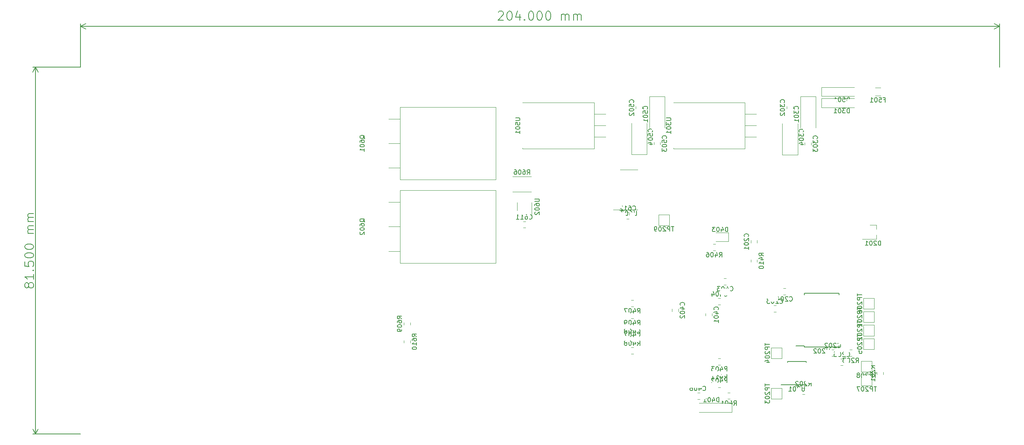
<source format=gbr>
G04 #@! TF.GenerationSoftware,KiCad,Pcbnew,5.1.4*
G04 #@! TF.CreationDate,2019-10-26T00:18:29-03:00*
G04 #@! TF.ProjectId,MCB19,4d434231-392e-46b6-9963-61645f706362,rev?*
G04 #@! TF.SameCoordinates,Original*
G04 #@! TF.FileFunction,Legend,Bot*
G04 #@! TF.FilePolarity,Positive*
%FSLAX46Y46*%
G04 Gerber Fmt 4.6, Leading zero omitted, Abs format (unit mm)*
G04 Created by KiCad (PCBNEW 5.1.4) date 2019-10-26 00:18:29*
%MOMM*%
%LPD*%
G04 APERTURE LIST*
%ADD10C,0.150000*%
%ADD11C,0.120000*%
%ADD12R,2.000000X0.600000*%
%ADD13C,0.100000*%
%ADD14C,1.150000*%
%ADD15C,5.000000*%
%ADD16C,2.400000*%
%ADD17R,2.400000X2.400000*%
%ADD18R,0.650000X1.560000*%
%ADD19C,0.900000*%
%ADD20C,10.600000*%
%ADD21O,3.600000X3.600000*%
%ADD22R,4.500000X2.500000*%
%ADD23O,4.500000X2.500000*%
%ADD24C,0.600000*%
%ADD25C,1.525000*%
%ADD26C,4.000000*%
%ADD27R,4.000000X4.000000*%
%ADD28C,2.250000*%
%ADD29R,3.300000X1.700000*%
%ADD30R,16.000000X10.000000*%
%ADD31R,4.000000X1.905000*%
%ADD32R,1.700000X1.700000*%
%ADD33O,1.700000X1.700000*%
%ADD34R,2.500000X1.600000*%
%ADD35O,2.500000X1.600000*%
%ADD36R,1.900000X0.800000*%
%ADD37C,1.425000*%
%ADD38C,3.650000*%
%ADD39C,2.500000*%
%ADD40R,1.550000X0.600000*%
%ADD41R,2.000000X2.000000*%
G04 APERTURE END LIST*
D10*
X38461904Y-99154761D02*
X38366666Y-99345238D01*
X38271428Y-99440476D01*
X38080952Y-99535714D01*
X37985714Y-99535714D01*
X37795238Y-99440476D01*
X37700000Y-99345238D01*
X37604761Y-99154761D01*
X37604761Y-98773809D01*
X37700000Y-98583333D01*
X37795238Y-98488095D01*
X37985714Y-98392857D01*
X38080952Y-98392857D01*
X38271428Y-98488095D01*
X38366666Y-98583333D01*
X38461904Y-98773809D01*
X38461904Y-99154761D01*
X38557142Y-99345238D01*
X38652380Y-99440476D01*
X38842857Y-99535714D01*
X39223809Y-99535714D01*
X39414285Y-99440476D01*
X39509523Y-99345238D01*
X39604761Y-99154761D01*
X39604761Y-98773809D01*
X39509523Y-98583333D01*
X39414285Y-98488095D01*
X39223809Y-98392857D01*
X38842857Y-98392857D01*
X38652380Y-98488095D01*
X38557142Y-98583333D01*
X38461904Y-98773809D01*
X39604761Y-96488095D02*
X39604761Y-97630952D01*
X39604761Y-97059523D02*
X37604761Y-97059523D01*
X37890476Y-97250000D01*
X38080952Y-97440476D01*
X38176190Y-97630952D01*
X39414285Y-95630952D02*
X39509523Y-95535714D01*
X39604761Y-95630952D01*
X39509523Y-95726190D01*
X39414285Y-95630952D01*
X39604761Y-95630952D01*
X37604761Y-93726190D02*
X37604761Y-94678571D01*
X38557142Y-94773809D01*
X38461904Y-94678571D01*
X38366666Y-94488095D01*
X38366666Y-94011904D01*
X38461904Y-93821428D01*
X38557142Y-93726190D01*
X38747619Y-93630952D01*
X39223809Y-93630952D01*
X39414285Y-93726190D01*
X39509523Y-93821428D01*
X39604761Y-94011904D01*
X39604761Y-94488095D01*
X39509523Y-94678571D01*
X39414285Y-94773809D01*
X37604761Y-92392857D02*
X37604761Y-92202380D01*
X37700000Y-92011904D01*
X37795238Y-91916666D01*
X37985714Y-91821428D01*
X38366666Y-91726190D01*
X38842857Y-91726190D01*
X39223809Y-91821428D01*
X39414285Y-91916666D01*
X39509523Y-92011904D01*
X39604761Y-92202380D01*
X39604761Y-92392857D01*
X39509523Y-92583333D01*
X39414285Y-92678571D01*
X39223809Y-92773809D01*
X38842857Y-92869047D01*
X38366666Y-92869047D01*
X37985714Y-92773809D01*
X37795238Y-92678571D01*
X37700000Y-92583333D01*
X37604761Y-92392857D01*
X37604761Y-90488095D02*
X37604761Y-90297619D01*
X37700000Y-90107142D01*
X37795238Y-90011904D01*
X37985714Y-89916666D01*
X38366666Y-89821428D01*
X38842857Y-89821428D01*
X39223809Y-89916666D01*
X39414285Y-90011904D01*
X39509523Y-90107142D01*
X39604761Y-90297619D01*
X39604761Y-90488095D01*
X39509523Y-90678571D01*
X39414285Y-90773809D01*
X39223809Y-90869047D01*
X38842857Y-90964285D01*
X38366666Y-90964285D01*
X37985714Y-90869047D01*
X37795238Y-90773809D01*
X37700000Y-90678571D01*
X37604761Y-90488095D01*
X39604761Y-87440476D02*
X38271428Y-87440476D01*
X38461904Y-87440476D02*
X38366666Y-87345238D01*
X38271428Y-87154761D01*
X38271428Y-86869047D01*
X38366666Y-86678571D01*
X38557142Y-86583333D01*
X39604761Y-86583333D01*
X38557142Y-86583333D02*
X38366666Y-86488095D01*
X38271428Y-86297619D01*
X38271428Y-86011904D01*
X38366666Y-85821428D01*
X38557142Y-85726190D01*
X39604761Y-85726190D01*
X39604761Y-84773809D02*
X38271428Y-84773809D01*
X38461904Y-84773809D02*
X38366666Y-84678571D01*
X38271428Y-84488095D01*
X38271428Y-84202380D01*
X38366666Y-84011904D01*
X38557142Y-83916666D01*
X39604761Y-83916666D01*
X38557142Y-83916666D02*
X38366666Y-83821428D01*
X38271428Y-83630952D01*
X38271428Y-83345238D01*
X38366666Y-83154761D01*
X38557142Y-83059523D01*
X39604761Y-83059523D01*
X40000000Y-132000000D02*
X40000000Y-50500000D01*
X50000000Y-132000000D02*
X39413579Y-132000000D01*
X50000000Y-50500000D02*
X39413579Y-50500000D01*
X40000000Y-50500000D02*
X40586421Y-51626504D01*
X40000000Y-50500000D02*
X39413579Y-51626504D01*
X40000000Y-132000000D02*
X40586421Y-130873496D01*
X40000000Y-132000000D02*
X39413579Y-130873496D01*
X142761904Y-38295238D02*
X142857142Y-38200000D01*
X143047619Y-38104761D01*
X143523809Y-38104761D01*
X143714285Y-38200000D01*
X143809523Y-38295238D01*
X143904761Y-38485714D01*
X143904761Y-38676190D01*
X143809523Y-38961904D01*
X142666666Y-40104761D01*
X143904761Y-40104761D01*
X145142857Y-38104761D02*
X145333333Y-38104761D01*
X145523809Y-38200000D01*
X145619047Y-38295238D01*
X145714285Y-38485714D01*
X145809523Y-38866666D01*
X145809523Y-39342857D01*
X145714285Y-39723809D01*
X145619047Y-39914285D01*
X145523809Y-40009523D01*
X145333333Y-40104761D01*
X145142857Y-40104761D01*
X144952380Y-40009523D01*
X144857142Y-39914285D01*
X144761904Y-39723809D01*
X144666666Y-39342857D01*
X144666666Y-38866666D01*
X144761904Y-38485714D01*
X144857142Y-38295238D01*
X144952380Y-38200000D01*
X145142857Y-38104761D01*
X147523809Y-38771428D02*
X147523809Y-40104761D01*
X147047619Y-38009523D02*
X146571428Y-39438095D01*
X147809523Y-39438095D01*
X148571428Y-39914285D02*
X148666666Y-40009523D01*
X148571428Y-40104761D01*
X148476190Y-40009523D01*
X148571428Y-39914285D01*
X148571428Y-40104761D01*
X149904761Y-38104761D02*
X150095238Y-38104761D01*
X150285714Y-38200000D01*
X150380952Y-38295238D01*
X150476190Y-38485714D01*
X150571428Y-38866666D01*
X150571428Y-39342857D01*
X150476190Y-39723809D01*
X150380952Y-39914285D01*
X150285714Y-40009523D01*
X150095238Y-40104761D01*
X149904761Y-40104761D01*
X149714285Y-40009523D01*
X149619047Y-39914285D01*
X149523809Y-39723809D01*
X149428571Y-39342857D01*
X149428571Y-38866666D01*
X149523809Y-38485714D01*
X149619047Y-38295238D01*
X149714285Y-38200000D01*
X149904761Y-38104761D01*
X151809523Y-38104761D02*
X152000000Y-38104761D01*
X152190476Y-38200000D01*
X152285714Y-38295238D01*
X152380952Y-38485714D01*
X152476190Y-38866666D01*
X152476190Y-39342857D01*
X152380952Y-39723809D01*
X152285714Y-39914285D01*
X152190476Y-40009523D01*
X152000000Y-40104761D01*
X151809523Y-40104761D01*
X151619047Y-40009523D01*
X151523809Y-39914285D01*
X151428571Y-39723809D01*
X151333333Y-39342857D01*
X151333333Y-38866666D01*
X151428571Y-38485714D01*
X151523809Y-38295238D01*
X151619047Y-38200000D01*
X151809523Y-38104761D01*
X153714285Y-38104761D02*
X153904761Y-38104761D01*
X154095238Y-38200000D01*
X154190476Y-38295238D01*
X154285714Y-38485714D01*
X154380952Y-38866666D01*
X154380952Y-39342857D01*
X154285714Y-39723809D01*
X154190476Y-39914285D01*
X154095238Y-40009523D01*
X153904761Y-40104761D01*
X153714285Y-40104761D01*
X153523809Y-40009523D01*
X153428571Y-39914285D01*
X153333333Y-39723809D01*
X153238095Y-39342857D01*
X153238095Y-38866666D01*
X153333333Y-38485714D01*
X153428571Y-38295238D01*
X153523809Y-38200000D01*
X153714285Y-38104761D01*
X156761904Y-40104761D02*
X156761904Y-38771428D01*
X156761904Y-38961904D02*
X156857142Y-38866666D01*
X157047619Y-38771428D01*
X157333333Y-38771428D01*
X157523809Y-38866666D01*
X157619047Y-39057142D01*
X157619047Y-40104761D01*
X157619047Y-39057142D02*
X157714285Y-38866666D01*
X157904761Y-38771428D01*
X158190476Y-38771428D01*
X158380952Y-38866666D01*
X158476190Y-39057142D01*
X158476190Y-40104761D01*
X159428571Y-40104761D02*
X159428571Y-38771428D01*
X159428571Y-38961904D02*
X159523809Y-38866666D01*
X159714285Y-38771428D01*
X160000000Y-38771428D01*
X160190476Y-38866666D01*
X160285714Y-39057142D01*
X160285714Y-40104761D01*
X160285714Y-39057142D02*
X160380952Y-38866666D01*
X160571428Y-38771428D01*
X160857142Y-38771428D01*
X161047619Y-38866666D01*
X161142857Y-39057142D01*
X161142857Y-40104761D01*
X50000000Y-41500000D02*
X254000000Y-41500000D01*
X50000000Y-50500000D02*
X50000000Y-40913579D01*
X254000000Y-50500000D02*
X254000000Y-40913579D01*
X254000000Y-41500000D02*
X252873496Y-42086421D01*
X254000000Y-41500000D02*
X252873496Y-40913579D01*
X50000000Y-41500000D02*
X51126504Y-42086421D01*
X50000000Y-41500000D02*
X51126504Y-40913579D01*
X210654000Y-112666000D02*
X210654000Y-112416000D01*
X218404000Y-112666000D02*
X218404000Y-112321000D01*
X218404000Y-100766000D02*
X218404000Y-101111000D01*
X210654000Y-100766000D02*
X210654000Y-101111000D01*
X210654000Y-112666000D02*
X218404000Y-112666000D01*
X210654000Y-100766000D02*
X218404000Y-100766000D01*
X210654000Y-112416000D02*
X208829000Y-112416000D01*
D11*
X172213748Y-107540000D02*
X172736252Y-107540000D01*
X172213748Y-108960000D02*
X172736252Y-108960000D01*
X171736252Y-84210000D02*
X171213748Y-84210000D01*
X171736252Y-82790000D02*
X171213748Y-82790000D01*
X148761252Y-86210000D02*
X148238748Y-86210000D01*
X148761252Y-84790000D02*
X148238748Y-84790000D01*
X150110000Y-80600000D02*
X150110000Y-83550000D01*
X146890000Y-82400000D02*
X146890000Y-80600000D01*
X120960000Y-59380000D02*
X120960000Y-75520000D01*
X142150000Y-59380000D02*
X142150000Y-75520000D01*
X120960000Y-59380000D02*
X142150000Y-59380000D01*
X120960000Y-75520000D02*
X142150000Y-75520000D01*
X118400000Y-62000000D02*
X120960000Y-62000000D01*
X118400000Y-67450000D02*
X120960000Y-67450000D01*
X118400000Y-72900000D02*
X120960000Y-72900000D01*
X120960000Y-77880000D02*
X120960000Y-94020000D01*
X142150000Y-77880000D02*
X142150000Y-94020000D01*
X120960000Y-77880000D02*
X142150000Y-77880000D01*
X120960000Y-94020000D02*
X142150000Y-94020000D01*
X118400000Y-80500000D02*
X120960000Y-80500000D01*
X118400000Y-85950000D02*
X120960000Y-85950000D01*
X118400000Y-91400000D02*
X120960000Y-91400000D01*
X171750000Y-82185000D02*
X168300000Y-82185000D01*
X171750000Y-82185000D02*
X173700000Y-82185000D01*
X171750000Y-73315000D02*
X169800000Y-73315000D01*
X171750000Y-73315000D02*
X173700000Y-73315000D01*
X121790000Y-111736252D02*
X121790000Y-111213748D01*
X123210000Y-111736252D02*
X123210000Y-111213748D01*
X123210000Y-107238748D02*
X123210000Y-107761252D01*
X121790000Y-107238748D02*
X121790000Y-107761252D01*
X150052064Y-78210000D02*
X145947936Y-78210000D01*
X150052064Y-74790000D02*
X145947936Y-74790000D01*
X172213748Y-104915000D02*
X172736252Y-104915000D01*
X172213748Y-106335000D02*
X172736252Y-106335000D01*
X172736252Y-114210000D02*
X172213748Y-114210000D01*
X172736252Y-112790000D02*
X172213748Y-112790000D01*
X172213748Y-102290000D02*
X172736252Y-102290000D01*
X172213748Y-103710000D02*
X172736252Y-103710000D01*
X172736252Y-111585000D02*
X172213748Y-111585000D01*
X172736252Y-110165000D02*
X172213748Y-110165000D01*
X210790000Y-67786252D02*
X210790000Y-67263748D01*
X212210000Y-67786252D02*
X212210000Y-67263748D01*
X206790000Y-59238748D02*
X206790000Y-59761252D01*
X208210000Y-59238748D02*
X208210000Y-59761252D01*
X205790000Y-69985000D02*
X205790000Y-63050000D01*
X209210000Y-69985000D02*
X205790000Y-69985000D01*
X209210000Y-63050000D02*
X209210000Y-69985000D01*
X209790000Y-63950000D02*
X209790000Y-57015000D01*
X209790000Y-57015000D02*
X213210000Y-57015000D01*
X213210000Y-57015000D02*
X213210000Y-63950000D01*
X221750000Y-59500000D02*
X214450000Y-59500000D01*
X214450000Y-59500000D02*
X214450000Y-57500000D01*
X214450000Y-57500000D02*
X221750000Y-57500000D01*
X197494000Y-58380000D02*
X197494000Y-68620000D01*
X181604000Y-58380000D02*
X181604000Y-68620000D01*
X181604000Y-58380000D02*
X197494000Y-58380000D01*
X181604000Y-68620000D02*
X197494000Y-68620000D01*
X197494000Y-60960000D02*
X200034000Y-60960000D01*
X197494000Y-63500000D02*
X200034000Y-63500000D01*
X197494000Y-66040000D02*
X200034000Y-66040000D01*
X192061252Y-120240000D02*
X191538748Y-120240000D01*
X192061252Y-121660000D02*
X191538748Y-121660000D01*
X200210000Y-93786252D02*
X200210000Y-93263748D01*
X198790000Y-93786252D02*
X198790000Y-93263748D01*
X191000000Y-87290000D02*
X193860000Y-87290000D01*
X193860000Y-87290000D02*
X193860000Y-89210000D01*
X193860000Y-89210000D02*
X191000000Y-89210000D01*
X190413748Y-91260000D02*
X190936252Y-91260000D01*
X190413748Y-89840000D02*
X190936252Y-89840000D01*
X176290000Y-63950000D02*
X176290000Y-57015000D01*
X176290000Y-57015000D02*
X179710000Y-57015000D01*
X179710000Y-57015000D02*
X179710000Y-63950000D01*
X172290000Y-69935000D02*
X172290000Y-63000000D01*
X175710000Y-69935000D02*
X172290000Y-69935000D01*
X175710000Y-63000000D02*
X175710000Y-69935000D01*
X163994000Y-66040000D02*
X166534000Y-66040000D01*
X163994000Y-63500000D02*
X166534000Y-63500000D01*
X163994000Y-60960000D02*
X166534000Y-60960000D01*
X148104000Y-68620000D02*
X163994000Y-68620000D01*
X148104000Y-58380000D02*
X163994000Y-58380000D01*
X148104000Y-58380000D02*
X148104000Y-68620000D01*
X163994000Y-58380000D02*
X163994000Y-68620000D01*
X226710000Y-85570000D02*
X225250000Y-85570000D01*
X226710000Y-88730000D02*
X223550000Y-88730000D01*
X226710000Y-88730000D02*
X226710000Y-87800000D01*
X226710000Y-85570000D02*
X226710000Y-86500000D01*
X226397936Y-56910000D02*
X227602064Y-56910000D01*
X226397936Y-55090000D02*
X227602064Y-55090000D01*
X198790000Y-89003748D02*
X198790000Y-89526252D01*
X200210000Y-89003748D02*
X200210000Y-89526252D01*
X217261252Y-113290000D02*
X216738748Y-113290000D01*
X217261252Y-114710000D02*
X216738748Y-114710000D01*
X204385252Y-103466000D02*
X203862748Y-103466000D01*
X204385252Y-104886000D02*
X203862748Y-104886000D01*
X206012748Y-101076000D02*
X206535252Y-101076000D01*
X206012748Y-99656000D02*
X206535252Y-99656000D01*
X219261252Y-115290000D02*
X218738748Y-115290000D01*
X219261252Y-116710000D02*
X218738748Y-116710000D01*
X190210000Y-105761252D02*
X190210000Y-105238748D01*
X188790000Y-105761252D02*
X188790000Y-105238748D01*
X182710000Y-104761252D02*
X182710000Y-104238748D01*
X181290000Y-104761252D02*
X181290000Y-104238748D01*
X192834748Y-98834000D02*
X193357252Y-98834000D01*
X192834748Y-97414000D02*
X193357252Y-97414000D01*
X192087252Y-101859000D02*
X191564748Y-101859000D01*
X192087252Y-103279000D02*
X191564748Y-103279000D01*
X187511252Y-122840000D02*
X186988748Y-122840000D01*
X187511252Y-124260000D02*
X186988748Y-124260000D01*
X173290000Y-59238748D02*
X173290000Y-59761252D01*
X174710000Y-59238748D02*
X174710000Y-59761252D01*
X178710000Y-67736252D02*
X178710000Y-67213748D01*
X177290000Y-67736252D02*
X177290000Y-67213748D01*
X187300000Y-125150000D02*
X194600000Y-125150000D01*
X194600000Y-125150000D02*
X194600000Y-127150000D01*
X194600000Y-127150000D02*
X187300000Y-127150000D01*
X221750000Y-57000000D02*
X214450000Y-57000000D01*
X214450000Y-57000000D02*
X214450000Y-55000000D01*
X214450000Y-55000000D02*
X221750000Y-55000000D01*
D10*
X206925000Y-121075000D02*
X206925000Y-121025000D01*
X211075000Y-121075000D02*
X211075000Y-120930000D01*
X211075000Y-115925000D02*
X211075000Y-116070000D01*
X206925000Y-115925000D02*
X206925000Y-116070000D01*
X206925000Y-121075000D02*
X211075000Y-121075000D01*
X206925000Y-115925000D02*
X211075000Y-115925000D01*
X206925000Y-121025000D02*
X205525000Y-121025000D01*
D11*
X220738748Y-114710000D02*
X221261252Y-114710000D01*
X220738748Y-113290000D02*
X221261252Y-113290000D01*
X210761252Y-121790000D02*
X210238748Y-121790000D01*
X210761252Y-123210000D02*
X210238748Y-123210000D01*
X226790000Y-118238748D02*
X226790000Y-118761252D01*
X228210000Y-118238748D02*
X228210000Y-118761252D01*
X193658748Y-124210000D02*
X194181252Y-124210000D01*
X193658748Y-122790000D02*
X194181252Y-122790000D01*
X191564748Y-119154000D02*
X192087252Y-119154000D01*
X191564748Y-117734000D02*
X192087252Y-117734000D01*
X191564748Y-116614000D02*
X192087252Y-116614000D01*
X191564748Y-115194000D02*
X192087252Y-115194000D01*
X223800000Y-110800000D02*
X223800000Y-113200000D01*
X223800000Y-113200000D02*
X226200000Y-113200000D01*
X226200000Y-113200000D02*
X226200000Y-110800000D01*
X226200000Y-110800000D02*
X223800000Y-110800000D01*
X223800000Y-101800000D02*
X223800000Y-104200000D01*
X223800000Y-104200000D02*
X226200000Y-104200000D01*
X226200000Y-104200000D02*
X226200000Y-101800000D01*
X226200000Y-101800000D02*
X223800000Y-101800000D01*
X223300000Y-118800000D02*
X223300000Y-121200000D01*
X225700000Y-118800000D02*
X223300000Y-118800000D01*
X225700000Y-121200000D02*
X225700000Y-118800000D01*
X223300000Y-121200000D02*
X225700000Y-121200000D01*
X223300000Y-118200000D02*
X225700000Y-118200000D01*
X225700000Y-118200000D02*
X225700000Y-115800000D01*
X225700000Y-115800000D02*
X223300000Y-115800000D01*
X223300000Y-115800000D02*
X223300000Y-118200000D01*
X178300000Y-85700000D02*
X180700000Y-85700000D01*
X180700000Y-85700000D02*
X180700000Y-83300000D01*
X180700000Y-83300000D02*
X178300000Y-83300000D01*
X178300000Y-83300000D02*
X178300000Y-85700000D01*
X203300000Y-121800000D02*
X203300000Y-124200000D01*
X203300000Y-124200000D02*
X205700000Y-124200000D01*
X205700000Y-124200000D02*
X205700000Y-121800000D01*
X205700000Y-121800000D02*
X203300000Y-121800000D01*
X223800000Y-104800000D02*
X223800000Y-107200000D01*
X223800000Y-107200000D02*
X226200000Y-107200000D01*
X226200000Y-107200000D02*
X226200000Y-104800000D01*
X226200000Y-104800000D02*
X223800000Y-104800000D01*
X223800000Y-107800000D02*
X223800000Y-110200000D01*
X223800000Y-110200000D02*
X226200000Y-110200000D01*
X226200000Y-110200000D02*
X226200000Y-107800000D01*
X226200000Y-107800000D02*
X223800000Y-107800000D01*
X203300000Y-112800000D02*
X203300000Y-115200000D01*
X203300000Y-115200000D02*
X205700000Y-115200000D01*
X205700000Y-115200000D02*
X205700000Y-112800000D01*
X205700000Y-112800000D02*
X203300000Y-112800000D01*
D10*
X216243285Y-113043380D02*
X216243285Y-113852904D01*
X216195666Y-113948142D01*
X216148047Y-113995761D01*
X216052809Y-114043380D01*
X215862333Y-114043380D01*
X215767095Y-113995761D01*
X215719476Y-113948142D01*
X215671857Y-113852904D01*
X215671857Y-113043380D01*
X215243285Y-113138619D02*
X215195666Y-113091000D01*
X215100428Y-113043380D01*
X214862333Y-113043380D01*
X214767095Y-113091000D01*
X214719476Y-113138619D01*
X214671857Y-113233857D01*
X214671857Y-113329095D01*
X214719476Y-113471952D01*
X215290904Y-114043380D01*
X214671857Y-114043380D01*
X214052809Y-113043380D02*
X213957571Y-113043380D01*
X213862333Y-113091000D01*
X213814714Y-113138619D01*
X213767095Y-113233857D01*
X213719476Y-113424333D01*
X213719476Y-113662428D01*
X213767095Y-113852904D01*
X213814714Y-113948142D01*
X213862333Y-113995761D01*
X213957571Y-114043380D01*
X214052809Y-114043380D01*
X214148047Y-113995761D01*
X214195666Y-113948142D01*
X214243285Y-113852904D01*
X214290904Y-113662428D01*
X214290904Y-113424333D01*
X214243285Y-113233857D01*
X214195666Y-113138619D01*
X214148047Y-113091000D01*
X214052809Y-113043380D01*
X213338523Y-113138619D02*
X213290904Y-113091000D01*
X213195666Y-113043380D01*
X212957571Y-113043380D01*
X212862333Y-113091000D01*
X212814714Y-113138619D01*
X212767095Y-113233857D01*
X212767095Y-113329095D01*
X212814714Y-113471952D01*
X213386142Y-114043380D01*
X212767095Y-114043380D01*
X173594047Y-110257142D02*
X173641666Y-110304761D01*
X173784523Y-110352380D01*
X173879761Y-110352380D01*
X174022619Y-110304761D01*
X174117857Y-110209523D01*
X174165476Y-110114285D01*
X174213095Y-109923809D01*
X174213095Y-109780952D01*
X174165476Y-109590476D01*
X174117857Y-109495238D01*
X174022619Y-109400000D01*
X173879761Y-109352380D01*
X173784523Y-109352380D01*
X173641666Y-109400000D01*
X173594047Y-109447619D01*
X172736904Y-109685714D02*
X172736904Y-110352380D01*
X172975000Y-109304761D02*
X173213095Y-110019047D01*
X172594047Y-110019047D01*
X172022619Y-109352380D02*
X171927380Y-109352380D01*
X171832142Y-109400000D01*
X171784523Y-109447619D01*
X171736904Y-109542857D01*
X171689285Y-109733333D01*
X171689285Y-109971428D01*
X171736904Y-110161904D01*
X171784523Y-110257142D01*
X171832142Y-110304761D01*
X171927380Y-110352380D01*
X172022619Y-110352380D01*
X172117857Y-110304761D01*
X172165476Y-110257142D01*
X172213095Y-110161904D01*
X172260714Y-109971428D01*
X172260714Y-109733333D01*
X172213095Y-109542857D01*
X172165476Y-109447619D01*
X172117857Y-109400000D01*
X172022619Y-109352380D01*
X171355952Y-109352380D02*
X170689285Y-109352380D01*
X171117857Y-110352380D01*
X172594047Y-82207142D02*
X172641666Y-82254761D01*
X172784523Y-82302380D01*
X172879761Y-82302380D01*
X173022619Y-82254761D01*
X173117857Y-82159523D01*
X173165476Y-82064285D01*
X173213095Y-81873809D01*
X173213095Y-81730952D01*
X173165476Y-81540476D01*
X173117857Y-81445238D01*
X173022619Y-81350000D01*
X172879761Y-81302380D01*
X172784523Y-81302380D01*
X172641666Y-81350000D01*
X172594047Y-81397619D01*
X171736904Y-81302380D02*
X171927380Y-81302380D01*
X172022619Y-81350000D01*
X172070238Y-81397619D01*
X172165476Y-81540476D01*
X172213095Y-81730952D01*
X172213095Y-82111904D01*
X172165476Y-82207142D01*
X172117857Y-82254761D01*
X172022619Y-82302380D01*
X171832142Y-82302380D01*
X171736904Y-82254761D01*
X171689285Y-82207142D01*
X171641666Y-82111904D01*
X171641666Y-81873809D01*
X171689285Y-81778571D01*
X171736904Y-81730952D01*
X171832142Y-81683333D01*
X172022619Y-81683333D01*
X172117857Y-81730952D01*
X172165476Y-81778571D01*
X172213095Y-81873809D01*
X170689285Y-82302380D02*
X171260714Y-82302380D01*
X170975000Y-82302380D02*
X170975000Y-81302380D01*
X171070238Y-81445238D01*
X171165476Y-81540476D01*
X171260714Y-81588095D01*
X170308333Y-81397619D02*
X170260714Y-81350000D01*
X170165476Y-81302380D01*
X169927380Y-81302380D01*
X169832142Y-81350000D01*
X169784523Y-81397619D01*
X169736904Y-81492857D01*
X169736904Y-81588095D01*
X169784523Y-81730952D01*
X170355952Y-82302380D01*
X169736904Y-82302380D01*
X149619047Y-84207142D02*
X149666666Y-84254761D01*
X149809523Y-84302380D01*
X149904761Y-84302380D01*
X150047619Y-84254761D01*
X150142857Y-84159523D01*
X150190476Y-84064285D01*
X150238095Y-83873809D01*
X150238095Y-83730952D01*
X150190476Y-83540476D01*
X150142857Y-83445238D01*
X150047619Y-83350000D01*
X149904761Y-83302380D01*
X149809523Y-83302380D01*
X149666666Y-83350000D01*
X149619047Y-83397619D01*
X148761904Y-83302380D02*
X148952380Y-83302380D01*
X149047619Y-83350000D01*
X149095238Y-83397619D01*
X149190476Y-83540476D01*
X149238095Y-83730952D01*
X149238095Y-84111904D01*
X149190476Y-84207142D01*
X149142857Y-84254761D01*
X149047619Y-84302380D01*
X148857142Y-84302380D01*
X148761904Y-84254761D01*
X148714285Y-84207142D01*
X148666666Y-84111904D01*
X148666666Y-83873809D01*
X148714285Y-83778571D01*
X148761904Y-83730952D01*
X148857142Y-83683333D01*
X149047619Y-83683333D01*
X149142857Y-83730952D01*
X149190476Y-83778571D01*
X149238095Y-83873809D01*
X147714285Y-84302380D02*
X148285714Y-84302380D01*
X148000000Y-84302380D02*
X148000000Y-83302380D01*
X148095238Y-83445238D01*
X148190476Y-83540476D01*
X148285714Y-83588095D01*
X146761904Y-84302380D02*
X147333333Y-84302380D01*
X147047619Y-84302380D02*
X147047619Y-83302380D01*
X147142857Y-83445238D01*
X147238095Y-83540476D01*
X147333333Y-83588095D01*
X150852380Y-79785714D02*
X151661904Y-79785714D01*
X151757142Y-79833333D01*
X151804761Y-79880952D01*
X151852380Y-79976190D01*
X151852380Y-80166666D01*
X151804761Y-80261904D01*
X151757142Y-80309523D01*
X151661904Y-80357142D01*
X150852380Y-80357142D01*
X150852380Y-81261904D02*
X150852380Y-81071428D01*
X150900000Y-80976190D01*
X150947619Y-80928571D01*
X151090476Y-80833333D01*
X151280952Y-80785714D01*
X151661904Y-80785714D01*
X151757142Y-80833333D01*
X151804761Y-80880952D01*
X151852380Y-80976190D01*
X151852380Y-81166666D01*
X151804761Y-81261904D01*
X151757142Y-81309523D01*
X151661904Y-81357142D01*
X151423809Y-81357142D01*
X151328571Y-81309523D01*
X151280952Y-81261904D01*
X151233333Y-81166666D01*
X151233333Y-80976190D01*
X151280952Y-80880952D01*
X151328571Y-80833333D01*
X151423809Y-80785714D01*
X150852380Y-81976190D02*
X150852380Y-82071428D01*
X150900000Y-82166666D01*
X150947619Y-82214285D01*
X151042857Y-82261904D01*
X151233333Y-82309523D01*
X151471428Y-82309523D01*
X151661904Y-82261904D01*
X151757142Y-82214285D01*
X151804761Y-82166666D01*
X151852380Y-82071428D01*
X151852380Y-81976190D01*
X151804761Y-81880952D01*
X151757142Y-81833333D01*
X151661904Y-81785714D01*
X151471428Y-81738095D01*
X151233333Y-81738095D01*
X151042857Y-81785714D01*
X150947619Y-81833333D01*
X150900000Y-81880952D01*
X150852380Y-81976190D01*
X150947619Y-82690476D02*
X150900000Y-82738095D01*
X150852380Y-82833333D01*
X150852380Y-83071428D01*
X150900000Y-83166666D01*
X150947619Y-83214285D01*
X151042857Y-83261904D01*
X151138095Y-83261904D01*
X151280952Y-83214285D01*
X151852380Y-82642857D01*
X151852380Y-83261904D01*
X113097619Y-66402380D02*
X113050000Y-66307142D01*
X112954761Y-66211904D01*
X112811904Y-66069047D01*
X112764285Y-65973809D01*
X112764285Y-65878571D01*
X113002380Y-65926190D02*
X112954761Y-65830952D01*
X112859523Y-65735714D01*
X112669047Y-65688095D01*
X112335714Y-65688095D01*
X112145238Y-65735714D01*
X112050000Y-65830952D01*
X112002380Y-65926190D01*
X112002380Y-66116666D01*
X112050000Y-66211904D01*
X112145238Y-66307142D01*
X112335714Y-66354761D01*
X112669047Y-66354761D01*
X112859523Y-66307142D01*
X112954761Y-66211904D01*
X113002380Y-66116666D01*
X113002380Y-65926190D01*
X112002380Y-67211904D02*
X112002380Y-67021428D01*
X112050000Y-66926190D01*
X112097619Y-66878571D01*
X112240476Y-66783333D01*
X112430952Y-66735714D01*
X112811904Y-66735714D01*
X112907142Y-66783333D01*
X112954761Y-66830952D01*
X113002380Y-66926190D01*
X113002380Y-67116666D01*
X112954761Y-67211904D01*
X112907142Y-67259523D01*
X112811904Y-67307142D01*
X112573809Y-67307142D01*
X112478571Y-67259523D01*
X112430952Y-67211904D01*
X112383333Y-67116666D01*
X112383333Y-66926190D01*
X112430952Y-66830952D01*
X112478571Y-66783333D01*
X112573809Y-66735714D01*
X112002380Y-67926190D02*
X112002380Y-68021428D01*
X112050000Y-68116666D01*
X112097619Y-68164285D01*
X112192857Y-68211904D01*
X112383333Y-68259523D01*
X112621428Y-68259523D01*
X112811904Y-68211904D01*
X112907142Y-68164285D01*
X112954761Y-68116666D01*
X113002380Y-68021428D01*
X113002380Y-67926190D01*
X112954761Y-67830952D01*
X112907142Y-67783333D01*
X112811904Y-67735714D01*
X112621428Y-67688095D01*
X112383333Y-67688095D01*
X112192857Y-67735714D01*
X112097619Y-67783333D01*
X112050000Y-67830952D01*
X112002380Y-67926190D01*
X113002380Y-69211904D02*
X113002380Y-68640476D01*
X113002380Y-68926190D02*
X112002380Y-68926190D01*
X112145238Y-68830952D01*
X112240476Y-68735714D01*
X112288095Y-68640476D01*
X113097619Y-84902380D02*
X113050000Y-84807142D01*
X112954761Y-84711904D01*
X112811904Y-84569047D01*
X112764285Y-84473809D01*
X112764285Y-84378571D01*
X113002380Y-84426190D02*
X112954761Y-84330952D01*
X112859523Y-84235714D01*
X112669047Y-84188095D01*
X112335714Y-84188095D01*
X112145238Y-84235714D01*
X112050000Y-84330952D01*
X112002380Y-84426190D01*
X112002380Y-84616666D01*
X112050000Y-84711904D01*
X112145238Y-84807142D01*
X112335714Y-84854761D01*
X112669047Y-84854761D01*
X112859523Y-84807142D01*
X112954761Y-84711904D01*
X113002380Y-84616666D01*
X113002380Y-84426190D01*
X112002380Y-85711904D02*
X112002380Y-85521428D01*
X112050000Y-85426190D01*
X112097619Y-85378571D01*
X112240476Y-85283333D01*
X112430952Y-85235714D01*
X112811904Y-85235714D01*
X112907142Y-85283333D01*
X112954761Y-85330952D01*
X113002380Y-85426190D01*
X113002380Y-85616666D01*
X112954761Y-85711904D01*
X112907142Y-85759523D01*
X112811904Y-85807142D01*
X112573809Y-85807142D01*
X112478571Y-85759523D01*
X112430952Y-85711904D01*
X112383333Y-85616666D01*
X112383333Y-85426190D01*
X112430952Y-85330952D01*
X112478571Y-85283333D01*
X112573809Y-85235714D01*
X112002380Y-86426190D02*
X112002380Y-86521428D01*
X112050000Y-86616666D01*
X112097619Y-86664285D01*
X112192857Y-86711904D01*
X112383333Y-86759523D01*
X112621428Y-86759523D01*
X112811904Y-86711904D01*
X112907142Y-86664285D01*
X112954761Y-86616666D01*
X113002380Y-86521428D01*
X113002380Y-86426190D01*
X112954761Y-86330952D01*
X112907142Y-86283333D01*
X112811904Y-86235714D01*
X112621428Y-86188095D01*
X112383333Y-86188095D01*
X112192857Y-86235714D01*
X112097619Y-86283333D01*
X112050000Y-86330952D01*
X112002380Y-86426190D01*
X112097619Y-87140476D02*
X112050000Y-87188095D01*
X112002380Y-87283333D01*
X112002380Y-87521428D01*
X112050000Y-87616666D01*
X112097619Y-87664285D01*
X112192857Y-87711904D01*
X112288095Y-87711904D01*
X112430952Y-87664285D01*
X113002380Y-87092857D01*
X113002380Y-87711904D01*
X173464285Y-82482380D02*
X173464285Y-83291904D01*
X173416666Y-83387142D01*
X173369047Y-83434761D01*
X173273809Y-83482380D01*
X173083333Y-83482380D01*
X172988095Y-83434761D01*
X172940476Y-83387142D01*
X172892857Y-83291904D01*
X172892857Y-82482380D01*
X171988095Y-82482380D02*
X172178571Y-82482380D01*
X172273809Y-82530000D01*
X172321428Y-82577619D01*
X172416666Y-82720476D01*
X172464285Y-82910952D01*
X172464285Y-83291904D01*
X172416666Y-83387142D01*
X172369047Y-83434761D01*
X172273809Y-83482380D01*
X172083333Y-83482380D01*
X171988095Y-83434761D01*
X171940476Y-83387142D01*
X171892857Y-83291904D01*
X171892857Y-83053809D01*
X171940476Y-82958571D01*
X171988095Y-82910952D01*
X172083333Y-82863333D01*
X172273809Y-82863333D01*
X172369047Y-82910952D01*
X172416666Y-82958571D01*
X172464285Y-83053809D01*
X171273809Y-82482380D02*
X171178571Y-82482380D01*
X171083333Y-82530000D01*
X171035714Y-82577619D01*
X170988095Y-82672857D01*
X170940476Y-82863333D01*
X170940476Y-83101428D01*
X170988095Y-83291904D01*
X171035714Y-83387142D01*
X171083333Y-83434761D01*
X171178571Y-83482380D01*
X171273809Y-83482380D01*
X171369047Y-83434761D01*
X171416666Y-83387142D01*
X171464285Y-83291904D01*
X171511904Y-83101428D01*
X171511904Y-82863333D01*
X171464285Y-82672857D01*
X171416666Y-82577619D01*
X171369047Y-82530000D01*
X171273809Y-82482380D01*
X170607142Y-82482380D02*
X169988095Y-82482380D01*
X170321428Y-82863333D01*
X170178571Y-82863333D01*
X170083333Y-82910952D01*
X170035714Y-82958571D01*
X169988095Y-83053809D01*
X169988095Y-83291904D01*
X170035714Y-83387142D01*
X170083333Y-83434761D01*
X170178571Y-83482380D01*
X170464285Y-83482380D01*
X170559523Y-83434761D01*
X170607142Y-83387142D01*
X124602380Y-110355952D02*
X124126190Y-110022619D01*
X124602380Y-109784523D02*
X123602380Y-109784523D01*
X123602380Y-110165476D01*
X123650000Y-110260714D01*
X123697619Y-110308333D01*
X123792857Y-110355952D01*
X123935714Y-110355952D01*
X124030952Y-110308333D01*
X124078571Y-110260714D01*
X124126190Y-110165476D01*
X124126190Y-109784523D01*
X123602380Y-111213095D02*
X123602380Y-111022619D01*
X123650000Y-110927380D01*
X123697619Y-110879761D01*
X123840476Y-110784523D01*
X124030952Y-110736904D01*
X124411904Y-110736904D01*
X124507142Y-110784523D01*
X124554761Y-110832142D01*
X124602380Y-110927380D01*
X124602380Y-111117857D01*
X124554761Y-111213095D01*
X124507142Y-111260714D01*
X124411904Y-111308333D01*
X124173809Y-111308333D01*
X124078571Y-111260714D01*
X124030952Y-111213095D01*
X123983333Y-111117857D01*
X123983333Y-110927380D01*
X124030952Y-110832142D01*
X124078571Y-110784523D01*
X124173809Y-110736904D01*
X124602380Y-112260714D02*
X124602380Y-111689285D01*
X124602380Y-111975000D02*
X123602380Y-111975000D01*
X123745238Y-111879761D01*
X123840476Y-111784523D01*
X123888095Y-111689285D01*
X123602380Y-112879761D02*
X123602380Y-112975000D01*
X123650000Y-113070238D01*
X123697619Y-113117857D01*
X123792857Y-113165476D01*
X123983333Y-113213095D01*
X124221428Y-113213095D01*
X124411904Y-113165476D01*
X124507142Y-113117857D01*
X124554761Y-113070238D01*
X124602380Y-112975000D01*
X124602380Y-112879761D01*
X124554761Y-112784523D01*
X124507142Y-112736904D01*
X124411904Y-112689285D01*
X124221428Y-112641666D01*
X123983333Y-112641666D01*
X123792857Y-112689285D01*
X123697619Y-112736904D01*
X123650000Y-112784523D01*
X123602380Y-112879761D01*
X121302380Y-106380952D02*
X120826190Y-106047619D01*
X121302380Y-105809523D02*
X120302380Y-105809523D01*
X120302380Y-106190476D01*
X120350000Y-106285714D01*
X120397619Y-106333333D01*
X120492857Y-106380952D01*
X120635714Y-106380952D01*
X120730952Y-106333333D01*
X120778571Y-106285714D01*
X120826190Y-106190476D01*
X120826190Y-105809523D01*
X120302380Y-107238095D02*
X120302380Y-107047619D01*
X120350000Y-106952380D01*
X120397619Y-106904761D01*
X120540476Y-106809523D01*
X120730952Y-106761904D01*
X121111904Y-106761904D01*
X121207142Y-106809523D01*
X121254761Y-106857142D01*
X121302380Y-106952380D01*
X121302380Y-107142857D01*
X121254761Y-107238095D01*
X121207142Y-107285714D01*
X121111904Y-107333333D01*
X120873809Y-107333333D01*
X120778571Y-107285714D01*
X120730952Y-107238095D01*
X120683333Y-107142857D01*
X120683333Y-106952380D01*
X120730952Y-106857142D01*
X120778571Y-106809523D01*
X120873809Y-106761904D01*
X120302380Y-107952380D02*
X120302380Y-108047619D01*
X120350000Y-108142857D01*
X120397619Y-108190476D01*
X120492857Y-108238095D01*
X120683333Y-108285714D01*
X120921428Y-108285714D01*
X121111904Y-108238095D01*
X121207142Y-108190476D01*
X121254761Y-108142857D01*
X121302380Y-108047619D01*
X121302380Y-107952380D01*
X121254761Y-107857142D01*
X121207142Y-107809523D01*
X121111904Y-107761904D01*
X120921428Y-107714285D01*
X120683333Y-107714285D01*
X120492857Y-107761904D01*
X120397619Y-107809523D01*
X120350000Y-107857142D01*
X120302380Y-107952380D01*
X121302380Y-108761904D02*
X121302380Y-108952380D01*
X121254761Y-109047619D01*
X121207142Y-109095238D01*
X121064285Y-109190476D01*
X120873809Y-109238095D01*
X120492857Y-109238095D01*
X120397619Y-109190476D01*
X120350000Y-109142857D01*
X120302380Y-109047619D01*
X120302380Y-108857142D01*
X120350000Y-108761904D01*
X120397619Y-108714285D01*
X120492857Y-108666666D01*
X120730952Y-108666666D01*
X120826190Y-108714285D01*
X120873809Y-108761904D01*
X120921428Y-108857142D01*
X120921428Y-109047619D01*
X120873809Y-109142857D01*
X120826190Y-109190476D01*
X120730952Y-109238095D01*
X149119047Y-74332380D02*
X149452380Y-73856190D01*
X149690476Y-74332380D02*
X149690476Y-73332380D01*
X149309523Y-73332380D01*
X149214285Y-73380000D01*
X149166666Y-73427619D01*
X149119047Y-73522857D01*
X149119047Y-73665714D01*
X149166666Y-73760952D01*
X149214285Y-73808571D01*
X149309523Y-73856190D01*
X149690476Y-73856190D01*
X148261904Y-73332380D02*
X148452380Y-73332380D01*
X148547619Y-73380000D01*
X148595238Y-73427619D01*
X148690476Y-73570476D01*
X148738095Y-73760952D01*
X148738095Y-74141904D01*
X148690476Y-74237142D01*
X148642857Y-74284761D01*
X148547619Y-74332380D01*
X148357142Y-74332380D01*
X148261904Y-74284761D01*
X148214285Y-74237142D01*
X148166666Y-74141904D01*
X148166666Y-73903809D01*
X148214285Y-73808571D01*
X148261904Y-73760952D01*
X148357142Y-73713333D01*
X148547619Y-73713333D01*
X148642857Y-73760952D01*
X148690476Y-73808571D01*
X148738095Y-73903809D01*
X147547619Y-73332380D02*
X147452380Y-73332380D01*
X147357142Y-73380000D01*
X147309523Y-73427619D01*
X147261904Y-73522857D01*
X147214285Y-73713333D01*
X147214285Y-73951428D01*
X147261904Y-74141904D01*
X147309523Y-74237142D01*
X147357142Y-74284761D01*
X147452380Y-74332380D01*
X147547619Y-74332380D01*
X147642857Y-74284761D01*
X147690476Y-74237142D01*
X147738095Y-74141904D01*
X147785714Y-73951428D01*
X147785714Y-73713333D01*
X147738095Y-73522857D01*
X147690476Y-73427619D01*
X147642857Y-73380000D01*
X147547619Y-73332380D01*
X146357142Y-73332380D02*
X146547619Y-73332380D01*
X146642857Y-73380000D01*
X146690476Y-73427619D01*
X146785714Y-73570476D01*
X146833333Y-73760952D01*
X146833333Y-74141904D01*
X146785714Y-74237142D01*
X146738095Y-74284761D01*
X146642857Y-74332380D01*
X146452380Y-74332380D01*
X146357142Y-74284761D01*
X146309523Y-74237142D01*
X146261904Y-74141904D01*
X146261904Y-73903809D01*
X146309523Y-73808571D01*
X146357142Y-73760952D01*
X146452380Y-73713333D01*
X146642857Y-73713333D01*
X146738095Y-73760952D01*
X146785714Y-73808571D01*
X146833333Y-73903809D01*
X173594047Y-107727380D02*
X173927380Y-107251190D01*
X174165476Y-107727380D02*
X174165476Y-106727380D01*
X173784523Y-106727380D01*
X173689285Y-106775000D01*
X173641666Y-106822619D01*
X173594047Y-106917857D01*
X173594047Y-107060714D01*
X173641666Y-107155952D01*
X173689285Y-107203571D01*
X173784523Y-107251190D01*
X174165476Y-107251190D01*
X172736904Y-107060714D02*
X172736904Y-107727380D01*
X172975000Y-106679761D02*
X173213095Y-107394047D01*
X172594047Y-107394047D01*
X172022619Y-106727380D02*
X171927380Y-106727380D01*
X171832142Y-106775000D01*
X171784523Y-106822619D01*
X171736904Y-106917857D01*
X171689285Y-107108333D01*
X171689285Y-107346428D01*
X171736904Y-107536904D01*
X171784523Y-107632142D01*
X171832142Y-107679761D01*
X171927380Y-107727380D01*
X172022619Y-107727380D01*
X172117857Y-107679761D01*
X172165476Y-107632142D01*
X172213095Y-107536904D01*
X172260714Y-107346428D01*
X172260714Y-107108333D01*
X172213095Y-106917857D01*
X172165476Y-106822619D01*
X172117857Y-106775000D01*
X172022619Y-106727380D01*
X171213095Y-107727380D02*
X171022619Y-107727380D01*
X170927380Y-107679761D01*
X170879761Y-107632142D01*
X170784523Y-107489285D01*
X170736904Y-107298809D01*
X170736904Y-106917857D01*
X170784523Y-106822619D01*
X170832142Y-106775000D01*
X170927380Y-106727380D01*
X171117857Y-106727380D01*
X171213095Y-106775000D01*
X171260714Y-106822619D01*
X171308333Y-106917857D01*
X171308333Y-107155952D01*
X171260714Y-107251190D01*
X171213095Y-107298809D01*
X171117857Y-107346428D01*
X170927380Y-107346428D01*
X170832142Y-107298809D01*
X170784523Y-107251190D01*
X170736904Y-107155952D01*
X173594047Y-112302380D02*
X173927380Y-111826190D01*
X174165476Y-112302380D02*
X174165476Y-111302380D01*
X173784523Y-111302380D01*
X173689285Y-111350000D01*
X173641666Y-111397619D01*
X173594047Y-111492857D01*
X173594047Y-111635714D01*
X173641666Y-111730952D01*
X173689285Y-111778571D01*
X173784523Y-111826190D01*
X174165476Y-111826190D01*
X172736904Y-111635714D02*
X172736904Y-112302380D01*
X172975000Y-111254761D02*
X173213095Y-111969047D01*
X172594047Y-111969047D01*
X172022619Y-111302380D02*
X171927380Y-111302380D01*
X171832142Y-111350000D01*
X171784523Y-111397619D01*
X171736904Y-111492857D01*
X171689285Y-111683333D01*
X171689285Y-111921428D01*
X171736904Y-112111904D01*
X171784523Y-112207142D01*
X171832142Y-112254761D01*
X171927380Y-112302380D01*
X172022619Y-112302380D01*
X172117857Y-112254761D01*
X172165476Y-112207142D01*
X172213095Y-112111904D01*
X172260714Y-111921428D01*
X172260714Y-111683333D01*
X172213095Y-111492857D01*
X172165476Y-111397619D01*
X172117857Y-111350000D01*
X172022619Y-111302380D01*
X171117857Y-111730952D02*
X171213095Y-111683333D01*
X171260714Y-111635714D01*
X171308333Y-111540476D01*
X171308333Y-111492857D01*
X171260714Y-111397619D01*
X171213095Y-111350000D01*
X171117857Y-111302380D01*
X170927380Y-111302380D01*
X170832142Y-111350000D01*
X170784523Y-111397619D01*
X170736904Y-111492857D01*
X170736904Y-111540476D01*
X170784523Y-111635714D01*
X170832142Y-111683333D01*
X170927380Y-111730952D01*
X171117857Y-111730952D01*
X171213095Y-111778571D01*
X171260714Y-111826190D01*
X171308333Y-111921428D01*
X171308333Y-112111904D01*
X171260714Y-112207142D01*
X171213095Y-112254761D01*
X171117857Y-112302380D01*
X170927380Y-112302380D01*
X170832142Y-112254761D01*
X170784523Y-112207142D01*
X170736904Y-112111904D01*
X170736904Y-111921428D01*
X170784523Y-111826190D01*
X170832142Y-111778571D01*
X170927380Y-111730952D01*
X173594047Y-105102380D02*
X173927380Y-104626190D01*
X174165476Y-105102380D02*
X174165476Y-104102380D01*
X173784523Y-104102380D01*
X173689285Y-104150000D01*
X173641666Y-104197619D01*
X173594047Y-104292857D01*
X173594047Y-104435714D01*
X173641666Y-104530952D01*
X173689285Y-104578571D01*
X173784523Y-104626190D01*
X174165476Y-104626190D01*
X172736904Y-104435714D02*
X172736904Y-105102380D01*
X172975000Y-104054761D02*
X173213095Y-104769047D01*
X172594047Y-104769047D01*
X172022619Y-104102380D02*
X171927380Y-104102380D01*
X171832142Y-104150000D01*
X171784523Y-104197619D01*
X171736904Y-104292857D01*
X171689285Y-104483333D01*
X171689285Y-104721428D01*
X171736904Y-104911904D01*
X171784523Y-105007142D01*
X171832142Y-105054761D01*
X171927380Y-105102380D01*
X172022619Y-105102380D01*
X172117857Y-105054761D01*
X172165476Y-105007142D01*
X172213095Y-104911904D01*
X172260714Y-104721428D01*
X172260714Y-104483333D01*
X172213095Y-104292857D01*
X172165476Y-104197619D01*
X172117857Y-104150000D01*
X172022619Y-104102380D01*
X171355952Y-104102380D02*
X170689285Y-104102380D01*
X171117857Y-105102380D01*
X173594047Y-109582142D02*
X173641666Y-109629761D01*
X173784523Y-109677380D01*
X173879761Y-109677380D01*
X174022619Y-109629761D01*
X174117857Y-109534523D01*
X174165476Y-109439285D01*
X174213095Y-109248809D01*
X174213095Y-109105952D01*
X174165476Y-108915476D01*
X174117857Y-108820238D01*
X174022619Y-108725000D01*
X173879761Y-108677380D01*
X173784523Y-108677380D01*
X173641666Y-108725000D01*
X173594047Y-108772619D01*
X172736904Y-109010714D02*
X172736904Y-109677380D01*
X172975000Y-108629761D02*
X173213095Y-109344047D01*
X172594047Y-109344047D01*
X172022619Y-108677380D02*
X171927380Y-108677380D01*
X171832142Y-108725000D01*
X171784523Y-108772619D01*
X171736904Y-108867857D01*
X171689285Y-109058333D01*
X171689285Y-109296428D01*
X171736904Y-109486904D01*
X171784523Y-109582142D01*
X171832142Y-109629761D01*
X171927380Y-109677380D01*
X172022619Y-109677380D01*
X172117857Y-109629761D01*
X172165476Y-109582142D01*
X172213095Y-109486904D01*
X172260714Y-109296428D01*
X172260714Y-109058333D01*
X172213095Y-108867857D01*
X172165476Y-108772619D01*
X172117857Y-108725000D01*
X172022619Y-108677380D01*
X171117857Y-109105952D02*
X171213095Y-109058333D01*
X171260714Y-109010714D01*
X171308333Y-108915476D01*
X171308333Y-108867857D01*
X171260714Y-108772619D01*
X171213095Y-108725000D01*
X171117857Y-108677380D01*
X170927380Y-108677380D01*
X170832142Y-108725000D01*
X170784523Y-108772619D01*
X170736904Y-108867857D01*
X170736904Y-108915476D01*
X170784523Y-109010714D01*
X170832142Y-109058333D01*
X170927380Y-109105952D01*
X171117857Y-109105952D01*
X171213095Y-109153571D01*
X171260714Y-109201190D01*
X171308333Y-109296428D01*
X171308333Y-109486904D01*
X171260714Y-109582142D01*
X171213095Y-109629761D01*
X171117857Y-109677380D01*
X170927380Y-109677380D01*
X170832142Y-109629761D01*
X170784523Y-109582142D01*
X170736904Y-109486904D01*
X170736904Y-109296428D01*
X170784523Y-109201190D01*
X170832142Y-109153571D01*
X170927380Y-109105952D01*
X213507142Y-66405952D02*
X213554761Y-66358333D01*
X213602380Y-66215476D01*
X213602380Y-66120238D01*
X213554761Y-65977380D01*
X213459523Y-65882142D01*
X213364285Y-65834523D01*
X213173809Y-65786904D01*
X213030952Y-65786904D01*
X212840476Y-65834523D01*
X212745238Y-65882142D01*
X212650000Y-65977380D01*
X212602380Y-66120238D01*
X212602380Y-66215476D01*
X212650000Y-66358333D01*
X212697619Y-66405952D01*
X212602380Y-66739285D02*
X212602380Y-67358333D01*
X212983333Y-67025000D01*
X212983333Y-67167857D01*
X213030952Y-67263095D01*
X213078571Y-67310714D01*
X213173809Y-67358333D01*
X213411904Y-67358333D01*
X213507142Y-67310714D01*
X213554761Y-67263095D01*
X213602380Y-67167857D01*
X213602380Y-66882142D01*
X213554761Y-66786904D01*
X213507142Y-66739285D01*
X212602380Y-67977380D02*
X212602380Y-68072619D01*
X212650000Y-68167857D01*
X212697619Y-68215476D01*
X212792857Y-68263095D01*
X212983333Y-68310714D01*
X213221428Y-68310714D01*
X213411904Y-68263095D01*
X213507142Y-68215476D01*
X213554761Y-68167857D01*
X213602380Y-68072619D01*
X213602380Y-67977380D01*
X213554761Y-67882142D01*
X213507142Y-67834523D01*
X213411904Y-67786904D01*
X213221428Y-67739285D01*
X212983333Y-67739285D01*
X212792857Y-67786904D01*
X212697619Y-67834523D01*
X212650000Y-67882142D01*
X212602380Y-67977380D01*
X212602380Y-68644047D02*
X212602380Y-69263095D01*
X212983333Y-68929761D01*
X212983333Y-69072619D01*
X213030952Y-69167857D01*
X213078571Y-69215476D01*
X213173809Y-69263095D01*
X213411904Y-69263095D01*
X213507142Y-69215476D01*
X213554761Y-69167857D01*
X213602380Y-69072619D01*
X213602380Y-68786904D01*
X213554761Y-68691666D01*
X213507142Y-68644047D01*
X206207142Y-58380952D02*
X206254761Y-58333333D01*
X206302380Y-58190476D01*
X206302380Y-58095238D01*
X206254761Y-57952380D01*
X206159523Y-57857142D01*
X206064285Y-57809523D01*
X205873809Y-57761904D01*
X205730952Y-57761904D01*
X205540476Y-57809523D01*
X205445238Y-57857142D01*
X205350000Y-57952380D01*
X205302380Y-58095238D01*
X205302380Y-58190476D01*
X205350000Y-58333333D01*
X205397619Y-58380952D01*
X205302380Y-58714285D02*
X205302380Y-59333333D01*
X205683333Y-59000000D01*
X205683333Y-59142857D01*
X205730952Y-59238095D01*
X205778571Y-59285714D01*
X205873809Y-59333333D01*
X206111904Y-59333333D01*
X206207142Y-59285714D01*
X206254761Y-59238095D01*
X206302380Y-59142857D01*
X206302380Y-58857142D01*
X206254761Y-58761904D01*
X206207142Y-58714285D01*
X205302380Y-59952380D02*
X205302380Y-60047619D01*
X205350000Y-60142857D01*
X205397619Y-60190476D01*
X205492857Y-60238095D01*
X205683333Y-60285714D01*
X205921428Y-60285714D01*
X206111904Y-60238095D01*
X206207142Y-60190476D01*
X206254761Y-60142857D01*
X206302380Y-60047619D01*
X206302380Y-59952380D01*
X206254761Y-59857142D01*
X206207142Y-59809523D01*
X206111904Y-59761904D01*
X205921428Y-59714285D01*
X205683333Y-59714285D01*
X205492857Y-59761904D01*
X205397619Y-59809523D01*
X205350000Y-59857142D01*
X205302380Y-59952380D01*
X205397619Y-60666666D02*
X205350000Y-60714285D01*
X205302380Y-60809523D01*
X205302380Y-61047619D01*
X205350000Y-61142857D01*
X205397619Y-61190476D01*
X205492857Y-61238095D01*
X205588095Y-61238095D01*
X205730952Y-61190476D01*
X206302380Y-60619047D01*
X206302380Y-61238095D01*
X210407142Y-64930952D02*
X210454761Y-64883333D01*
X210502380Y-64740476D01*
X210502380Y-64645238D01*
X210454761Y-64502380D01*
X210359523Y-64407142D01*
X210264285Y-64359523D01*
X210073809Y-64311904D01*
X209930952Y-64311904D01*
X209740476Y-64359523D01*
X209645238Y-64407142D01*
X209550000Y-64502380D01*
X209502380Y-64645238D01*
X209502380Y-64740476D01*
X209550000Y-64883333D01*
X209597619Y-64930952D01*
X209502380Y-65264285D02*
X209502380Y-65883333D01*
X209883333Y-65550000D01*
X209883333Y-65692857D01*
X209930952Y-65788095D01*
X209978571Y-65835714D01*
X210073809Y-65883333D01*
X210311904Y-65883333D01*
X210407142Y-65835714D01*
X210454761Y-65788095D01*
X210502380Y-65692857D01*
X210502380Y-65407142D01*
X210454761Y-65311904D01*
X210407142Y-65264285D01*
X209502380Y-66502380D02*
X209502380Y-66597619D01*
X209550000Y-66692857D01*
X209597619Y-66740476D01*
X209692857Y-66788095D01*
X209883333Y-66835714D01*
X210121428Y-66835714D01*
X210311904Y-66788095D01*
X210407142Y-66740476D01*
X210454761Y-66692857D01*
X210502380Y-66597619D01*
X210502380Y-66502380D01*
X210454761Y-66407142D01*
X210407142Y-66359523D01*
X210311904Y-66311904D01*
X210121428Y-66264285D01*
X209883333Y-66264285D01*
X209692857Y-66311904D01*
X209597619Y-66359523D01*
X209550000Y-66407142D01*
X209502380Y-66502380D01*
X209835714Y-67692857D02*
X210502380Y-67692857D01*
X209454761Y-67454761D02*
X210169047Y-67216666D01*
X210169047Y-67835714D01*
X209307142Y-59830952D02*
X209354761Y-59783333D01*
X209402380Y-59640476D01*
X209402380Y-59545238D01*
X209354761Y-59402380D01*
X209259523Y-59307142D01*
X209164285Y-59259523D01*
X208973809Y-59211904D01*
X208830952Y-59211904D01*
X208640476Y-59259523D01*
X208545238Y-59307142D01*
X208450000Y-59402380D01*
X208402380Y-59545238D01*
X208402380Y-59640476D01*
X208450000Y-59783333D01*
X208497619Y-59830952D01*
X208402380Y-60164285D02*
X208402380Y-60783333D01*
X208783333Y-60450000D01*
X208783333Y-60592857D01*
X208830952Y-60688095D01*
X208878571Y-60735714D01*
X208973809Y-60783333D01*
X209211904Y-60783333D01*
X209307142Y-60735714D01*
X209354761Y-60688095D01*
X209402380Y-60592857D01*
X209402380Y-60307142D01*
X209354761Y-60211904D01*
X209307142Y-60164285D01*
X208402380Y-61402380D02*
X208402380Y-61497619D01*
X208450000Y-61592857D01*
X208497619Y-61640476D01*
X208592857Y-61688095D01*
X208783333Y-61735714D01*
X209021428Y-61735714D01*
X209211904Y-61688095D01*
X209307142Y-61640476D01*
X209354761Y-61592857D01*
X209402380Y-61497619D01*
X209402380Y-61402380D01*
X209354761Y-61307142D01*
X209307142Y-61259523D01*
X209211904Y-61211904D01*
X209021428Y-61164285D01*
X208783333Y-61164285D01*
X208592857Y-61211904D01*
X208497619Y-61259523D01*
X208450000Y-61307142D01*
X208402380Y-61402380D01*
X209402380Y-62688095D02*
X209402380Y-62116666D01*
X209402380Y-62402380D02*
X208402380Y-62402380D01*
X208545238Y-62307142D01*
X208640476Y-62211904D01*
X208688095Y-62116666D01*
X220690476Y-60702380D02*
X220690476Y-59702380D01*
X220452380Y-59702380D01*
X220309523Y-59750000D01*
X220214285Y-59845238D01*
X220166666Y-59940476D01*
X220119047Y-60130952D01*
X220119047Y-60273809D01*
X220166666Y-60464285D01*
X220214285Y-60559523D01*
X220309523Y-60654761D01*
X220452380Y-60702380D01*
X220690476Y-60702380D01*
X219785714Y-59702380D02*
X219166666Y-59702380D01*
X219500000Y-60083333D01*
X219357142Y-60083333D01*
X219261904Y-60130952D01*
X219214285Y-60178571D01*
X219166666Y-60273809D01*
X219166666Y-60511904D01*
X219214285Y-60607142D01*
X219261904Y-60654761D01*
X219357142Y-60702380D01*
X219642857Y-60702380D01*
X219738095Y-60654761D01*
X219785714Y-60607142D01*
X218547619Y-59702380D02*
X218452380Y-59702380D01*
X218357142Y-59750000D01*
X218309523Y-59797619D01*
X218261904Y-59892857D01*
X218214285Y-60083333D01*
X218214285Y-60321428D01*
X218261904Y-60511904D01*
X218309523Y-60607142D01*
X218357142Y-60654761D01*
X218452380Y-60702380D01*
X218547619Y-60702380D01*
X218642857Y-60654761D01*
X218690476Y-60607142D01*
X218738095Y-60511904D01*
X218785714Y-60321428D01*
X218785714Y-60083333D01*
X218738095Y-59892857D01*
X218690476Y-59797619D01*
X218642857Y-59750000D01*
X218547619Y-59702380D01*
X217261904Y-60702380D02*
X217833333Y-60702380D01*
X217547619Y-60702380D02*
X217547619Y-59702380D01*
X217642857Y-59845238D01*
X217738095Y-59940476D01*
X217833333Y-59988095D01*
X180056380Y-61785714D02*
X180865904Y-61785714D01*
X180961142Y-61833333D01*
X181008761Y-61880952D01*
X181056380Y-61976190D01*
X181056380Y-62166666D01*
X181008761Y-62261904D01*
X180961142Y-62309523D01*
X180865904Y-62357142D01*
X180056380Y-62357142D01*
X180056380Y-62738095D02*
X180056380Y-63357142D01*
X180437333Y-63023809D01*
X180437333Y-63166666D01*
X180484952Y-63261904D01*
X180532571Y-63309523D01*
X180627809Y-63357142D01*
X180865904Y-63357142D01*
X180961142Y-63309523D01*
X181008761Y-63261904D01*
X181056380Y-63166666D01*
X181056380Y-62880952D01*
X181008761Y-62785714D01*
X180961142Y-62738095D01*
X180056380Y-63976190D02*
X180056380Y-64071428D01*
X180104000Y-64166666D01*
X180151619Y-64214285D01*
X180246857Y-64261904D01*
X180437333Y-64309523D01*
X180675428Y-64309523D01*
X180865904Y-64261904D01*
X180961142Y-64214285D01*
X181008761Y-64166666D01*
X181056380Y-64071428D01*
X181056380Y-63976190D01*
X181008761Y-63880952D01*
X180961142Y-63833333D01*
X180865904Y-63785714D01*
X180675428Y-63738095D01*
X180437333Y-63738095D01*
X180246857Y-63785714D01*
X180151619Y-63833333D01*
X180104000Y-63880952D01*
X180056380Y-63976190D01*
X181056380Y-65261904D02*
X181056380Y-64690476D01*
X181056380Y-64976190D02*
X180056380Y-64976190D01*
X180199238Y-64880952D01*
X180294476Y-64785714D01*
X180342095Y-64690476D01*
X192919047Y-119752380D02*
X193252380Y-119276190D01*
X193490476Y-119752380D02*
X193490476Y-118752380D01*
X193109523Y-118752380D01*
X193014285Y-118800000D01*
X192966666Y-118847619D01*
X192919047Y-118942857D01*
X192919047Y-119085714D01*
X192966666Y-119180952D01*
X193014285Y-119228571D01*
X193109523Y-119276190D01*
X193490476Y-119276190D01*
X192061904Y-119085714D02*
X192061904Y-119752380D01*
X192300000Y-118704761D02*
X192538095Y-119419047D01*
X191919047Y-119419047D01*
X191014285Y-119752380D02*
X191585714Y-119752380D01*
X191300000Y-119752380D02*
X191300000Y-118752380D01*
X191395238Y-118895238D01*
X191490476Y-118990476D01*
X191585714Y-119038095D01*
X190061904Y-119752380D02*
X190633333Y-119752380D01*
X190347619Y-119752380D02*
X190347619Y-118752380D01*
X190442857Y-118895238D01*
X190538095Y-118990476D01*
X190633333Y-119038095D01*
X201602380Y-92405952D02*
X201126190Y-92072619D01*
X201602380Y-91834523D02*
X200602380Y-91834523D01*
X200602380Y-92215476D01*
X200650000Y-92310714D01*
X200697619Y-92358333D01*
X200792857Y-92405952D01*
X200935714Y-92405952D01*
X201030952Y-92358333D01*
X201078571Y-92310714D01*
X201126190Y-92215476D01*
X201126190Y-91834523D01*
X200935714Y-93263095D02*
X201602380Y-93263095D01*
X200554761Y-93025000D02*
X201269047Y-92786904D01*
X201269047Y-93405952D01*
X201602380Y-94310714D02*
X201602380Y-93739285D01*
X201602380Y-94025000D02*
X200602380Y-94025000D01*
X200745238Y-93929761D01*
X200840476Y-93834523D01*
X200888095Y-93739285D01*
X200602380Y-94929761D02*
X200602380Y-95025000D01*
X200650000Y-95120238D01*
X200697619Y-95167857D01*
X200792857Y-95215476D01*
X200983333Y-95263095D01*
X201221428Y-95263095D01*
X201411904Y-95215476D01*
X201507142Y-95167857D01*
X201554761Y-95120238D01*
X201602380Y-95025000D01*
X201602380Y-94929761D01*
X201554761Y-94834523D01*
X201507142Y-94786904D01*
X201411904Y-94739285D01*
X201221428Y-94691666D01*
X200983333Y-94691666D01*
X200792857Y-94739285D01*
X200697619Y-94786904D01*
X200650000Y-94834523D01*
X200602380Y-94929761D01*
X193690476Y-87052380D02*
X193690476Y-86052380D01*
X193452380Y-86052380D01*
X193309523Y-86100000D01*
X193214285Y-86195238D01*
X193166666Y-86290476D01*
X193119047Y-86480952D01*
X193119047Y-86623809D01*
X193166666Y-86814285D01*
X193214285Y-86909523D01*
X193309523Y-87004761D01*
X193452380Y-87052380D01*
X193690476Y-87052380D01*
X192261904Y-86385714D02*
X192261904Y-87052380D01*
X192500000Y-86004761D02*
X192738095Y-86719047D01*
X192119047Y-86719047D01*
X191547619Y-86052380D02*
X191452380Y-86052380D01*
X191357142Y-86100000D01*
X191309523Y-86147619D01*
X191261904Y-86242857D01*
X191214285Y-86433333D01*
X191214285Y-86671428D01*
X191261904Y-86861904D01*
X191309523Y-86957142D01*
X191357142Y-87004761D01*
X191452380Y-87052380D01*
X191547619Y-87052380D01*
X191642857Y-87004761D01*
X191690476Y-86957142D01*
X191738095Y-86861904D01*
X191785714Y-86671428D01*
X191785714Y-86433333D01*
X191738095Y-86242857D01*
X191690476Y-86147619D01*
X191642857Y-86100000D01*
X191547619Y-86052380D01*
X190880952Y-86052380D02*
X190261904Y-86052380D01*
X190595238Y-86433333D01*
X190452380Y-86433333D01*
X190357142Y-86480952D01*
X190309523Y-86528571D01*
X190261904Y-86623809D01*
X190261904Y-86861904D01*
X190309523Y-86957142D01*
X190357142Y-87004761D01*
X190452380Y-87052380D01*
X190738095Y-87052380D01*
X190833333Y-87004761D01*
X190880952Y-86957142D01*
X191794047Y-92652380D02*
X192127380Y-92176190D01*
X192365476Y-92652380D02*
X192365476Y-91652380D01*
X191984523Y-91652380D01*
X191889285Y-91700000D01*
X191841666Y-91747619D01*
X191794047Y-91842857D01*
X191794047Y-91985714D01*
X191841666Y-92080952D01*
X191889285Y-92128571D01*
X191984523Y-92176190D01*
X192365476Y-92176190D01*
X190936904Y-91985714D02*
X190936904Y-92652380D01*
X191175000Y-91604761D02*
X191413095Y-92319047D01*
X190794047Y-92319047D01*
X190222619Y-91652380D02*
X190127380Y-91652380D01*
X190032142Y-91700000D01*
X189984523Y-91747619D01*
X189936904Y-91842857D01*
X189889285Y-92033333D01*
X189889285Y-92271428D01*
X189936904Y-92461904D01*
X189984523Y-92557142D01*
X190032142Y-92604761D01*
X190127380Y-92652380D01*
X190222619Y-92652380D01*
X190317857Y-92604761D01*
X190365476Y-92557142D01*
X190413095Y-92461904D01*
X190460714Y-92271428D01*
X190460714Y-92033333D01*
X190413095Y-91842857D01*
X190365476Y-91747619D01*
X190317857Y-91700000D01*
X190222619Y-91652380D01*
X189032142Y-91652380D02*
X189222619Y-91652380D01*
X189317857Y-91700000D01*
X189365476Y-91747619D01*
X189460714Y-91890476D01*
X189508333Y-92080952D01*
X189508333Y-92461904D01*
X189460714Y-92557142D01*
X189413095Y-92604761D01*
X189317857Y-92652380D01*
X189127380Y-92652380D01*
X189032142Y-92604761D01*
X188984523Y-92557142D01*
X188936904Y-92461904D01*
X188936904Y-92223809D01*
X188984523Y-92128571D01*
X189032142Y-92080952D01*
X189127380Y-92033333D01*
X189317857Y-92033333D01*
X189413095Y-92080952D01*
X189460714Y-92128571D01*
X189508333Y-92223809D01*
X175807142Y-59830952D02*
X175854761Y-59783333D01*
X175902380Y-59640476D01*
X175902380Y-59545238D01*
X175854761Y-59402380D01*
X175759523Y-59307142D01*
X175664285Y-59259523D01*
X175473809Y-59211904D01*
X175330952Y-59211904D01*
X175140476Y-59259523D01*
X175045238Y-59307142D01*
X174950000Y-59402380D01*
X174902380Y-59545238D01*
X174902380Y-59640476D01*
X174950000Y-59783333D01*
X174997619Y-59830952D01*
X174902380Y-60735714D02*
X174902380Y-60259523D01*
X175378571Y-60211904D01*
X175330952Y-60259523D01*
X175283333Y-60354761D01*
X175283333Y-60592857D01*
X175330952Y-60688095D01*
X175378571Y-60735714D01*
X175473809Y-60783333D01*
X175711904Y-60783333D01*
X175807142Y-60735714D01*
X175854761Y-60688095D01*
X175902380Y-60592857D01*
X175902380Y-60354761D01*
X175854761Y-60259523D01*
X175807142Y-60211904D01*
X174902380Y-61402380D02*
X174902380Y-61497619D01*
X174950000Y-61592857D01*
X174997619Y-61640476D01*
X175092857Y-61688095D01*
X175283333Y-61735714D01*
X175521428Y-61735714D01*
X175711904Y-61688095D01*
X175807142Y-61640476D01*
X175854761Y-61592857D01*
X175902380Y-61497619D01*
X175902380Y-61402380D01*
X175854761Y-61307142D01*
X175807142Y-61259523D01*
X175711904Y-61211904D01*
X175521428Y-61164285D01*
X175283333Y-61164285D01*
X175092857Y-61211904D01*
X174997619Y-61259523D01*
X174950000Y-61307142D01*
X174902380Y-61402380D01*
X175902380Y-62688095D02*
X175902380Y-62116666D01*
X175902380Y-62402380D02*
X174902380Y-62402380D01*
X175045238Y-62307142D01*
X175140476Y-62211904D01*
X175188095Y-62116666D01*
X176907142Y-64880952D02*
X176954761Y-64833333D01*
X177002380Y-64690476D01*
X177002380Y-64595238D01*
X176954761Y-64452380D01*
X176859523Y-64357142D01*
X176764285Y-64309523D01*
X176573809Y-64261904D01*
X176430952Y-64261904D01*
X176240476Y-64309523D01*
X176145238Y-64357142D01*
X176050000Y-64452380D01*
X176002380Y-64595238D01*
X176002380Y-64690476D01*
X176050000Y-64833333D01*
X176097619Y-64880952D01*
X176002380Y-65785714D02*
X176002380Y-65309523D01*
X176478571Y-65261904D01*
X176430952Y-65309523D01*
X176383333Y-65404761D01*
X176383333Y-65642857D01*
X176430952Y-65738095D01*
X176478571Y-65785714D01*
X176573809Y-65833333D01*
X176811904Y-65833333D01*
X176907142Y-65785714D01*
X176954761Y-65738095D01*
X177002380Y-65642857D01*
X177002380Y-65404761D01*
X176954761Y-65309523D01*
X176907142Y-65261904D01*
X176002380Y-66452380D02*
X176002380Y-66547619D01*
X176050000Y-66642857D01*
X176097619Y-66690476D01*
X176192857Y-66738095D01*
X176383333Y-66785714D01*
X176621428Y-66785714D01*
X176811904Y-66738095D01*
X176907142Y-66690476D01*
X176954761Y-66642857D01*
X177002380Y-66547619D01*
X177002380Y-66452380D01*
X176954761Y-66357142D01*
X176907142Y-66309523D01*
X176811904Y-66261904D01*
X176621428Y-66214285D01*
X176383333Y-66214285D01*
X176192857Y-66261904D01*
X176097619Y-66309523D01*
X176050000Y-66357142D01*
X176002380Y-66452380D01*
X176335714Y-67642857D02*
X177002380Y-67642857D01*
X175954761Y-67404761D02*
X176669047Y-67166666D01*
X176669047Y-67785714D01*
X146556380Y-61785714D02*
X147365904Y-61785714D01*
X147461142Y-61833333D01*
X147508761Y-61880952D01*
X147556380Y-61976190D01*
X147556380Y-62166666D01*
X147508761Y-62261904D01*
X147461142Y-62309523D01*
X147365904Y-62357142D01*
X146556380Y-62357142D01*
X146556380Y-63309523D02*
X146556380Y-62833333D01*
X147032571Y-62785714D01*
X146984952Y-62833333D01*
X146937333Y-62928571D01*
X146937333Y-63166666D01*
X146984952Y-63261904D01*
X147032571Y-63309523D01*
X147127809Y-63357142D01*
X147365904Y-63357142D01*
X147461142Y-63309523D01*
X147508761Y-63261904D01*
X147556380Y-63166666D01*
X147556380Y-62928571D01*
X147508761Y-62833333D01*
X147461142Y-62785714D01*
X146556380Y-63976190D02*
X146556380Y-64071428D01*
X146604000Y-64166666D01*
X146651619Y-64214285D01*
X146746857Y-64261904D01*
X146937333Y-64309523D01*
X147175428Y-64309523D01*
X147365904Y-64261904D01*
X147461142Y-64214285D01*
X147508761Y-64166666D01*
X147556380Y-64071428D01*
X147556380Y-63976190D01*
X147508761Y-63880952D01*
X147461142Y-63833333D01*
X147365904Y-63785714D01*
X147175428Y-63738095D01*
X146937333Y-63738095D01*
X146746857Y-63785714D01*
X146651619Y-63833333D01*
X146604000Y-63880952D01*
X146556380Y-63976190D01*
X147556380Y-65261904D02*
X147556380Y-64690476D01*
X147556380Y-64976190D02*
X146556380Y-64976190D01*
X146699238Y-64880952D01*
X146794476Y-64785714D01*
X146842095Y-64690476D01*
X227640476Y-90102380D02*
X227640476Y-89102380D01*
X227402380Y-89102380D01*
X227259523Y-89150000D01*
X227164285Y-89245238D01*
X227116666Y-89340476D01*
X227069047Y-89530952D01*
X227069047Y-89673809D01*
X227116666Y-89864285D01*
X227164285Y-89959523D01*
X227259523Y-90054761D01*
X227402380Y-90102380D01*
X227640476Y-90102380D01*
X226688095Y-89197619D02*
X226640476Y-89150000D01*
X226545238Y-89102380D01*
X226307142Y-89102380D01*
X226211904Y-89150000D01*
X226164285Y-89197619D01*
X226116666Y-89292857D01*
X226116666Y-89388095D01*
X226164285Y-89530952D01*
X226735714Y-90102380D01*
X226116666Y-90102380D01*
X225497619Y-89102380D02*
X225402380Y-89102380D01*
X225307142Y-89150000D01*
X225259523Y-89197619D01*
X225211904Y-89292857D01*
X225164285Y-89483333D01*
X225164285Y-89721428D01*
X225211904Y-89911904D01*
X225259523Y-90007142D01*
X225307142Y-90054761D01*
X225402380Y-90102380D01*
X225497619Y-90102380D01*
X225592857Y-90054761D01*
X225640476Y-90007142D01*
X225688095Y-89911904D01*
X225735714Y-89721428D01*
X225735714Y-89483333D01*
X225688095Y-89292857D01*
X225640476Y-89197619D01*
X225592857Y-89150000D01*
X225497619Y-89102380D01*
X224211904Y-90102380D02*
X224783333Y-90102380D01*
X224497619Y-90102380D02*
X224497619Y-89102380D01*
X224592857Y-89245238D01*
X224688095Y-89340476D01*
X224783333Y-89388095D01*
X228285714Y-57748571D02*
X228619047Y-57748571D01*
X228619047Y-58272380D02*
X228619047Y-57272380D01*
X228142857Y-57272380D01*
X227285714Y-57272380D02*
X227761904Y-57272380D01*
X227809523Y-57748571D01*
X227761904Y-57700952D01*
X227666666Y-57653333D01*
X227428571Y-57653333D01*
X227333333Y-57700952D01*
X227285714Y-57748571D01*
X227238095Y-57843809D01*
X227238095Y-58081904D01*
X227285714Y-58177142D01*
X227333333Y-58224761D01*
X227428571Y-58272380D01*
X227666666Y-58272380D01*
X227761904Y-58224761D01*
X227809523Y-58177142D01*
X226619047Y-57272380D02*
X226523809Y-57272380D01*
X226428571Y-57320000D01*
X226380952Y-57367619D01*
X226333333Y-57462857D01*
X226285714Y-57653333D01*
X226285714Y-57891428D01*
X226333333Y-58081904D01*
X226380952Y-58177142D01*
X226428571Y-58224761D01*
X226523809Y-58272380D01*
X226619047Y-58272380D01*
X226714285Y-58224761D01*
X226761904Y-58177142D01*
X226809523Y-58081904D01*
X226857142Y-57891428D01*
X226857142Y-57653333D01*
X226809523Y-57462857D01*
X226761904Y-57367619D01*
X226714285Y-57320000D01*
X226619047Y-57272380D01*
X225333333Y-58272380D02*
X225904761Y-58272380D01*
X225619047Y-58272380D02*
X225619047Y-57272380D01*
X225714285Y-57415238D01*
X225809523Y-57510476D01*
X225904761Y-57558095D01*
X198207142Y-88145952D02*
X198254761Y-88098333D01*
X198302380Y-87955476D01*
X198302380Y-87860238D01*
X198254761Y-87717380D01*
X198159523Y-87622142D01*
X198064285Y-87574523D01*
X197873809Y-87526904D01*
X197730952Y-87526904D01*
X197540476Y-87574523D01*
X197445238Y-87622142D01*
X197350000Y-87717380D01*
X197302380Y-87860238D01*
X197302380Y-87955476D01*
X197350000Y-88098333D01*
X197397619Y-88145952D01*
X197397619Y-88526904D02*
X197350000Y-88574523D01*
X197302380Y-88669761D01*
X197302380Y-88907857D01*
X197350000Y-89003095D01*
X197397619Y-89050714D01*
X197492857Y-89098333D01*
X197588095Y-89098333D01*
X197730952Y-89050714D01*
X198302380Y-88479285D01*
X198302380Y-89098333D01*
X197302380Y-89717380D02*
X197302380Y-89812619D01*
X197350000Y-89907857D01*
X197397619Y-89955476D01*
X197492857Y-90003095D01*
X197683333Y-90050714D01*
X197921428Y-90050714D01*
X198111904Y-90003095D01*
X198207142Y-89955476D01*
X198254761Y-89907857D01*
X198302380Y-89812619D01*
X198302380Y-89717380D01*
X198254761Y-89622142D01*
X198207142Y-89574523D01*
X198111904Y-89526904D01*
X197921428Y-89479285D01*
X197683333Y-89479285D01*
X197492857Y-89526904D01*
X197397619Y-89574523D01*
X197350000Y-89622142D01*
X197302380Y-89717380D01*
X198302380Y-91003095D02*
X198302380Y-90431666D01*
X198302380Y-90717380D02*
X197302380Y-90717380D01*
X197445238Y-90622142D01*
X197540476Y-90526904D01*
X197588095Y-90431666D01*
X218119047Y-112707142D02*
X218166666Y-112754761D01*
X218309523Y-112802380D01*
X218404761Y-112802380D01*
X218547619Y-112754761D01*
X218642857Y-112659523D01*
X218690476Y-112564285D01*
X218738095Y-112373809D01*
X218738095Y-112230952D01*
X218690476Y-112040476D01*
X218642857Y-111945238D01*
X218547619Y-111850000D01*
X218404761Y-111802380D01*
X218309523Y-111802380D01*
X218166666Y-111850000D01*
X218119047Y-111897619D01*
X217738095Y-111897619D02*
X217690476Y-111850000D01*
X217595238Y-111802380D01*
X217357142Y-111802380D01*
X217261904Y-111850000D01*
X217214285Y-111897619D01*
X217166666Y-111992857D01*
X217166666Y-112088095D01*
X217214285Y-112230952D01*
X217785714Y-112802380D01*
X217166666Y-112802380D01*
X216547619Y-111802380D02*
X216452380Y-111802380D01*
X216357142Y-111850000D01*
X216309523Y-111897619D01*
X216261904Y-111992857D01*
X216214285Y-112183333D01*
X216214285Y-112421428D01*
X216261904Y-112611904D01*
X216309523Y-112707142D01*
X216357142Y-112754761D01*
X216452380Y-112802380D01*
X216547619Y-112802380D01*
X216642857Y-112754761D01*
X216690476Y-112707142D01*
X216738095Y-112611904D01*
X216785714Y-112421428D01*
X216785714Y-112183333D01*
X216738095Y-111992857D01*
X216690476Y-111897619D01*
X216642857Y-111850000D01*
X216547619Y-111802380D01*
X215833333Y-111897619D02*
X215785714Y-111850000D01*
X215690476Y-111802380D01*
X215452380Y-111802380D01*
X215357142Y-111850000D01*
X215309523Y-111897619D01*
X215261904Y-111992857D01*
X215261904Y-112088095D01*
X215309523Y-112230952D01*
X215880952Y-112802380D01*
X215261904Y-112802380D01*
X205243047Y-102883142D02*
X205290666Y-102930761D01*
X205433523Y-102978380D01*
X205528761Y-102978380D01*
X205671619Y-102930761D01*
X205766857Y-102835523D01*
X205814476Y-102740285D01*
X205862095Y-102549809D01*
X205862095Y-102406952D01*
X205814476Y-102216476D01*
X205766857Y-102121238D01*
X205671619Y-102026000D01*
X205528761Y-101978380D01*
X205433523Y-101978380D01*
X205290666Y-102026000D01*
X205243047Y-102073619D01*
X204862095Y-102073619D02*
X204814476Y-102026000D01*
X204719238Y-101978380D01*
X204481142Y-101978380D01*
X204385904Y-102026000D01*
X204338285Y-102073619D01*
X204290666Y-102168857D01*
X204290666Y-102264095D01*
X204338285Y-102406952D01*
X204909714Y-102978380D01*
X204290666Y-102978380D01*
X203671619Y-101978380D02*
X203576380Y-101978380D01*
X203481142Y-102026000D01*
X203433523Y-102073619D01*
X203385904Y-102168857D01*
X203338285Y-102359333D01*
X203338285Y-102597428D01*
X203385904Y-102787904D01*
X203433523Y-102883142D01*
X203481142Y-102930761D01*
X203576380Y-102978380D01*
X203671619Y-102978380D01*
X203766857Y-102930761D01*
X203814476Y-102883142D01*
X203862095Y-102787904D01*
X203909714Y-102597428D01*
X203909714Y-102359333D01*
X203862095Y-102168857D01*
X203814476Y-102073619D01*
X203766857Y-102026000D01*
X203671619Y-101978380D01*
X203004952Y-101978380D02*
X202385904Y-101978380D01*
X202719238Y-102359333D01*
X202576380Y-102359333D01*
X202481142Y-102406952D01*
X202433523Y-102454571D01*
X202385904Y-102549809D01*
X202385904Y-102787904D01*
X202433523Y-102883142D01*
X202481142Y-102930761D01*
X202576380Y-102978380D01*
X202862095Y-102978380D01*
X202957333Y-102930761D01*
X203004952Y-102883142D01*
X207393047Y-102373142D02*
X207440666Y-102420761D01*
X207583523Y-102468380D01*
X207678761Y-102468380D01*
X207821619Y-102420761D01*
X207916857Y-102325523D01*
X207964476Y-102230285D01*
X208012095Y-102039809D01*
X208012095Y-101896952D01*
X207964476Y-101706476D01*
X207916857Y-101611238D01*
X207821619Y-101516000D01*
X207678761Y-101468380D01*
X207583523Y-101468380D01*
X207440666Y-101516000D01*
X207393047Y-101563619D01*
X207012095Y-101563619D02*
X206964476Y-101516000D01*
X206869238Y-101468380D01*
X206631142Y-101468380D01*
X206535904Y-101516000D01*
X206488285Y-101563619D01*
X206440666Y-101658857D01*
X206440666Y-101754095D01*
X206488285Y-101896952D01*
X207059714Y-102468380D01*
X206440666Y-102468380D01*
X205821619Y-101468380D02*
X205726380Y-101468380D01*
X205631142Y-101516000D01*
X205583523Y-101563619D01*
X205535904Y-101658857D01*
X205488285Y-101849333D01*
X205488285Y-102087428D01*
X205535904Y-102277904D01*
X205583523Y-102373142D01*
X205631142Y-102420761D01*
X205726380Y-102468380D01*
X205821619Y-102468380D01*
X205916857Y-102420761D01*
X205964476Y-102373142D01*
X206012095Y-102277904D01*
X206059714Y-102087428D01*
X206059714Y-101849333D01*
X206012095Y-101658857D01*
X205964476Y-101563619D01*
X205916857Y-101516000D01*
X205821619Y-101468380D01*
X204631142Y-101801714D02*
X204631142Y-102468380D01*
X204869238Y-101420761D02*
X205107333Y-102135047D01*
X204488285Y-102135047D01*
X220119047Y-114707142D02*
X220166666Y-114754761D01*
X220309523Y-114802380D01*
X220404761Y-114802380D01*
X220547619Y-114754761D01*
X220642857Y-114659523D01*
X220690476Y-114564285D01*
X220738095Y-114373809D01*
X220738095Y-114230952D01*
X220690476Y-114040476D01*
X220642857Y-113945238D01*
X220547619Y-113850000D01*
X220404761Y-113802380D01*
X220309523Y-113802380D01*
X220166666Y-113850000D01*
X220119047Y-113897619D01*
X219738095Y-113897619D02*
X219690476Y-113850000D01*
X219595238Y-113802380D01*
X219357142Y-113802380D01*
X219261904Y-113850000D01*
X219214285Y-113897619D01*
X219166666Y-113992857D01*
X219166666Y-114088095D01*
X219214285Y-114230952D01*
X219785714Y-114802380D01*
X219166666Y-114802380D01*
X218547619Y-113802380D02*
X218452380Y-113802380D01*
X218357142Y-113850000D01*
X218309523Y-113897619D01*
X218261904Y-113992857D01*
X218214285Y-114183333D01*
X218214285Y-114421428D01*
X218261904Y-114611904D01*
X218309523Y-114707142D01*
X218357142Y-114754761D01*
X218452380Y-114802380D01*
X218547619Y-114802380D01*
X218642857Y-114754761D01*
X218690476Y-114707142D01*
X218738095Y-114611904D01*
X218785714Y-114421428D01*
X218785714Y-114183333D01*
X218738095Y-113992857D01*
X218690476Y-113897619D01*
X218642857Y-113850000D01*
X218547619Y-113802380D01*
X217309523Y-113802380D02*
X217785714Y-113802380D01*
X217833333Y-114278571D01*
X217785714Y-114230952D01*
X217690476Y-114183333D01*
X217452380Y-114183333D01*
X217357142Y-114230952D01*
X217309523Y-114278571D01*
X217261904Y-114373809D01*
X217261904Y-114611904D01*
X217309523Y-114707142D01*
X217357142Y-114754761D01*
X217452380Y-114802380D01*
X217690476Y-114802380D01*
X217785714Y-114754761D01*
X217833333Y-114707142D01*
X191507142Y-104380952D02*
X191554761Y-104333333D01*
X191602380Y-104190476D01*
X191602380Y-104095238D01*
X191554761Y-103952380D01*
X191459523Y-103857142D01*
X191364285Y-103809523D01*
X191173809Y-103761904D01*
X191030952Y-103761904D01*
X190840476Y-103809523D01*
X190745238Y-103857142D01*
X190650000Y-103952380D01*
X190602380Y-104095238D01*
X190602380Y-104190476D01*
X190650000Y-104333333D01*
X190697619Y-104380952D01*
X190935714Y-105238095D02*
X191602380Y-105238095D01*
X190554761Y-105000000D02*
X191269047Y-104761904D01*
X191269047Y-105380952D01*
X190602380Y-105952380D02*
X190602380Y-106047619D01*
X190650000Y-106142857D01*
X190697619Y-106190476D01*
X190792857Y-106238095D01*
X190983333Y-106285714D01*
X191221428Y-106285714D01*
X191411904Y-106238095D01*
X191507142Y-106190476D01*
X191554761Y-106142857D01*
X191602380Y-106047619D01*
X191602380Y-105952380D01*
X191554761Y-105857142D01*
X191507142Y-105809523D01*
X191411904Y-105761904D01*
X191221428Y-105714285D01*
X190983333Y-105714285D01*
X190792857Y-105761904D01*
X190697619Y-105809523D01*
X190650000Y-105857142D01*
X190602380Y-105952380D01*
X191602380Y-107238095D02*
X191602380Y-106666666D01*
X191602380Y-106952380D02*
X190602380Y-106952380D01*
X190745238Y-106857142D01*
X190840476Y-106761904D01*
X190888095Y-106666666D01*
X184007142Y-103380952D02*
X184054761Y-103333333D01*
X184102380Y-103190476D01*
X184102380Y-103095238D01*
X184054761Y-102952380D01*
X183959523Y-102857142D01*
X183864285Y-102809523D01*
X183673809Y-102761904D01*
X183530952Y-102761904D01*
X183340476Y-102809523D01*
X183245238Y-102857142D01*
X183150000Y-102952380D01*
X183102380Y-103095238D01*
X183102380Y-103190476D01*
X183150000Y-103333333D01*
X183197619Y-103380952D01*
X183435714Y-104238095D02*
X184102380Y-104238095D01*
X183054761Y-104000000D02*
X183769047Y-103761904D01*
X183769047Y-104380952D01*
X183102380Y-104952380D02*
X183102380Y-105047619D01*
X183150000Y-105142857D01*
X183197619Y-105190476D01*
X183292857Y-105238095D01*
X183483333Y-105285714D01*
X183721428Y-105285714D01*
X183911904Y-105238095D01*
X184007142Y-105190476D01*
X184054761Y-105142857D01*
X184102380Y-105047619D01*
X184102380Y-104952380D01*
X184054761Y-104857142D01*
X184007142Y-104809523D01*
X183911904Y-104761904D01*
X183721428Y-104714285D01*
X183483333Y-104714285D01*
X183292857Y-104761904D01*
X183197619Y-104809523D01*
X183150000Y-104857142D01*
X183102380Y-104952380D01*
X183197619Y-105666666D02*
X183150000Y-105714285D01*
X183102380Y-105809523D01*
X183102380Y-106047619D01*
X183150000Y-106142857D01*
X183197619Y-106190476D01*
X183292857Y-106238095D01*
X183388095Y-106238095D01*
X183530952Y-106190476D01*
X184102380Y-105619047D01*
X184102380Y-106238095D01*
X194215047Y-100131142D02*
X194262666Y-100178761D01*
X194405523Y-100226380D01*
X194500761Y-100226380D01*
X194643619Y-100178761D01*
X194738857Y-100083523D01*
X194786476Y-99988285D01*
X194834095Y-99797809D01*
X194834095Y-99654952D01*
X194786476Y-99464476D01*
X194738857Y-99369238D01*
X194643619Y-99274000D01*
X194500761Y-99226380D01*
X194405523Y-99226380D01*
X194262666Y-99274000D01*
X194215047Y-99321619D01*
X193357904Y-99559714D02*
X193357904Y-100226380D01*
X193596000Y-99178761D02*
X193834095Y-99893047D01*
X193215047Y-99893047D01*
X192643619Y-99226380D02*
X192548380Y-99226380D01*
X192453142Y-99274000D01*
X192405523Y-99321619D01*
X192357904Y-99416857D01*
X192310285Y-99607333D01*
X192310285Y-99845428D01*
X192357904Y-100035904D01*
X192405523Y-100131142D01*
X192453142Y-100178761D01*
X192548380Y-100226380D01*
X192643619Y-100226380D01*
X192738857Y-100178761D01*
X192786476Y-100131142D01*
X192834095Y-100035904D01*
X192881714Y-99845428D01*
X192881714Y-99607333D01*
X192834095Y-99416857D01*
X192786476Y-99321619D01*
X192738857Y-99274000D01*
X192643619Y-99226380D01*
X191976952Y-99226380D02*
X191357904Y-99226380D01*
X191691238Y-99607333D01*
X191548380Y-99607333D01*
X191453142Y-99654952D01*
X191405523Y-99702571D01*
X191357904Y-99797809D01*
X191357904Y-100035904D01*
X191405523Y-100131142D01*
X191453142Y-100178761D01*
X191548380Y-100226380D01*
X191834095Y-100226380D01*
X191929333Y-100178761D01*
X191976952Y-100131142D01*
X192945047Y-101276142D02*
X192992666Y-101323761D01*
X193135523Y-101371380D01*
X193230761Y-101371380D01*
X193373619Y-101323761D01*
X193468857Y-101228523D01*
X193516476Y-101133285D01*
X193564095Y-100942809D01*
X193564095Y-100799952D01*
X193516476Y-100609476D01*
X193468857Y-100514238D01*
X193373619Y-100419000D01*
X193230761Y-100371380D01*
X193135523Y-100371380D01*
X192992666Y-100419000D01*
X192945047Y-100466619D01*
X192087904Y-100704714D02*
X192087904Y-101371380D01*
X192326000Y-100323761D02*
X192564095Y-101038047D01*
X191945047Y-101038047D01*
X191373619Y-100371380D02*
X191278380Y-100371380D01*
X191183142Y-100419000D01*
X191135523Y-100466619D01*
X191087904Y-100561857D01*
X191040285Y-100752333D01*
X191040285Y-100990428D01*
X191087904Y-101180904D01*
X191135523Y-101276142D01*
X191183142Y-101323761D01*
X191278380Y-101371380D01*
X191373619Y-101371380D01*
X191468857Y-101323761D01*
X191516476Y-101276142D01*
X191564095Y-101180904D01*
X191611714Y-100990428D01*
X191611714Y-100752333D01*
X191564095Y-100561857D01*
X191516476Y-100466619D01*
X191468857Y-100419000D01*
X191373619Y-100371380D01*
X190183142Y-100704714D02*
X190183142Y-101371380D01*
X190421238Y-100323761D02*
X190659333Y-101038047D01*
X190040285Y-101038047D01*
X188169047Y-122257142D02*
X188216666Y-122304761D01*
X188359523Y-122352380D01*
X188454761Y-122352380D01*
X188597619Y-122304761D01*
X188692857Y-122209523D01*
X188740476Y-122114285D01*
X188788095Y-121923809D01*
X188788095Y-121780952D01*
X188740476Y-121590476D01*
X188692857Y-121495238D01*
X188597619Y-121400000D01*
X188454761Y-121352380D01*
X188359523Y-121352380D01*
X188216666Y-121400000D01*
X188169047Y-121447619D01*
X187311904Y-121685714D02*
X187311904Y-122352380D01*
X187550000Y-121304761D02*
X187788095Y-122019047D01*
X187169047Y-122019047D01*
X186597619Y-121352380D02*
X186502380Y-121352380D01*
X186407142Y-121400000D01*
X186359523Y-121447619D01*
X186311904Y-121542857D01*
X186264285Y-121733333D01*
X186264285Y-121971428D01*
X186311904Y-122161904D01*
X186359523Y-122257142D01*
X186407142Y-122304761D01*
X186502380Y-122352380D01*
X186597619Y-122352380D01*
X186692857Y-122304761D01*
X186740476Y-122257142D01*
X186788095Y-122161904D01*
X186835714Y-121971428D01*
X186835714Y-121733333D01*
X186788095Y-121542857D01*
X186740476Y-121447619D01*
X186692857Y-121400000D01*
X186597619Y-121352380D01*
X185407142Y-121352380D02*
X185597619Y-121352380D01*
X185692857Y-121400000D01*
X185740476Y-121447619D01*
X185835714Y-121590476D01*
X185883333Y-121780952D01*
X185883333Y-122161904D01*
X185835714Y-122257142D01*
X185788095Y-122304761D01*
X185692857Y-122352380D01*
X185502380Y-122352380D01*
X185407142Y-122304761D01*
X185359523Y-122257142D01*
X185311904Y-122161904D01*
X185311904Y-121923809D01*
X185359523Y-121828571D01*
X185407142Y-121780952D01*
X185502380Y-121733333D01*
X185692857Y-121733333D01*
X185788095Y-121780952D01*
X185835714Y-121828571D01*
X185883333Y-121923809D01*
X172707142Y-58380952D02*
X172754761Y-58333333D01*
X172802380Y-58190476D01*
X172802380Y-58095238D01*
X172754761Y-57952380D01*
X172659523Y-57857142D01*
X172564285Y-57809523D01*
X172373809Y-57761904D01*
X172230952Y-57761904D01*
X172040476Y-57809523D01*
X171945238Y-57857142D01*
X171850000Y-57952380D01*
X171802380Y-58095238D01*
X171802380Y-58190476D01*
X171850000Y-58333333D01*
X171897619Y-58380952D01*
X171802380Y-59285714D02*
X171802380Y-58809523D01*
X172278571Y-58761904D01*
X172230952Y-58809523D01*
X172183333Y-58904761D01*
X172183333Y-59142857D01*
X172230952Y-59238095D01*
X172278571Y-59285714D01*
X172373809Y-59333333D01*
X172611904Y-59333333D01*
X172707142Y-59285714D01*
X172754761Y-59238095D01*
X172802380Y-59142857D01*
X172802380Y-58904761D01*
X172754761Y-58809523D01*
X172707142Y-58761904D01*
X171802380Y-59952380D02*
X171802380Y-60047619D01*
X171850000Y-60142857D01*
X171897619Y-60190476D01*
X171992857Y-60238095D01*
X172183333Y-60285714D01*
X172421428Y-60285714D01*
X172611904Y-60238095D01*
X172707142Y-60190476D01*
X172754761Y-60142857D01*
X172802380Y-60047619D01*
X172802380Y-59952380D01*
X172754761Y-59857142D01*
X172707142Y-59809523D01*
X172611904Y-59761904D01*
X172421428Y-59714285D01*
X172183333Y-59714285D01*
X171992857Y-59761904D01*
X171897619Y-59809523D01*
X171850000Y-59857142D01*
X171802380Y-59952380D01*
X171897619Y-60666666D02*
X171850000Y-60714285D01*
X171802380Y-60809523D01*
X171802380Y-61047619D01*
X171850000Y-61142857D01*
X171897619Y-61190476D01*
X171992857Y-61238095D01*
X172088095Y-61238095D01*
X172230952Y-61190476D01*
X172802380Y-60619047D01*
X172802380Y-61238095D01*
X180007142Y-66355952D02*
X180054761Y-66308333D01*
X180102380Y-66165476D01*
X180102380Y-66070238D01*
X180054761Y-65927380D01*
X179959523Y-65832142D01*
X179864285Y-65784523D01*
X179673809Y-65736904D01*
X179530952Y-65736904D01*
X179340476Y-65784523D01*
X179245238Y-65832142D01*
X179150000Y-65927380D01*
X179102380Y-66070238D01*
X179102380Y-66165476D01*
X179150000Y-66308333D01*
X179197619Y-66355952D01*
X179102380Y-67260714D02*
X179102380Y-66784523D01*
X179578571Y-66736904D01*
X179530952Y-66784523D01*
X179483333Y-66879761D01*
X179483333Y-67117857D01*
X179530952Y-67213095D01*
X179578571Y-67260714D01*
X179673809Y-67308333D01*
X179911904Y-67308333D01*
X180007142Y-67260714D01*
X180054761Y-67213095D01*
X180102380Y-67117857D01*
X180102380Y-66879761D01*
X180054761Y-66784523D01*
X180007142Y-66736904D01*
X179102380Y-67927380D02*
X179102380Y-68022619D01*
X179150000Y-68117857D01*
X179197619Y-68165476D01*
X179292857Y-68213095D01*
X179483333Y-68260714D01*
X179721428Y-68260714D01*
X179911904Y-68213095D01*
X180007142Y-68165476D01*
X180054761Y-68117857D01*
X180102380Y-68022619D01*
X180102380Y-67927380D01*
X180054761Y-67832142D01*
X180007142Y-67784523D01*
X179911904Y-67736904D01*
X179721428Y-67689285D01*
X179483333Y-67689285D01*
X179292857Y-67736904D01*
X179197619Y-67784523D01*
X179150000Y-67832142D01*
X179102380Y-67927380D01*
X179102380Y-68594047D02*
X179102380Y-69213095D01*
X179483333Y-68879761D01*
X179483333Y-69022619D01*
X179530952Y-69117857D01*
X179578571Y-69165476D01*
X179673809Y-69213095D01*
X179911904Y-69213095D01*
X180007142Y-69165476D01*
X180054761Y-69117857D01*
X180102380Y-69022619D01*
X180102380Y-68736904D01*
X180054761Y-68641666D01*
X180007142Y-68594047D01*
X191740476Y-124852380D02*
X191740476Y-123852380D01*
X191502380Y-123852380D01*
X191359523Y-123900000D01*
X191264285Y-123995238D01*
X191216666Y-124090476D01*
X191169047Y-124280952D01*
X191169047Y-124423809D01*
X191216666Y-124614285D01*
X191264285Y-124709523D01*
X191359523Y-124804761D01*
X191502380Y-124852380D01*
X191740476Y-124852380D01*
X190311904Y-124185714D02*
X190311904Y-124852380D01*
X190550000Y-123804761D02*
X190788095Y-124519047D01*
X190169047Y-124519047D01*
X189597619Y-123852380D02*
X189502380Y-123852380D01*
X189407142Y-123900000D01*
X189359523Y-123947619D01*
X189311904Y-124042857D01*
X189264285Y-124233333D01*
X189264285Y-124471428D01*
X189311904Y-124661904D01*
X189359523Y-124757142D01*
X189407142Y-124804761D01*
X189502380Y-124852380D01*
X189597619Y-124852380D01*
X189692857Y-124804761D01*
X189740476Y-124757142D01*
X189788095Y-124661904D01*
X189835714Y-124471428D01*
X189835714Y-124233333D01*
X189788095Y-124042857D01*
X189740476Y-123947619D01*
X189692857Y-123900000D01*
X189597619Y-123852380D01*
X188311904Y-124852380D02*
X188883333Y-124852380D01*
X188597619Y-124852380D02*
X188597619Y-123852380D01*
X188692857Y-123995238D01*
X188788095Y-124090476D01*
X188883333Y-124138095D01*
X220690476Y-58202380D02*
X220690476Y-57202380D01*
X220452380Y-57202380D01*
X220309523Y-57250000D01*
X220214285Y-57345238D01*
X220166666Y-57440476D01*
X220119047Y-57630952D01*
X220119047Y-57773809D01*
X220166666Y-57964285D01*
X220214285Y-58059523D01*
X220309523Y-58154761D01*
X220452380Y-58202380D01*
X220690476Y-58202380D01*
X219214285Y-57202380D02*
X219690476Y-57202380D01*
X219738095Y-57678571D01*
X219690476Y-57630952D01*
X219595238Y-57583333D01*
X219357142Y-57583333D01*
X219261904Y-57630952D01*
X219214285Y-57678571D01*
X219166666Y-57773809D01*
X219166666Y-58011904D01*
X219214285Y-58107142D01*
X219261904Y-58154761D01*
X219357142Y-58202380D01*
X219595238Y-58202380D01*
X219690476Y-58154761D01*
X219738095Y-58107142D01*
X218547619Y-57202380D02*
X218452380Y-57202380D01*
X218357142Y-57250000D01*
X218309523Y-57297619D01*
X218261904Y-57392857D01*
X218214285Y-57583333D01*
X218214285Y-57821428D01*
X218261904Y-58011904D01*
X218309523Y-58107142D01*
X218357142Y-58154761D01*
X218452380Y-58202380D01*
X218547619Y-58202380D01*
X218642857Y-58154761D01*
X218690476Y-58107142D01*
X218738095Y-58011904D01*
X218785714Y-57821428D01*
X218785714Y-57583333D01*
X218738095Y-57392857D01*
X218690476Y-57297619D01*
X218642857Y-57250000D01*
X218547619Y-57202380D01*
X217261904Y-58202380D02*
X217833333Y-58202380D01*
X217547619Y-58202380D02*
X217547619Y-57202380D01*
X217642857Y-57345238D01*
X217738095Y-57440476D01*
X217833333Y-57488095D01*
X210714285Y-121452380D02*
X210714285Y-122261904D01*
X210666666Y-122357142D01*
X210619047Y-122404761D01*
X210523809Y-122452380D01*
X210333333Y-122452380D01*
X210238095Y-122404761D01*
X210190476Y-122357142D01*
X210142857Y-122261904D01*
X210142857Y-121452380D01*
X209714285Y-121547619D02*
X209666666Y-121500000D01*
X209571428Y-121452380D01*
X209333333Y-121452380D01*
X209238095Y-121500000D01*
X209190476Y-121547619D01*
X209142857Y-121642857D01*
X209142857Y-121738095D01*
X209190476Y-121880952D01*
X209761904Y-122452380D01*
X209142857Y-122452380D01*
X208523809Y-121452380D02*
X208428571Y-121452380D01*
X208333333Y-121500000D01*
X208285714Y-121547619D01*
X208238095Y-121642857D01*
X208190476Y-121833333D01*
X208190476Y-122071428D01*
X208238095Y-122261904D01*
X208285714Y-122357142D01*
X208333333Y-122404761D01*
X208428571Y-122452380D01*
X208523809Y-122452380D01*
X208619047Y-122404761D01*
X208666666Y-122357142D01*
X208714285Y-122261904D01*
X208761904Y-122071428D01*
X208761904Y-121833333D01*
X208714285Y-121642857D01*
X208666666Y-121547619D01*
X208619047Y-121500000D01*
X208523809Y-121452380D01*
X207238095Y-122452380D02*
X207809523Y-122452380D01*
X207523809Y-122452380D02*
X207523809Y-121452380D01*
X207619047Y-121595238D01*
X207714285Y-121690476D01*
X207809523Y-121738095D01*
X222119047Y-116102380D02*
X222452380Y-115626190D01*
X222690476Y-116102380D02*
X222690476Y-115102380D01*
X222309523Y-115102380D01*
X222214285Y-115150000D01*
X222166666Y-115197619D01*
X222119047Y-115292857D01*
X222119047Y-115435714D01*
X222166666Y-115530952D01*
X222214285Y-115578571D01*
X222309523Y-115626190D01*
X222690476Y-115626190D01*
X221738095Y-115197619D02*
X221690476Y-115150000D01*
X221595238Y-115102380D01*
X221357142Y-115102380D01*
X221261904Y-115150000D01*
X221214285Y-115197619D01*
X221166666Y-115292857D01*
X221166666Y-115388095D01*
X221214285Y-115530952D01*
X221785714Y-116102380D01*
X221166666Y-116102380D01*
X220547619Y-115102380D02*
X220452380Y-115102380D01*
X220357142Y-115150000D01*
X220309523Y-115197619D01*
X220261904Y-115292857D01*
X220214285Y-115483333D01*
X220214285Y-115721428D01*
X220261904Y-115911904D01*
X220309523Y-116007142D01*
X220357142Y-116054761D01*
X220452380Y-116102380D01*
X220547619Y-116102380D01*
X220642857Y-116054761D01*
X220690476Y-116007142D01*
X220738095Y-115911904D01*
X220785714Y-115721428D01*
X220785714Y-115483333D01*
X220738095Y-115292857D01*
X220690476Y-115197619D01*
X220642857Y-115150000D01*
X220547619Y-115102380D01*
X219880952Y-115102380D02*
X219261904Y-115102380D01*
X219595238Y-115483333D01*
X219452380Y-115483333D01*
X219357142Y-115530952D01*
X219309523Y-115578571D01*
X219261904Y-115673809D01*
X219261904Y-115911904D01*
X219309523Y-116007142D01*
X219357142Y-116054761D01*
X219452380Y-116102380D01*
X219738095Y-116102380D01*
X219833333Y-116054761D01*
X219880952Y-116007142D01*
X211619047Y-121302380D02*
X211952380Y-120826190D01*
X212190476Y-121302380D02*
X212190476Y-120302380D01*
X211809523Y-120302380D01*
X211714285Y-120350000D01*
X211666666Y-120397619D01*
X211619047Y-120492857D01*
X211619047Y-120635714D01*
X211666666Y-120730952D01*
X211714285Y-120778571D01*
X211809523Y-120826190D01*
X212190476Y-120826190D01*
X211238095Y-120397619D02*
X211190476Y-120350000D01*
X211095238Y-120302380D01*
X210857142Y-120302380D01*
X210761904Y-120350000D01*
X210714285Y-120397619D01*
X210666666Y-120492857D01*
X210666666Y-120588095D01*
X210714285Y-120730952D01*
X211285714Y-121302380D01*
X210666666Y-121302380D01*
X210047619Y-120302380D02*
X209952380Y-120302380D01*
X209857142Y-120350000D01*
X209809523Y-120397619D01*
X209761904Y-120492857D01*
X209714285Y-120683333D01*
X209714285Y-120921428D01*
X209761904Y-121111904D01*
X209809523Y-121207142D01*
X209857142Y-121254761D01*
X209952380Y-121302380D01*
X210047619Y-121302380D01*
X210142857Y-121254761D01*
X210190476Y-121207142D01*
X210238095Y-121111904D01*
X210285714Y-120921428D01*
X210285714Y-120683333D01*
X210238095Y-120492857D01*
X210190476Y-120397619D01*
X210142857Y-120350000D01*
X210047619Y-120302380D01*
X209333333Y-120397619D02*
X209285714Y-120350000D01*
X209190476Y-120302380D01*
X208952380Y-120302380D01*
X208857142Y-120350000D01*
X208809523Y-120397619D01*
X208761904Y-120492857D01*
X208761904Y-120588095D01*
X208809523Y-120730952D01*
X209380952Y-121302380D01*
X208761904Y-121302380D01*
X226302380Y-117380952D02*
X225826190Y-117047619D01*
X226302380Y-116809523D02*
X225302380Y-116809523D01*
X225302380Y-117190476D01*
X225350000Y-117285714D01*
X225397619Y-117333333D01*
X225492857Y-117380952D01*
X225635714Y-117380952D01*
X225730952Y-117333333D01*
X225778571Y-117285714D01*
X225826190Y-117190476D01*
X225826190Y-116809523D01*
X225397619Y-117761904D02*
X225350000Y-117809523D01*
X225302380Y-117904761D01*
X225302380Y-118142857D01*
X225350000Y-118238095D01*
X225397619Y-118285714D01*
X225492857Y-118333333D01*
X225588095Y-118333333D01*
X225730952Y-118285714D01*
X226302380Y-117714285D01*
X226302380Y-118333333D01*
X225302380Y-118952380D02*
X225302380Y-119047619D01*
X225350000Y-119142857D01*
X225397619Y-119190476D01*
X225492857Y-119238095D01*
X225683333Y-119285714D01*
X225921428Y-119285714D01*
X226111904Y-119238095D01*
X226207142Y-119190476D01*
X226254761Y-119142857D01*
X226302380Y-119047619D01*
X226302380Y-118952380D01*
X226254761Y-118857142D01*
X226207142Y-118809523D01*
X226111904Y-118761904D01*
X225921428Y-118714285D01*
X225683333Y-118714285D01*
X225492857Y-118761904D01*
X225397619Y-118809523D01*
X225350000Y-118857142D01*
X225302380Y-118952380D01*
X226302380Y-120238095D02*
X226302380Y-119666666D01*
X226302380Y-119952380D02*
X225302380Y-119952380D01*
X225445238Y-119857142D01*
X225540476Y-119761904D01*
X225588095Y-119666666D01*
X195039047Y-125602380D02*
X195372380Y-125126190D01*
X195610476Y-125602380D02*
X195610476Y-124602380D01*
X195229523Y-124602380D01*
X195134285Y-124650000D01*
X195086666Y-124697619D01*
X195039047Y-124792857D01*
X195039047Y-124935714D01*
X195086666Y-125030952D01*
X195134285Y-125078571D01*
X195229523Y-125126190D01*
X195610476Y-125126190D01*
X194181904Y-124935714D02*
X194181904Y-125602380D01*
X194420000Y-124554761D02*
X194658095Y-125269047D01*
X194039047Y-125269047D01*
X193467619Y-124602380D02*
X193372380Y-124602380D01*
X193277142Y-124650000D01*
X193229523Y-124697619D01*
X193181904Y-124792857D01*
X193134285Y-124983333D01*
X193134285Y-125221428D01*
X193181904Y-125411904D01*
X193229523Y-125507142D01*
X193277142Y-125554761D01*
X193372380Y-125602380D01*
X193467619Y-125602380D01*
X193562857Y-125554761D01*
X193610476Y-125507142D01*
X193658095Y-125411904D01*
X193705714Y-125221428D01*
X193705714Y-124983333D01*
X193658095Y-124792857D01*
X193610476Y-124697619D01*
X193562857Y-124650000D01*
X193467619Y-124602380D01*
X192181904Y-125602380D02*
X192753333Y-125602380D01*
X192467619Y-125602380D02*
X192467619Y-124602380D01*
X192562857Y-124745238D01*
X192658095Y-124840476D01*
X192753333Y-124888095D01*
X192945047Y-120546380D02*
X193278380Y-120070190D01*
X193516476Y-120546380D02*
X193516476Y-119546380D01*
X193135523Y-119546380D01*
X193040285Y-119594000D01*
X192992666Y-119641619D01*
X192945047Y-119736857D01*
X192945047Y-119879714D01*
X192992666Y-119974952D01*
X193040285Y-120022571D01*
X193135523Y-120070190D01*
X193516476Y-120070190D01*
X192087904Y-119879714D02*
X192087904Y-120546380D01*
X192326000Y-119498761D02*
X192564095Y-120213047D01*
X191945047Y-120213047D01*
X191373619Y-119546380D02*
X191278380Y-119546380D01*
X191183142Y-119594000D01*
X191135523Y-119641619D01*
X191087904Y-119736857D01*
X191040285Y-119927333D01*
X191040285Y-120165428D01*
X191087904Y-120355904D01*
X191135523Y-120451142D01*
X191183142Y-120498761D01*
X191278380Y-120546380D01*
X191373619Y-120546380D01*
X191468857Y-120498761D01*
X191516476Y-120451142D01*
X191564095Y-120355904D01*
X191611714Y-120165428D01*
X191611714Y-119927333D01*
X191564095Y-119736857D01*
X191516476Y-119641619D01*
X191468857Y-119594000D01*
X191373619Y-119546380D01*
X190659333Y-119641619D02*
X190611714Y-119594000D01*
X190516476Y-119546380D01*
X190278380Y-119546380D01*
X190183142Y-119594000D01*
X190135523Y-119641619D01*
X190087904Y-119736857D01*
X190087904Y-119832095D01*
X190135523Y-119974952D01*
X190706952Y-120546380D01*
X190087904Y-120546380D01*
X192945047Y-118006380D02*
X193278380Y-117530190D01*
X193516476Y-118006380D02*
X193516476Y-117006380D01*
X193135523Y-117006380D01*
X193040285Y-117054000D01*
X192992666Y-117101619D01*
X192945047Y-117196857D01*
X192945047Y-117339714D01*
X192992666Y-117434952D01*
X193040285Y-117482571D01*
X193135523Y-117530190D01*
X193516476Y-117530190D01*
X192087904Y-117339714D02*
X192087904Y-118006380D01*
X192326000Y-116958761D02*
X192564095Y-117673047D01*
X191945047Y-117673047D01*
X191373619Y-117006380D02*
X191278380Y-117006380D01*
X191183142Y-117054000D01*
X191135523Y-117101619D01*
X191087904Y-117196857D01*
X191040285Y-117387333D01*
X191040285Y-117625428D01*
X191087904Y-117815904D01*
X191135523Y-117911142D01*
X191183142Y-117958761D01*
X191278380Y-118006380D01*
X191373619Y-118006380D01*
X191468857Y-117958761D01*
X191516476Y-117911142D01*
X191564095Y-117815904D01*
X191611714Y-117625428D01*
X191611714Y-117387333D01*
X191564095Y-117196857D01*
X191516476Y-117101619D01*
X191468857Y-117054000D01*
X191373619Y-117006380D01*
X190706952Y-117006380D02*
X190087904Y-117006380D01*
X190421238Y-117387333D01*
X190278380Y-117387333D01*
X190183142Y-117434952D01*
X190135523Y-117482571D01*
X190087904Y-117577809D01*
X190087904Y-117815904D01*
X190135523Y-117911142D01*
X190183142Y-117958761D01*
X190278380Y-118006380D01*
X190564095Y-118006380D01*
X190659333Y-117958761D01*
X190706952Y-117911142D01*
X222454380Y-109785714D02*
X222454380Y-110357142D01*
X223454380Y-110071428D02*
X222454380Y-110071428D01*
X223454380Y-110690476D02*
X222454380Y-110690476D01*
X222454380Y-111071428D01*
X222502000Y-111166666D01*
X222549619Y-111214285D01*
X222644857Y-111261904D01*
X222787714Y-111261904D01*
X222882952Y-111214285D01*
X222930571Y-111166666D01*
X222978190Y-111071428D01*
X222978190Y-110690476D01*
X222549619Y-111642857D02*
X222502000Y-111690476D01*
X222454380Y-111785714D01*
X222454380Y-112023809D01*
X222502000Y-112119047D01*
X222549619Y-112166666D01*
X222644857Y-112214285D01*
X222740095Y-112214285D01*
X222882952Y-112166666D01*
X223454380Y-111595238D01*
X223454380Y-112214285D01*
X222454380Y-112833333D02*
X222454380Y-112928571D01*
X222502000Y-113023809D01*
X222549619Y-113071428D01*
X222644857Y-113119047D01*
X222835333Y-113166666D01*
X223073428Y-113166666D01*
X223263904Y-113119047D01*
X223359142Y-113071428D01*
X223406761Y-113023809D01*
X223454380Y-112928571D01*
X223454380Y-112833333D01*
X223406761Y-112738095D01*
X223359142Y-112690476D01*
X223263904Y-112642857D01*
X223073428Y-112595238D01*
X222835333Y-112595238D01*
X222644857Y-112642857D01*
X222549619Y-112690476D01*
X222502000Y-112738095D01*
X222454380Y-112833333D01*
X222454380Y-114071428D02*
X222454380Y-113595238D01*
X222930571Y-113547619D01*
X222882952Y-113595238D01*
X222835333Y-113690476D01*
X222835333Y-113928571D01*
X222882952Y-114023809D01*
X222930571Y-114071428D01*
X223025809Y-114119047D01*
X223263904Y-114119047D01*
X223359142Y-114071428D01*
X223406761Y-114023809D01*
X223454380Y-113928571D01*
X223454380Y-113690476D01*
X223406761Y-113595238D01*
X223359142Y-113547619D01*
X222454380Y-100785714D02*
X222454380Y-101357142D01*
X223454380Y-101071428D02*
X222454380Y-101071428D01*
X223454380Y-101690476D02*
X222454380Y-101690476D01*
X222454380Y-102071428D01*
X222502000Y-102166666D01*
X222549619Y-102214285D01*
X222644857Y-102261904D01*
X222787714Y-102261904D01*
X222882952Y-102214285D01*
X222930571Y-102166666D01*
X222978190Y-102071428D01*
X222978190Y-101690476D01*
X222549619Y-102642857D02*
X222502000Y-102690476D01*
X222454380Y-102785714D01*
X222454380Y-103023809D01*
X222502000Y-103119047D01*
X222549619Y-103166666D01*
X222644857Y-103214285D01*
X222740095Y-103214285D01*
X222882952Y-103166666D01*
X223454380Y-102595238D01*
X223454380Y-103214285D01*
X222454380Y-103833333D02*
X222454380Y-103928571D01*
X222502000Y-104023809D01*
X222549619Y-104071428D01*
X222644857Y-104119047D01*
X222835333Y-104166666D01*
X223073428Y-104166666D01*
X223263904Y-104119047D01*
X223359142Y-104071428D01*
X223406761Y-104023809D01*
X223454380Y-103928571D01*
X223454380Y-103833333D01*
X223406761Y-103738095D01*
X223359142Y-103690476D01*
X223263904Y-103642857D01*
X223073428Y-103595238D01*
X222835333Y-103595238D01*
X222644857Y-103642857D01*
X222549619Y-103690476D01*
X222502000Y-103738095D01*
X222454380Y-103833333D01*
X222454380Y-105023809D02*
X222454380Y-104833333D01*
X222502000Y-104738095D01*
X222549619Y-104690476D01*
X222692476Y-104595238D01*
X222882952Y-104547619D01*
X223263904Y-104547619D01*
X223359142Y-104595238D01*
X223406761Y-104642857D01*
X223454380Y-104738095D01*
X223454380Y-104928571D01*
X223406761Y-105023809D01*
X223359142Y-105071428D01*
X223263904Y-105119047D01*
X223025809Y-105119047D01*
X222930571Y-105071428D01*
X222882952Y-105023809D01*
X222835333Y-104928571D01*
X222835333Y-104738095D01*
X222882952Y-104642857D01*
X222930571Y-104595238D01*
X223025809Y-104547619D01*
X226714285Y-121450380D02*
X226142857Y-121450380D01*
X226428571Y-122450380D02*
X226428571Y-121450380D01*
X225809523Y-122450380D02*
X225809523Y-121450380D01*
X225428571Y-121450380D01*
X225333333Y-121498000D01*
X225285714Y-121545619D01*
X225238095Y-121640857D01*
X225238095Y-121783714D01*
X225285714Y-121878952D01*
X225333333Y-121926571D01*
X225428571Y-121974190D01*
X225809523Y-121974190D01*
X224857142Y-121545619D02*
X224809523Y-121498000D01*
X224714285Y-121450380D01*
X224476190Y-121450380D01*
X224380952Y-121498000D01*
X224333333Y-121545619D01*
X224285714Y-121640857D01*
X224285714Y-121736095D01*
X224333333Y-121878952D01*
X224904761Y-122450380D01*
X224285714Y-122450380D01*
X223666666Y-121450380D02*
X223571428Y-121450380D01*
X223476190Y-121498000D01*
X223428571Y-121545619D01*
X223380952Y-121640857D01*
X223333333Y-121831333D01*
X223333333Y-122069428D01*
X223380952Y-122259904D01*
X223428571Y-122355142D01*
X223476190Y-122402761D01*
X223571428Y-122450380D01*
X223666666Y-122450380D01*
X223761904Y-122402761D01*
X223809523Y-122355142D01*
X223857142Y-122259904D01*
X223904761Y-122069428D01*
X223904761Y-121831333D01*
X223857142Y-121640857D01*
X223809523Y-121545619D01*
X223761904Y-121498000D01*
X223666666Y-121450380D01*
X223000000Y-121450380D02*
X222333333Y-121450380D01*
X222761904Y-122450380D01*
X226714285Y-118450380D02*
X226142857Y-118450380D01*
X226428571Y-119450380D02*
X226428571Y-118450380D01*
X225809523Y-119450380D02*
X225809523Y-118450380D01*
X225428571Y-118450380D01*
X225333333Y-118498000D01*
X225285714Y-118545619D01*
X225238095Y-118640857D01*
X225238095Y-118783714D01*
X225285714Y-118878952D01*
X225333333Y-118926571D01*
X225428571Y-118974190D01*
X225809523Y-118974190D01*
X224857142Y-118545619D02*
X224809523Y-118498000D01*
X224714285Y-118450380D01*
X224476190Y-118450380D01*
X224380952Y-118498000D01*
X224333333Y-118545619D01*
X224285714Y-118640857D01*
X224285714Y-118736095D01*
X224333333Y-118878952D01*
X224904761Y-119450380D01*
X224285714Y-119450380D01*
X223666666Y-118450380D02*
X223571428Y-118450380D01*
X223476190Y-118498000D01*
X223428571Y-118545619D01*
X223380952Y-118640857D01*
X223333333Y-118831333D01*
X223333333Y-119069428D01*
X223380952Y-119259904D01*
X223428571Y-119355142D01*
X223476190Y-119402761D01*
X223571428Y-119450380D01*
X223666666Y-119450380D01*
X223761904Y-119402761D01*
X223809523Y-119355142D01*
X223857142Y-119259904D01*
X223904761Y-119069428D01*
X223904761Y-118831333D01*
X223857142Y-118640857D01*
X223809523Y-118545619D01*
X223761904Y-118498000D01*
X223666666Y-118450380D01*
X222761904Y-118878952D02*
X222857142Y-118831333D01*
X222904761Y-118783714D01*
X222952380Y-118688476D01*
X222952380Y-118640857D01*
X222904761Y-118545619D01*
X222857142Y-118498000D01*
X222761904Y-118450380D01*
X222571428Y-118450380D01*
X222476190Y-118498000D01*
X222428571Y-118545619D01*
X222380952Y-118640857D01*
X222380952Y-118688476D01*
X222428571Y-118783714D01*
X222476190Y-118831333D01*
X222571428Y-118878952D01*
X222761904Y-118878952D01*
X222857142Y-118926571D01*
X222904761Y-118974190D01*
X222952380Y-119069428D01*
X222952380Y-119259904D01*
X222904761Y-119355142D01*
X222857142Y-119402761D01*
X222761904Y-119450380D01*
X222571428Y-119450380D01*
X222476190Y-119402761D01*
X222428571Y-119355142D01*
X222380952Y-119259904D01*
X222380952Y-119069428D01*
X222428571Y-118974190D01*
X222476190Y-118926571D01*
X222571428Y-118878952D01*
X181714285Y-85950380D02*
X181142857Y-85950380D01*
X181428571Y-86950380D02*
X181428571Y-85950380D01*
X180809523Y-86950380D02*
X180809523Y-85950380D01*
X180428571Y-85950380D01*
X180333333Y-85998000D01*
X180285714Y-86045619D01*
X180238095Y-86140857D01*
X180238095Y-86283714D01*
X180285714Y-86378952D01*
X180333333Y-86426571D01*
X180428571Y-86474190D01*
X180809523Y-86474190D01*
X179857142Y-86045619D02*
X179809523Y-85998000D01*
X179714285Y-85950380D01*
X179476190Y-85950380D01*
X179380952Y-85998000D01*
X179333333Y-86045619D01*
X179285714Y-86140857D01*
X179285714Y-86236095D01*
X179333333Y-86378952D01*
X179904761Y-86950380D01*
X179285714Y-86950380D01*
X178666666Y-85950380D02*
X178571428Y-85950380D01*
X178476190Y-85998000D01*
X178428571Y-86045619D01*
X178380952Y-86140857D01*
X178333333Y-86331333D01*
X178333333Y-86569428D01*
X178380952Y-86759904D01*
X178428571Y-86855142D01*
X178476190Y-86902761D01*
X178571428Y-86950380D01*
X178666666Y-86950380D01*
X178761904Y-86902761D01*
X178809523Y-86855142D01*
X178857142Y-86759904D01*
X178904761Y-86569428D01*
X178904761Y-86331333D01*
X178857142Y-86140857D01*
X178809523Y-86045619D01*
X178761904Y-85998000D01*
X178666666Y-85950380D01*
X177857142Y-86950380D02*
X177666666Y-86950380D01*
X177571428Y-86902761D01*
X177523809Y-86855142D01*
X177428571Y-86712285D01*
X177380952Y-86521809D01*
X177380952Y-86140857D01*
X177428571Y-86045619D01*
X177476190Y-85998000D01*
X177571428Y-85950380D01*
X177761904Y-85950380D01*
X177857142Y-85998000D01*
X177904761Y-86045619D01*
X177952380Y-86140857D01*
X177952380Y-86378952D01*
X177904761Y-86474190D01*
X177857142Y-86521809D01*
X177761904Y-86569428D01*
X177571428Y-86569428D01*
X177476190Y-86521809D01*
X177428571Y-86474190D01*
X177380952Y-86378952D01*
X201954380Y-120785714D02*
X201954380Y-121357142D01*
X202954380Y-121071428D02*
X201954380Y-121071428D01*
X202954380Y-121690476D02*
X201954380Y-121690476D01*
X201954380Y-122071428D01*
X202002000Y-122166666D01*
X202049619Y-122214285D01*
X202144857Y-122261904D01*
X202287714Y-122261904D01*
X202382952Y-122214285D01*
X202430571Y-122166666D01*
X202478190Y-122071428D01*
X202478190Y-121690476D01*
X202049619Y-122642857D02*
X202002000Y-122690476D01*
X201954380Y-122785714D01*
X201954380Y-123023809D01*
X202002000Y-123119047D01*
X202049619Y-123166666D01*
X202144857Y-123214285D01*
X202240095Y-123214285D01*
X202382952Y-123166666D01*
X202954380Y-122595238D01*
X202954380Y-123214285D01*
X201954380Y-123833333D02*
X201954380Y-123928571D01*
X202002000Y-124023809D01*
X202049619Y-124071428D01*
X202144857Y-124119047D01*
X202335333Y-124166666D01*
X202573428Y-124166666D01*
X202763904Y-124119047D01*
X202859142Y-124071428D01*
X202906761Y-124023809D01*
X202954380Y-123928571D01*
X202954380Y-123833333D01*
X202906761Y-123738095D01*
X202859142Y-123690476D01*
X202763904Y-123642857D01*
X202573428Y-123595238D01*
X202335333Y-123595238D01*
X202144857Y-123642857D01*
X202049619Y-123690476D01*
X202002000Y-123738095D01*
X201954380Y-123833333D01*
X201954380Y-124500000D02*
X201954380Y-125119047D01*
X202335333Y-124785714D01*
X202335333Y-124928571D01*
X202382952Y-125023809D01*
X202430571Y-125071428D01*
X202525809Y-125119047D01*
X202763904Y-125119047D01*
X202859142Y-125071428D01*
X202906761Y-125023809D01*
X202954380Y-124928571D01*
X202954380Y-124642857D01*
X202906761Y-124547619D01*
X202859142Y-124500000D01*
X222454380Y-103785714D02*
X222454380Y-104357142D01*
X223454380Y-104071428D02*
X222454380Y-104071428D01*
X223454380Y-104690476D02*
X222454380Y-104690476D01*
X222454380Y-105071428D01*
X222502000Y-105166666D01*
X222549619Y-105214285D01*
X222644857Y-105261904D01*
X222787714Y-105261904D01*
X222882952Y-105214285D01*
X222930571Y-105166666D01*
X222978190Y-105071428D01*
X222978190Y-104690476D01*
X222549619Y-105642857D02*
X222502000Y-105690476D01*
X222454380Y-105785714D01*
X222454380Y-106023809D01*
X222502000Y-106119047D01*
X222549619Y-106166666D01*
X222644857Y-106214285D01*
X222740095Y-106214285D01*
X222882952Y-106166666D01*
X223454380Y-105595238D01*
X223454380Y-106214285D01*
X222454380Y-106833333D02*
X222454380Y-106928571D01*
X222502000Y-107023809D01*
X222549619Y-107071428D01*
X222644857Y-107119047D01*
X222835333Y-107166666D01*
X223073428Y-107166666D01*
X223263904Y-107119047D01*
X223359142Y-107071428D01*
X223406761Y-107023809D01*
X223454380Y-106928571D01*
X223454380Y-106833333D01*
X223406761Y-106738095D01*
X223359142Y-106690476D01*
X223263904Y-106642857D01*
X223073428Y-106595238D01*
X222835333Y-106595238D01*
X222644857Y-106642857D01*
X222549619Y-106690476D01*
X222502000Y-106738095D01*
X222454380Y-106833333D01*
X223454380Y-108119047D02*
X223454380Y-107547619D01*
X223454380Y-107833333D02*
X222454380Y-107833333D01*
X222597238Y-107738095D01*
X222692476Y-107642857D01*
X222740095Y-107547619D01*
X222454380Y-106785714D02*
X222454380Y-107357142D01*
X223454380Y-107071428D02*
X222454380Y-107071428D01*
X223454380Y-107690476D02*
X222454380Y-107690476D01*
X222454380Y-108071428D01*
X222502000Y-108166666D01*
X222549619Y-108214285D01*
X222644857Y-108261904D01*
X222787714Y-108261904D01*
X222882952Y-108214285D01*
X222930571Y-108166666D01*
X222978190Y-108071428D01*
X222978190Y-107690476D01*
X222549619Y-108642857D02*
X222502000Y-108690476D01*
X222454380Y-108785714D01*
X222454380Y-109023809D01*
X222502000Y-109119047D01*
X222549619Y-109166666D01*
X222644857Y-109214285D01*
X222740095Y-109214285D01*
X222882952Y-109166666D01*
X223454380Y-108595238D01*
X223454380Y-109214285D01*
X222454380Y-109833333D02*
X222454380Y-109928571D01*
X222502000Y-110023809D01*
X222549619Y-110071428D01*
X222644857Y-110119047D01*
X222835333Y-110166666D01*
X223073428Y-110166666D01*
X223263904Y-110119047D01*
X223359142Y-110071428D01*
X223406761Y-110023809D01*
X223454380Y-109928571D01*
X223454380Y-109833333D01*
X223406761Y-109738095D01*
X223359142Y-109690476D01*
X223263904Y-109642857D01*
X223073428Y-109595238D01*
X222835333Y-109595238D01*
X222644857Y-109642857D01*
X222549619Y-109690476D01*
X222502000Y-109738095D01*
X222454380Y-109833333D01*
X222549619Y-110547619D02*
X222502000Y-110595238D01*
X222454380Y-110690476D01*
X222454380Y-110928571D01*
X222502000Y-111023809D01*
X222549619Y-111071428D01*
X222644857Y-111119047D01*
X222740095Y-111119047D01*
X222882952Y-111071428D01*
X223454380Y-110500000D01*
X223454380Y-111119047D01*
X201954380Y-111785714D02*
X201954380Y-112357142D01*
X202954380Y-112071428D02*
X201954380Y-112071428D01*
X202954380Y-112690476D02*
X201954380Y-112690476D01*
X201954380Y-113071428D01*
X202002000Y-113166666D01*
X202049619Y-113214285D01*
X202144857Y-113261904D01*
X202287714Y-113261904D01*
X202382952Y-113214285D01*
X202430571Y-113166666D01*
X202478190Y-113071428D01*
X202478190Y-112690476D01*
X202049619Y-113642857D02*
X202002000Y-113690476D01*
X201954380Y-113785714D01*
X201954380Y-114023809D01*
X202002000Y-114119047D01*
X202049619Y-114166666D01*
X202144857Y-114214285D01*
X202240095Y-114214285D01*
X202382952Y-114166666D01*
X202954380Y-113595238D01*
X202954380Y-114214285D01*
X201954380Y-114833333D02*
X201954380Y-114928571D01*
X202002000Y-115023809D01*
X202049619Y-115071428D01*
X202144857Y-115119047D01*
X202335333Y-115166666D01*
X202573428Y-115166666D01*
X202763904Y-115119047D01*
X202859142Y-115071428D01*
X202906761Y-115023809D01*
X202954380Y-114928571D01*
X202954380Y-114833333D01*
X202906761Y-114738095D01*
X202859142Y-114690476D01*
X202763904Y-114642857D01*
X202573428Y-114595238D01*
X202335333Y-114595238D01*
X202144857Y-114642857D01*
X202049619Y-114690476D01*
X202002000Y-114738095D01*
X201954380Y-114833333D01*
X202287714Y-116023809D02*
X202954380Y-116023809D01*
X201906761Y-115785714D02*
X202621047Y-115547619D01*
X202621047Y-116166666D01*
%LPC*%
D12*
X209829000Y-111796000D03*
X209829000Y-110526000D03*
X209829000Y-109256000D03*
X209829000Y-107986000D03*
X209829000Y-106716000D03*
X209829000Y-105446000D03*
X209829000Y-104176000D03*
X209829000Y-102906000D03*
X209829000Y-101636000D03*
X219229000Y-101636000D03*
X219229000Y-102906000D03*
X219229000Y-104176000D03*
X219229000Y-105446000D03*
X219229000Y-106716000D03*
X219229000Y-107986000D03*
X219229000Y-109256000D03*
X219229000Y-110526000D03*
X219229000Y-111796000D03*
D13*
G36*
X173849505Y-107551204D02*
G01*
X173873773Y-107554804D01*
X173897572Y-107560765D01*
X173920671Y-107569030D01*
X173942850Y-107579520D01*
X173963893Y-107592132D01*
X173983599Y-107606747D01*
X174001777Y-107623223D01*
X174018253Y-107641401D01*
X174032868Y-107661107D01*
X174045480Y-107682150D01*
X174055970Y-107704329D01*
X174064235Y-107727428D01*
X174070196Y-107751227D01*
X174073796Y-107775495D01*
X174075000Y-107799999D01*
X174075000Y-108700001D01*
X174073796Y-108724505D01*
X174070196Y-108748773D01*
X174064235Y-108772572D01*
X174055970Y-108795671D01*
X174045480Y-108817850D01*
X174032868Y-108838893D01*
X174018253Y-108858599D01*
X174001777Y-108876777D01*
X173983599Y-108893253D01*
X173963893Y-108907868D01*
X173942850Y-108920480D01*
X173920671Y-108930970D01*
X173897572Y-108939235D01*
X173873773Y-108945196D01*
X173849505Y-108948796D01*
X173825001Y-108950000D01*
X173174999Y-108950000D01*
X173150495Y-108948796D01*
X173126227Y-108945196D01*
X173102428Y-108939235D01*
X173079329Y-108930970D01*
X173057150Y-108920480D01*
X173036107Y-108907868D01*
X173016401Y-108893253D01*
X172998223Y-108876777D01*
X172981747Y-108858599D01*
X172967132Y-108838893D01*
X172954520Y-108817850D01*
X172944030Y-108795671D01*
X172935765Y-108772572D01*
X172929804Y-108748773D01*
X172926204Y-108724505D01*
X172925000Y-108700001D01*
X172925000Y-107799999D01*
X172926204Y-107775495D01*
X172929804Y-107751227D01*
X172935765Y-107727428D01*
X172944030Y-107704329D01*
X172954520Y-107682150D01*
X172967132Y-107661107D01*
X172981747Y-107641401D01*
X172998223Y-107623223D01*
X173016401Y-107606747D01*
X173036107Y-107592132D01*
X173057150Y-107579520D01*
X173079329Y-107569030D01*
X173102428Y-107560765D01*
X173126227Y-107554804D01*
X173150495Y-107551204D01*
X173174999Y-107550000D01*
X173825001Y-107550000D01*
X173849505Y-107551204D01*
X173849505Y-107551204D01*
G37*
D14*
X173500000Y-108250000D03*
D13*
G36*
X171799505Y-107551204D02*
G01*
X171823773Y-107554804D01*
X171847572Y-107560765D01*
X171870671Y-107569030D01*
X171892850Y-107579520D01*
X171913893Y-107592132D01*
X171933599Y-107606747D01*
X171951777Y-107623223D01*
X171968253Y-107641401D01*
X171982868Y-107661107D01*
X171995480Y-107682150D01*
X172005970Y-107704329D01*
X172014235Y-107727428D01*
X172020196Y-107751227D01*
X172023796Y-107775495D01*
X172025000Y-107799999D01*
X172025000Y-108700001D01*
X172023796Y-108724505D01*
X172020196Y-108748773D01*
X172014235Y-108772572D01*
X172005970Y-108795671D01*
X171995480Y-108817850D01*
X171982868Y-108838893D01*
X171968253Y-108858599D01*
X171951777Y-108876777D01*
X171933599Y-108893253D01*
X171913893Y-108907868D01*
X171892850Y-108920480D01*
X171870671Y-108930970D01*
X171847572Y-108939235D01*
X171823773Y-108945196D01*
X171799505Y-108948796D01*
X171775001Y-108950000D01*
X171124999Y-108950000D01*
X171100495Y-108948796D01*
X171076227Y-108945196D01*
X171052428Y-108939235D01*
X171029329Y-108930970D01*
X171007150Y-108920480D01*
X170986107Y-108907868D01*
X170966401Y-108893253D01*
X170948223Y-108876777D01*
X170931747Y-108858599D01*
X170917132Y-108838893D01*
X170904520Y-108817850D01*
X170894030Y-108795671D01*
X170885765Y-108772572D01*
X170879804Y-108748773D01*
X170876204Y-108724505D01*
X170875000Y-108700001D01*
X170875000Y-107799999D01*
X170876204Y-107775495D01*
X170879804Y-107751227D01*
X170885765Y-107727428D01*
X170894030Y-107704329D01*
X170904520Y-107682150D01*
X170917132Y-107661107D01*
X170931747Y-107641401D01*
X170948223Y-107623223D01*
X170966401Y-107606747D01*
X170986107Y-107592132D01*
X171007150Y-107579520D01*
X171029329Y-107569030D01*
X171052428Y-107560765D01*
X171076227Y-107554804D01*
X171100495Y-107551204D01*
X171124999Y-107550000D01*
X171775001Y-107550000D01*
X171799505Y-107551204D01*
X171799505Y-107551204D01*
G37*
D14*
X171450000Y-108250000D03*
D15*
X135000000Y-118500000D03*
X163672000Y-118656000D03*
D13*
G36*
X170799505Y-82801204D02*
G01*
X170823773Y-82804804D01*
X170847572Y-82810765D01*
X170870671Y-82819030D01*
X170892850Y-82829520D01*
X170913893Y-82842132D01*
X170933599Y-82856747D01*
X170951777Y-82873223D01*
X170968253Y-82891401D01*
X170982868Y-82911107D01*
X170995480Y-82932150D01*
X171005970Y-82954329D01*
X171014235Y-82977428D01*
X171020196Y-83001227D01*
X171023796Y-83025495D01*
X171025000Y-83049999D01*
X171025000Y-83950001D01*
X171023796Y-83974505D01*
X171020196Y-83998773D01*
X171014235Y-84022572D01*
X171005970Y-84045671D01*
X170995480Y-84067850D01*
X170982868Y-84088893D01*
X170968253Y-84108599D01*
X170951777Y-84126777D01*
X170933599Y-84143253D01*
X170913893Y-84157868D01*
X170892850Y-84170480D01*
X170870671Y-84180970D01*
X170847572Y-84189235D01*
X170823773Y-84195196D01*
X170799505Y-84198796D01*
X170775001Y-84200000D01*
X170124999Y-84200000D01*
X170100495Y-84198796D01*
X170076227Y-84195196D01*
X170052428Y-84189235D01*
X170029329Y-84180970D01*
X170007150Y-84170480D01*
X169986107Y-84157868D01*
X169966401Y-84143253D01*
X169948223Y-84126777D01*
X169931747Y-84108599D01*
X169917132Y-84088893D01*
X169904520Y-84067850D01*
X169894030Y-84045671D01*
X169885765Y-84022572D01*
X169879804Y-83998773D01*
X169876204Y-83974505D01*
X169875000Y-83950001D01*
X169875000Y-83049999D01*
X169876204Y-83025495D01*
X169879804Y-83001227D01*
X169885765Y-82977428D01*
X169894030Y-82954329D01*
X169904520Y-82932150D01*
X169917132Y-82911107D01*
X169931747Y-82891401D01*
X169948223Y-82873223D01*
X169966401Y-82856747D01*
X169986107Y-82842132D01*
X170007150Y-82829520D01*
X170029329Y-82819030D01*
X170052428Y-82810765D01*
X170076227Y-82804804D01*
X170100495Y-82801204D01*
X170124999Y-82800000D01*
X170775001Y-82800000D01*
X170799505Y-82801204D01*
X170799505Y-82801204D01*
G37*
D14*
X170450000Y-83500000D03*
D13*
G36*
X172849505Y-82801204D02*
G01*
X172873773Y-82804804D01*
X172897572Y-82810765D01*
X172920671Y-82819030D01*
X172942850Y-82829520D01*
X172963893Y-82842132D01*
X172983599Y-82856747D01*
X173001777Y-82873223D01*
X173018253Y-82891401D01*
X173032868Y-82911107D01*
X173045480Y-82932150D01*
X173055970Y-82954329D01*
X173064235Y-82977428D01*
X173070196Y-83001227D01*
X173073796Y-83025495D01*
X173075000Y-83049999D01*
X173075000Y-83950001D01*
X173073796Y-83974505D01*
X173070196Y-83998773D01*
X173064235Y-84022572D01*
X173055970Y-84045671D01*
X173045480Y-84067850D01*
X173032868Y-84088893D01*
X173018253Y-84108599D01*
X173001777Y-84126777D01*
X172983599Y-84143253D01*
X172963893Y-84157868D01*
X172942850Y-84170480D01*
X172920671Y-84180970D01*
X172897572Y-84189235D01*
X172873773Y-84195196D01*
X172849505Y-84198796D01*
X172825001Y-84200000D01*
X172174999Y-84200000D01*
X172150495Y-84198796D01*
X172126227Y-84195196D01*
X172102428Y-84189235D01*
X172079329Y-84180970D01*
X172057150Y-84170480D01*
X172036107Y-84157868D01*
X172016401Y-84143253D01*
X171998223Y-84126777D01*
X171981747Y-84108599D01*
X171967132Y-84088893D01*
X171954520Y-84067850D01*
X171944030Y-84045671D01*
X171935765Y-84022572D01*
X171929804Y-83998773D01*
X171926204Y-83974505D01*
X171925000Y-83950001D01*
X171925000Y-83049999D01*
X171926204Y-83025495D01*
X171929804Y-83001227D01*
X171935765Y-82977428D01*
X171944030Y-82954329D01*
X171954520Y-82932150D01*
X171967132Y-82911107D01*
X171981747Y-82891401D01*
X171998223Y-82873223D01*
X172016401Y-82856747D01*
X172036107Y-82842132D01*
X172057150Y-82829520D01*
X172079329Y-82819030D01*
X172102428Y-82810765D01*
X172126227Y-82804804D01*
X172150495Y-82801204D01*
X172174999Y-82800000D01*
X172825001Y-82800000D01*
X172849505Y-82801204D01*
X172849505Y-82801204D01*
G37*
D14*
X172500000Y-83500000D03*
D13*
G36*
X147824505Y-84801204D02*
G01*
X147848773Y-84804804D01*
X147872572Y-84810765D01*
X147895671Y-84819030D01*
X147917850Y-84829520D01*
X147938893Y-84842132D01*
X147958599Y-84856747D01*
X147976777Y-84873223D01*
X147993253Y-84891401D01*
X148007868Y-84911107D01*
X148020480Y-84932150D01*
X148030970Y-84954329D01*
X148039235Y-84977428D01*
X148045196Y-85001227D01*
X148048796Y-85025495D01*
X148050000Y-85049999D01*
X148050000Y-85950001D01*
X148048796Y-85974505D01*
X148045196Y-85998773D01*
X148039235Y-86022572D01*
X148030970Y-86045671D01*
X148020480Y-86067850D01*
X148007868Y-86088893D01*
X147993253Y-86108599D01*
X147976777Y-86126777D01*
X147958599Y-86143253D01*
X147938893Y-86157868D01*
X147917850Y-86170480D01*
X147895671Y-86180970D01*
X147872572Y-86189235D01*
X147848773Y-86195196D01*
X147824505Y-86198796D01*
X147800001Y-86200000D01*
X147149999Y-86200000D01*
X147125495Y-86198796D01*
X147101227Y-86195196D01*
X147077428Y-86189235D01*
X147054329Y-86180970D01*
X147032150Y-86170480D01*
X147011107Y-86157868D01*
X146991401Y-86143253D01*
X146973223Y-86126777D01*
X146956747Y-86108599D01*
X146942132Y-86088893D01*
X146929520Y-86067850D01*
X146919030Y-86045671D01*
X146910765Y-86022572D01*
X146904804Y-85998773D01*
X146901204Y-85974505D01*
X146900000Y-85950001D01*
X146900000Y-85049999D01*
X146901204Y-85025495D01*
X146904804Y-85001227D01*
X146910765Y-84977428D01*
X146919030Y-84954329D01*
X146929520Y-84932150D01*
X146942132Y-84911107D01*
X146956747Y-84891401D01*
X146973223Y-84873223D01*
X146991401Y-84856747D01*
X147011107Y-84842132D01*
X147032150Y-84829520D01*
X147054329Y-84819030D01*
X147077428Y-84810765D01*
X147101227Y-84804804D01*
X147125495Y-84801204D01*
X147149999Y-84800000D01*
X147800001Y-84800000D01*
X147824505Y-84801204D01*
X147824505Y-84801204D01*
G37*
D14*
X147475000Y-85500000D03*
D13*
G36*
X149874505Y-84801204D02*
G01*
X149898773Y-84804804D01*
X149922572Y-84810765D01*
X149945671Y-84819030D01*
X149967850Y-84829520D01*
X149988893Y-84842132D01*
X150008599Y-84856747D01*
X150026777Y-84873223D01*
X150043253Y-84891401D01*
X150057868Y-84911107D01*
X150070480Y-84932150D01*
X150080970Y-84954329D01*
X150089235Y-84977428D01*
X150095196Y-85001227D01*
X150098796Y-85025495D01*
X150100000Y-85049999D01*
X150100000Y-85950001D01*
X150098796Y-85974505D01*
X150095196Y-85998773D01*
X150089235Y-86022572D01*
X150080970Y-86045671D01*
X150070480Y-86067850D01*
X150057868Y-86088893D01*
X150043253Y-86108599D01*
X150026777Y-86126777D01*
X150008599Y-86143253D01*
X149988893Y-86157868D01*
X149967850Y-86170480D01*
X149945671Y-86180970D01*
X149922572Y-86189235D01*
X149898773Y-86195196D01*
X149874505Y-86198796D01*
X149850001Y-86200000D01*
X149199999Y-86200000D01*
X149175495Y-86198796D01*
X149151227Y-86195196D01*
X149127428Y-86189235D01*
X149104329Y-86180970D01*
X149082150Y-86170480D01*
X149061107Y-86157868D01*
X149041401Y-86143253D01*
X149023223Y-86126777D01*
X149006747Y-86108599D01*
X148992132Y-86088893D01*
X148979520Y-86067850D01*
X148969030Y-86045671D01*
X148960765Y-86022572D01*
X148954804Y-85998773D01*
X148951204Y-85974505D01*
X148950000Y-85950001D01*
X148950000Y-85049999D01*
X148951204Y-85025495D01*
X148954804Y-85001227D01*
X148960765Y-84977428D01*
X148969030Y-84954329D01*
X148979520Y-84932150D01*
X148992132Y-84911107D01*
X149006747Y-84891401D01*
X149023223Y-84873223D01*
X149041401Y-84856747D01*
X149061107Y-84842132D01*
X149082150Y-84829520D01*
X149104329Y-84819030D01*
X149127428Y-84810765D01*
X149151227Y-84804804D01*
X149175495Y-84801204D01*
X149199999Y-84800000D01*
X149850001Y-84800000D01*
X149874505Y-84801204D01*
X149874505Y-84801204D01*
G37*
D14*
X149525000Y-85500000D03*
D16*
X72000000Y-109000000D03*
D17*
X72000000Y-114000000D03*
D18*
X148500000Y-80150000D03*
X149450000Y-80150000D03*
X147550000Y-80150000D03*
X147550000Y-82850000D03*
X148500000Y-82850000D03*
X149450000Y-82850000D03*
D19*
X59810749Y-122310749D03*
X60975000Y-119500000D03*
X59810749Y-116689251D03*
X57000000Y-115525000D03*
X54189251Y-116689251D03*
X53025000Y-119500000D03*
X54189251Y-122310749D03*
X57000000Y-123475000D03*
D20*
X57000000Y-119500000D03*
D16*
X99500000Y-109000000D03*
D17*
X99500000Y-114000000D03*
D16*
X113250000Y-109000000D03*
D17*
X113250000Y-114000000D03*
D21*
X135860000Y-67450000D03*
D22*
X116000000Y-62000000D03*
D23*
X116000000Y-67450000D03*
X116000000Y-72900000D03*
D21*
X135860000Y-85950000D03*
D22*
X116000000Y-80500000D03*
D23*
X116000000Y-85950000D03*
X116000000Y-91400000D03*
D13*
G36*
X175064703Y-81260722D02*
G01*
X175079264Y-81262882D01*
X175093543Y-81266459D01*
X175107403Y-81271418D01*
X175120710Y-81277712D01*
X175133336Y-81285280D01*
X175145159Y-81294048D01*
X175156066Y-81303934D01*
X175165952Y-81314841D01*
X175174720Y-81326664D01*
X175182288Y-81339290D01*
X175188582Y-81352597D01*
X175193541Y-81366457D01*
X175197118Y-81380736D01*
X175199278Y-81395297D01*
X175200000Y-81410000D01*
X175200000Y-81710000D01*
X175199278Y-81724703D01*
X175197118Y-81739264D01*
X175193541Y-81753543D01*
X175188582Y-81767403D01*
X175182288Y-81780710D01*
X175174720Y-81793336D01*
X175165952Y-81805159D01*
X175156066Y-81816066D01*
X175145159Y-81825952D01*
X175133336Y-81834720D01*
X175120710Y-81842288D01*
X175107403Y-81848582D01*
X175093543Y-81853541D01*
X175079264Y-81857118D01*
X175064703Y-81859278D01*
X175050000Y-81860000D01*
X173400000Y-81860000D01*
X173385297Y-81859278D01*
X173370736Y-81857118D01*
X173356457Y-81853541D01*
X173342597Y-81848582D01*
X173329290Y-81842288D01*
X173316664Y-81834720D01*
X173304841Y-81825952D01*
X173293934Y-81816066D01*
X173284048Y-81805159D01*
X173275280Y-81793336D01*
X173267712Y-81780710D01*
X173261418Y-81767403D01*
X173256459Y-81753543D01*
X173252882Y-81739264D01*
X173250722Y-81724703D01*
X173250000Y-81710000D01*
X173250000Y-81410000D01*
X173250722Y-81395297D01*
X173252882Y-81380736D01*
X173256459Y-81366457D01*
X173261418Y-81352597D01*
X173267712Y-81339290D01*
X173275280Y-81326664D01*
X173284048Y-81314841D01*
X173293934Y-81303934D01*
X173304841Y-81294048D01*
X173316664Y-81285280D01*
X173329290Y-81277712D01*
X173342597Y-81271418D01*
X173356457Y-81266459D01*
X173370736Y-81262882D01*
X173385297Y-81260722D01*
X173400000Y-81260000D01*
X175050000Y-81260000D01*
X175064703Y-81260722D01*
X175064703Y-81260722D01*
G37*
D24*
X174225000Y-81560000D03*
D13*
G36*
X175064703Y-79990722D02*
G01*
X175079264Y-79992882D01*
X175093543Y-79996459D01*
X175107403Y-80001418D01*
X175120710Y-80007712D01*
X175133336Y-80015280D01*
X175145159Y-80024048D01*
X175156066Y-80033934D01*
X175165952Y-80044841D01*
X175174720Y-80056664D01*
X175182288Y-80069290D01*
X175188582Y-80082597D01*
X175193541Y-80096457D01*
X175197118Y-80110736D01*
X175199278Y-80125297D01*
X175200000Y-80140000D01*
X175200000Y-80440000D01*
X175199278Y-80454703D01*
X175197118Y-80469264D01*
X175193541Y-80483543D01*
X175188582Y-80497403D01*
X175182288Y-80510710D01*
X175174720Y-80523336D01*
X175165952Y-80535159D01*
X175156066Y-80546066D01*
X175145159Y-80555952D01*
X175133336Y-80564720D01*
X175120710Y-80572288D01*
X175107403Y-80578582D01*
X175093543Y-80583541D01*
X175079264Y-80587118D01*
X175064703Y-80589278D01*
X175050000Y-80590000D01*
X173400000Y-80590000D01*
X173385297Y-80589278D01*
X173370736Y-80587118D01*
X173356457Y-80583541D01*
X173342597Y-80578582D01*
X173329290Y-80572288D01*
X173316664Y-80564720D01*
X173304841Y-80555952D01*
X173293934Y-80546066D01*
X173284048Y-80535159D01*
X173275280Y-80523336D01*
X173267712Y-80510710D01*
X173261418Y-80497403D01*
X173256459Y-80483543D01*
X173252882Y-80469264D01*
X173250722Y-80454703D01*
X173250000Y-80440000D01*
X173250000Y-80140000D01*
X173250722Y-80125297D01*
X173252882Y-80110736D01*
X173256459Y-80096457D01*
X173261418Y-80082597D01*
X173267712Y-80069290D01*
X173275280Y-80056664D01*
X173284048Y-80044841D01*
X173293934Y-80033934D01*
X173304841Y-80024048D01*
X173316664Y-80015280D01*
X173329290Y-80007712D01*
X173342597Y-80001418D01*
X173356457Y-79996459D01*
X173370736Y-79992882D01*
X173385297Y-79990722D01*
X173400000Y-79990000D01*
X175050000Y-79990000D01*
X175064703Y-79990722D01*
X175064703Y-79990722D01*
G37*
D24*
X174225000Y-80290000D03*
D13*
G36*
X175064703Y-78720722D02*
G01*
X175079264Y-78722882D01*
X175093543Y-78726459D01*
X175107403Y-78731418D01*
X175120710Y-78737712D01*
X175133336Y-78745280D01*
X175145159Y-78754048D01*
X175156066Y-78763934D01*
X175165952Y-78774841D01*
X175174720Y-78786664D01*
X175182288Y-78799290D01*
X175188582Y-78812597D01*
X175193541Y-78826457D01*
X175197118Y-78840736D01*
X175199278Y-78855297D01*
X175200000Y-78870000D01*
X175200000Y-79170000D01*
X175199278Y-79184703D01*
X175197118Y-79199264D01*
X175193541Y-79213543D01*
X175188582Y-79227403D01*
X175182288Y-79240710D01*
X175174720Y-79253336D01*
X175165952Y-79265159D01*
X175156066Y-79276066D01*
X175145159Y-79285952D01*
X175133336Y-79294720D01*
X175120710Y-79302288D01*
X175107403Y-79308582D01*
X175093543Y-79313541D01*
X175079264Y-79317118D01*
X175064703Y-79319278D01*
X175050000Y-79320000D01*
X173400000Y-79320000D01*
X173385297Y-79319278D01*
X173370736Y-79317118D01*
X173356457Y-79313541D01*
X173342597Y-79308582D01*
X173329290Y-79302288D01*
X173316664Y-79294720D01*
X173304841Y-79285952D01*
X173293934Y-79276066D01*
X173284048Y-79265159D01*
X173275280Y-79253336D01*
X173267712Y-79240710D01*
X173261418Y-79227403D01*
X173256459Y-79213543D01*
X173252882Y-79199264D01*
X173250722Y-79184703D01*
X173250000Y-79170000D01*
X173250000Y-78870000D01*
X173250722Y-78855297D01*
X173252882Y-78840736D01*
X173256459Y-78826457D01*
X173261418Y-78812597D01*
X173267712Y-78799290D01*
X173275280Y-78786664D01*
X173284048Y-78774841D01*
X173293934Y-78763934D01*
X173304841Y-78754048D01*
X173316664Y-78745280D01*
X173329290Y-78737712D01*
X173342597Y-78731418D01*
X173356457Y-78726459D01*
X173370736Y-78722882D01*
X173385297Y-78720722D01*
X173400000Y-78720000D01*
X175050000Y-78720000D01*
X175064703Y-78720722D01*
X175064703Y-78720722D01*
G37*
D24*
X174225000Y-79020000D03*
D13*
G36*
X175064703Y-77450722D02*
G01*
X175079264Y-77452882D01*
X175093543Y-77456459D01*
X175107403Y-77461418D01*
X175120710Y-77467712D01*
X175133336Y-77475280D01*
X175145159Y-77484048D01*
X175156066Y-77493934D01*
X175165952Y-77504841D01*
X175174720Y-77516664D01*
X175182288Y-77529290D01*
X175188582Y-77542597D01*
X175193541Y-77556457D01*
X175197118Y-77570736D01*
X175199278Y-77585297D01*
X175200000Y-77600000D01*
X175200000Y-77900000D01*
X175199278Y-77914703D01*
X175197118Y-77929264D01*
X175193541Y-77943543D01*
X175188582Y-77957403D01*
X175182288Y-77970710D01*
X175174720Y-77983336D01*
X175165952Y-77995159D01*
X175156066Y-78006066D01*
X175145159Y-78015952D01*
X175133336Y-78024720D01*
X175120710Y-78032288D01*
X175107403Y-78038582D01*
X175093543Y-78043541D01*
X175079264Y-78047118D01*
X175064703Y-78049278D01*
X175050000Y-78050000D01*
X173400000Y-78050000D01*
X173385297Y-78049278D01*
X173370736Y-78047118D01*
X173356457Y-78043541D01*
X173342597Y-78038582D01*
X173329290Y-78032288D01*
X173316664Y-78024720D01*
X173304841Y-78015952D01*
X173293934Y-78006066D01*
X173284048Y-77995159D01*
X173275280Y-77983336D01*
X173267712Y-77970710D01*
X173261418Y-77957403D01*
X173256459Y-77943543D01*
X173252882Y-77929264D01*
X173250722Y-77914703D01*
X173250000Y-77900000D01*
X173250000Y-77600000D01*
X173250722Y-77585297D01*
X173252882Y-77570736D01*
X173256459Y-77556457D01*
X173261418Y-77542597D01*
X173267712Y-77529290D01*
X173275280Y-77516664D01*
X173284048Y-77504841D01*
X173293934Y-77493934D01*
X173304841Y-77484048D01*
X173316664Y-77475280D01*
X173329290Y-77467712D01*
X173342597Y-77461418D01*
X173356457Y-77456459D01*
X173370736Y-77452882D01*
X173385297Y-77450722D01*
X173400000Y-77450000D01*
X175050000Y-77450000D01*
X175064703Y-77450722D01*
X175064703Y-77450722D01*
G37*
D24*
X174225000Y-77750000D03*
D13*
G36*
X175064703Y-76180722D02*
G01*
X175079264Y-76182882D01*
X175093543Y-76186459D01*
X175107403Y-76191418D01*
X175120710Y-76197712D01*
X175133336Y-76205280D01*
X175145159Y-76214048D01*
X175156066Y-76223934D01*
X175165952Y-76234841D01*
X175174720Y-76246664D01*
X175182288Y-76259290D01*
X175188582Y-76272597D01*
X175193541Y-76286457D01*
X175197118Y-76300736D01*
X175199278Y-76315297D01*
X175200000Y-76330000D01*
X175200000Y-76630000D01*
X175199278Y-76644703D01*
X175197118Y-76659264D01*
X175193541Y-76673543D01*
X175188582Y-76687403D01*
X175182288Y-76700710D01*
X175174720Y-76713336D01*
X175165952Y-76725159D01*
X175156066Y-76736066D01*
X175145159Y-76745952D01*
X175133336Y-76754720D01*
X175120710Y-76762288D01*
X175107403Y-76768582D01*
X175093543Y-76773541D01*
X175079264Y-76777118D01*
X175064703Y-76779278D01*
X175050000Y-76780000D01*
X173400000Y-76780000D01*
X173385297Y-76779278D01*
X173370736Y-76777118D01*
X173356457Y-76773541D01*
X173342597Y-76768582D01*
X173329290Y-76762288D01*
X173316664Y-76754720D01*
X173304841Y-76745952D01*
X173293934Y-76736066D01*
X173284048Y-76725159D01*
X173275280Y-76713336D01*
X173267712Y-76700710D01*
X173261418Y-76687403D01*
X173256459Y-76673543D01*
X173252882Y-76659264D01*
X173250722Y-76644703D01*
X173250000Y-76630000D01*
X173250000Y-76330000D01*
X173250722Y-76315297D01*
X173252882Y-76300736D01*
X173256459Y-76286457D01*
X173261418Y-76272597D01*
X173267712Y-76259290D01*
X173275280Y-76246664D01*
X173284048Y-76234841D01*
X173293934Y-76223934D01*
X173304841Y-76214048D01*
X173316664Y-76205280D01*
X173329290Y-76197712D01*
X173342597Y-76191418D01*
X173356457Y-76186459D01*
X173370736Y-76182882D01*
X173385297Y-76180722D01*
X173400000Y-76180000D01*
X175050000Y-76180000D01*
X175064703Y-76180722D01*
X175064703Y-76180722D01*
G37*
D24*
X174225000Y-76480000D03*
D13*
G36*
X175064703Y-74910722D02*
G01*
X175079264Y-74912882D01*
X175093543Y-74916459D01*
X175107403Y-74921418D01*
X175120710Y-74927712D01*
X175133336Y-74935280D01*
X175145159Y-74944048D01*
X175156066Y-74953934D01*
X175165952Y-74964841D01*
X175174720Y-74976664D01*
X175182288Y-74989290D01*
X175188582Y-75002597D01*
X175193541Y-75016457D01*
X175197118Y-75030736D01*
X175199278Y-75045297D01*
X175200000Y-75060000D01*
X175200000Y-75360000D01*
X175199278Y-75374703D01*
X175197118Y-75389264D01*
X175193541Y-75403543D01*
X175188582Y-75417403D01*
X175182288Y-75430710D01*
X175174720Y-75443336D01*
X175165952Y-75455159D01*
X175156066Y-75466066D01*
X175145159Y-75475952D01*
X175133336Y-75484720D01*
X175120710Y-75492288D01*
X175107403Y-75498582D01*
X175093543Y-75503541D01*
X175079264Y-75507118D01*
X175064703Y-75509278D01*
X175050000Y-75510000D01*
X173400000Y-75510000D01*
X173385297Y-75509278D01*
X173370736Y-75507118D01*
X173356457Y-75503541D01*
X173342597Y-75498582D01*
X173329290Y-75492288D01*
X173316664Y-75484720D01*
X173304841Y-75475952D01*
X173293934Y-75466066D01*
X173284048Y-75455159D01*
X173275280Y-75443336D01*
X173267712Y-75430710D01*
X173261418Y-75417403D01*
X173256459Y-75403543D01*
X173252882Y-75389264D01*
X173250722Y-75374703D01*
X173250000Y-75360000D01*
X173250000Y-75060000D01*
X173250722Y-75045297D01*
X173252882Y-75030736D01*
X173256459Y-75016457D01*
X173261418Y-75002597D01*
X173267712Y-74989290D01*
X173275280Y-74976664D01*
X173284048Y-74964841D01*
X173293934Y-74953934D01*
X173304841Y-74944048D01*
X173316664Y-74935280D01*
X173329290Y-74927712D01*
X173342597Y-74921418D01*
X173356457Y-74916459D01*
X173370736Y-74912882D01*
X173385297Y-74910722D01*
X173400000Y-74910000D01*
X175050000Y-74910000D01*
X175064703Y-74910722D01*
X175064703Y-74910722D01*
G37*
D24*
X174225000Y-75210000D03*
D13*
G36*
X175064703Y-73640722D02*
G01*
X175079264Y-73642882D01*
X175093543Y-73646459D01*
X175107403Y-73651418D01*
X175120710Y-73657712D01*
X175133336Y-73665280D01*
X175145159Y-73674048D01*
X175156066Y-73683934D01*
X175165952Y-73694841D01*
X175174720Y-73706664D01*
X175182288Y-73719290D01*
X175188582Y-73732597D01*
X175193541Y-73746457D01*
X175197118Y-73760736D01*
X175199278Y-73775297D01*
X175200000Y-73790000D01*
X175200000Y-74090000D01*
X175199278Y-74104703D01*
X175197118Y-74119264D01*
X175193541Y-74133543D01*
X175188582Y-74147403D01*
X175182288Y-74160710D01*
X175174720Y-74173336D01*
X175165952Y-74185159D01*
X175156066Y-74196066D01*
X175145159Y-74205952D01*
X175133336Y-74214720D01*
X175120710Y-74222288D01*
X175107403Y-74228582D01*
X175093543Y-74233541D01*
X175079264Y-74237118D01*
X175064703Y-74239278D01*
X175050000Y-74240000D01*
X173400000Y-74240000D01*
X173385297Y-74239278D01*
X173370736Y-74237118D01*
X173356457Y-74233541D01*
X173342597Y-74228582D01*
X173329290Y-74222288D01*
X173316664Y-74214720D01*
X173304841Y-74205952D01*
X173293934Y-74196066D01*
X173284048Y-74185159D01*
X173275280Y-74173336D01*
X173267712Y-74160710D01*
X173261418Y-74147403D01*
X173256459Y-74133543D01*
X173252882Y-74119264D01*
X173250722Y-74104703D01*
X173250000Y-74090000D01*
X173250000Y-73790000D01*
X173250722Y-73775297D01*
X173252882Y-73760736D01*
X173256459Y-73746457D01*
X173261418Y-73732597D01*
X173267712Y-73719290D01*
X173275280Y-73706664D01*
X173284048Y-73694841D01*
X173293934Y-73683934D01*
X173304841Y-73674048D01*
X173316664Y-73665280D01*
X173329290Y-73657712D01*
X173342597Y-73651418D01*
X173356457Y-73646459D01*
X173370736Y-73642882D01*
X173385297Y-73640722D01*
X173400000Y-73640000D01*
X175050000Y-73640000D01*
X175064703Y-73640722D01*
X175064703Y-73640722D01*
G37*
D24*
X174225000Y-73940000D03*
D13*
G36*
X170114703Y-73640722D02*
G01*
X170129264Y-73642882D01*
X170143543Y-73646459D01*
X170157403Y-73651418D01*
X170170710Y-73657712D01*
X170183336Y-73665280D01*
X170195159Y-73674048D01*
X170206066Y-73683934D01*
X170215952Y-73694841D01*
X170224720Y-73706664D01*
X170232288Y-73719290D01*
X170238582Y-73732597D01*
X170243541Y-73746457D01*
X170247118Y-73760736D01*
X170249278Y-73775297D01*
X170250000Y-73790000D01*
X170250000Y-74090000D01*
X170249278Y-74104703D01*
X170247118Y-74119264D01*
X170243541Y-74133543D01*
X170238582Y-74147403D01*
X170232288Y-74160710D01*
X170224720Y-74173336D01*
X170215952Y-74185159D01*
X170206066Y-74196066D01*
X170195159Y-74205952D01*
X170183336Y-74214720D01*
X170170710Y-74222288D01*
X170157403Y-74228582D01*
X170143543Y-74233541D01*
X170129264Y-74237118D01*
X170114703Y-74239278D01*
X170100000Y-74240000D01*
X168450000Y-74240000D01*
X168435297Y-74239278D01*
X168420736Y-74237118D01*
X168406457Y-74233541D01*
X168392597Y-74228582D01*
X168379290Y-74222288D01*
X168366664Y-74214720D01*
X168354841Y-74205952D01*
X168343934Y-74196066D01*
X168334048Y-74185159D01*
X168325280Y-74173336D01*
X168317712Y-74160710D01*
X168311418Y-74147403D01*
X168306459Y-74133543D01*
X168302882Y-74119264D01*
X168300722Y-74104703D01*
X168300000Y-74090000D01*
X168300000Y-73790000D01*
X168300722Y-73775297D01*
X168302882Y-73760736D01*
X168306459Y-73746457D01*
X168311418Y-73732597D01*
X168317712Y-73719290D01*
X168325280Y-73706664D01*
X168334048Y-73694841D01*
X168343934Y-73683934D01*
X168354841Y-73674048D01*
X168366664Y-73665280D01*
X168379290Y-73657712D01*
X168392597Y-73651418D01*
X168406457Y-73646459D01*
X168420736Y-73642882D01*
X168435297Y-73640722D01*
X168450000Y-73640000D01*
X170100000Y-73640000D01*
X170114703Y-73640722D01*
X170114703Y-73640722D01*
G37*
D24*
X169275000Y-73940000D03*
D13*
G36*
X170114703Y-74910722D02*
G01*
X170129264Y-74912882D01*
X170143543Y-74916459D01*
X170157403Y-74921418D01*
X170170710Y-74927712D01*
X170183336Y-74935280D01*
X170195159Y-74944048D01*
X170206066Y-74953934D01*
X170215952Y-74964841D01*
X170224720Y-74976664D01*
X170232288Y-74989290D01*
X170238582Y-75002597D01*
X170243541Y-75016457D01*
X170247118Y-75030736D01*
X170249278Y-75045297D01*
X170250000Y-75060000D01*
X170250000Y-75360000D01*
X170249278Y-75374703D01*
X170247118Y-75389264D01*
X170243541Y-75403543D01*
X170238582Y-75417403D01*
X170232288Y-75430710D01*
X170224720Y-75443336D01*
X170215952Y-75455159D01*
X170206066Y-75466066D01*
X170195159Y-75475952D01*
X170183336Y-75484720D01*
X170170710Y-75492288D01*
X170157403Y-75498582D01*
X170143543Y-75503541D01*
X170129264Y-75507118D01*
X170114703Y-75509278D01*
X170100000Y-75510000D01*
X168450000Y-75510000D01*
X168435297Y-75509278D01*
X168420736Y-75507118D01*
X168406457Y-75503541D01*
X168392597Y-75498582D01*
X168379290Y-75492288D01*
X168366664Y-75484720D01*
X168354841Y-75475952D01*
X168343934Y-75466066D01*
X168334048Y-75455159D01*
X168325280Y-75443336D01*
X168317712Y-75430710D01*
X168311418Y-75417403D01*
X168306459Y-75403543D01*
X168302882Y-75389264D01*
X168300722Y-75374703D01*
X168300000Y-75360000D01*
X168300000Y-75060000D01*
X168300722Y-75045297D01*
X168302882Y-75030736D01*
X168306459Y-75016457D01*
X168311418Y-75002597D01*
X168317712Y-74989290D01*
X168325280Y-74976664D01*
X168334048Y-74964841D01*
X168343934Y-74953934D01*
X168354841Y-74944048D01*
X168366664Y-74935280D01*
X168379290Y-74927712D01*
X168392597Y-74921418D01*
X168406457Y-74916459D01*
X168420736Y-74912882D01*
X168435297Y-74910722D01*
X168450000Y-74910000D01*
X170100000Y-74910000D01*
X170114703Y-74910722D01*
X170114703Y-74910722D01*
G37*
D24*
X169275000Y-75210000D03*
D13*
G36*
X170114703Y-76180722D02*
G01*
X170129264Y-76182882D01*
X170143543Y-76186459D01*
X170157403Y-76191418D01*
X170170710Y-76197712D01*
X170183336Y-76205280D01*
X170195159Y-76214048D01*
X170206066Y-76223934D01*
X170215952Y-76234841D01*
X170224720Y-76246664D01*
X170232288Y-76259290D01*
X170238582Y-76272597D01*
X170243541Y-76286457D01*
X170247118Y-76300736D01*
X170249278Y-76315297D01*
X170250000Y-76330000D01*
X170250000Y-76630000D01*
X170249278Y-76644703D01*
X170247118Y-76659264D01*
X170243541Y-76673543D01*
X170238582Y-76687403D01*
X170232288Y-76700710D01*
X170224720Y-76713336D01*
X170215952Y-76725159D01*
X170206066Y-76736066D01*
X170195159Y-76745952D01*
X170183336Y-76754720D01*
X170170710Y-76762288D01*
X170157403Y-76768582D01*
X170143543Y-76773541D01*
X170129264Y-76777118D01*
X170114703Y-76779278D01*
X170100000Y-76780000D01*
X168450000Y-76780000D01*
X168435297Y-76779278D01*
X168420736Y-76777118D01*
X168406457Y-76773541D01*
X168392597Y-76768582D01*
X168379290Y-76762288D01*
X168366664Y-76754720D01*
X168354841Y-76745952D01*
X168343934Y-76736066D01*
X168334048Y-76725159D01*
X168325280Y-76713336D01*
X168317712Y-76700710D01*
X168311418Y-76687403D01*
X168306459Y-76673543D01*
X168302882Y-76659264D01*
X168300722Y-76644703D01*
X168300000Y-76630000D01*
X168300000Y-76330000D01*
X168300722Y-76315297D01*
X168302882Y-76300736D01*
X168306459Y-76286457D01*
X168311418Y-76272597D01*
X168317712Y-76259290D01*
X168325280Y-76246664D01*
X168334048Y-76234841D01*
X168343934Y-76223934D01*
X168354841Y-76214048D01*
X168366664Y-76205280D01*
X168379290Y-76197712D01*
X168392597Y-76191418D01*
X168406457Y-76186459D01*
X168420736Y-76182882D01*
X168435297Y-76180722D01*
X168450000Y-76180000D01*
X170100000Y-76180000D01*
X170114703Y-76180722D01*
X170114703Y-76180722D01*
G37*
D24*
X169275000Y-76480000D03*
D13*
G36*
X170114703Y-77450722D02*
G01*
X170129264Y-77452882D01*
X170143543Y-77456459D01*
X170157403Y-77461418D01*
X170170710Y-77467712D01*
X170183336Y-77475280D01*
X170195159Y-77484048D01*
X170206066Y-77493934D01*
X170215952Y-77504841D01*
X170224720Y-77516664D01*
X170232288Y-77529290D01*
X170238582Y-77542597D01*
X170243541Y-77556457D01*
X170247118Y-77570736D01*
X170249278Y-77585297D01*
X170250000Y-77600000D01*
X170250000Y-77900000D01*
X170249278Y-77914703D01*
X170247118Y-77929264D01*
X170243541Y-77943543D01*
X170238582Y-77957403D01*
X170232288Y-77970710D01*
X170224720Y-77983336D01*
X170215952Y-77995159D01*
X170206066Y-78006066D01*
X170195159Y-78015952D01*
X170183336Y-78024720D01*
X170170710Y-78032288D01*
X170157403Y-78038582D01*
X170143543Y-78043541D01*
X170129264Y-78047118D01*
X170114703Y-78049278D01*
X170100000Y-78050000D01*
X168450000Y-78050000D01*
X168435297Y-78049278D01*
X168420736Y-78047118D01*
X168406457Y-78043541D01*
X168392597Y-78038582D01*
X168379290Y-78032288D01*
X168366664Y-78024720D01*
X168354841Y-78015952D01*
X168343934Y-78006066D01*
X168334048Y-77995159D01*
X168325280Y-77983336D01*
X168317712Y-77970710D01*
X168311418Y-77957403D01*
X168306459Y-77943543D01*
X168302882Y-77929264D01*
X168300722Y-77914703D01*
X168300000Y-77900000D01*
X168300000Y-77600000D01*
X168300722Y-77585297D01*
X168302882Y-77570736D01*
X168306459Y-77556457D01*
X168311418Y-77542597D01*
X168317712Y-77529290D01*
X168325280Y-77516664D01*
X168334048Y-77504841D01*
X168343934Y-77493934D01*
X168354841Y-77484048D01*
X168366664Y-77475280D01*
X168379290Y-77467712D01*
X168392597Y-77461418D01*
X168406457Y-77456459D01*
X168420736Y-77452882D01*
X168435297Y-77450722D01*
X168450000Y-77450000D01*
X170100000Y-77450000D01*
X170114703Y-77450722D01*
X170114703Y-77450722D01*
G37*
D24*
X169275000Y-77750000D03*
D13*
G36*
X170114703Y-78720722D02*
G01*
X170129264Y-78722882D01*
X170143543Y-78726459D01*
X170157403Y-78731418D01*
X170170710Y-78737712D01*
X170183336Y-78745280D01*
X170195159Y-78754048D01*
X170206066Y-78763934D01*
X170215952Y-78774841D01*
X170224720Y-78786664D01*
X170232288Y-78799290D01*
X170238582Y-78812597D01*
X170243541Y-78826457D01*
X170247118Y-78840736D01*
X170249278Y-78855297D01*
X170250000Y-78870000D01*
X170250000Y-79170000D01*
X170249278Y-79184703D01*
X170247118Y-79199264D01*
X170243541Y-79213543D01*
X170238582Y-79227403D01*
X170232288Y-79240710D01*
X170224720Y-79253336D01*
X170215952Y-79265159D01*
X170206066Y-79276066D01*
X170195159Y-79285952D01*
X170183336Y-79294720D01*
X170170710Y-79302288D01*
X170157403Y-79308582D01*
X170143543Y-79313541D01*
X170129264Y-79317118D01*
X170114703Y-79319278D01*
X170100000Y-79320000D01*
X168450000Y-79320000D01*
X168435297Y-79319278D01*
X168420736Y-79317118D01*
X168406457Y-79313541D01*
X168392597Y-79308582D01*
X168379290Y-79302288D01*
X168366664Y-79294720D01*
X168354841Y-79285952D01*
X168343934Y-79276066D01*
X168334048Y-79265159D01*
X168325280Y-79253336D01*
X168317712Y-79240710D01*
X168311418Y-79227403D01*
X168306459Y-79213543D01*
X168302882Y-79199264D01*
X168300722Y-79184703D01*
X168300000Y-79170000D01*
X168300000Y-78870000D01*
X168300722Y-78855297D01*
X168302882Y-78840736D01*
X168306459Y-78826457D01*
X168311418Y-78812597D01*
X168317712Y-78799290D01*
X168325280Y-78786664D01*
X168334048Y-78774841D01*
X168343934Y-78763934D01*
X168354841Y-78754048D01*
X168366664Y-78745280D01*
X168379290Y-78737712D01*
X168392597Y-78731418D01*
X168406457Y-78726459D01*
X168420736Y-78722882D01*
X168435297Y-78720722D01*
X168450000Y-78720000D01*
X170100000Y-78720000D01*
X170114703Y-78720722D01*
X170114703Y-78720722D01*
G37*
D24*
X169275000Y-79020000D03*
D13*
G36*
X170114703Y-79990722D02*
G01*
X170129264Y-79992882D01*
X170143543Y-79996459D01*
X170157403Y-80001418D01*
X170170710Y-80007712D01*
X170183336Y-80015280D01*
X170195159Y-80024048D01*
X170206066Y-80033934D01*
X170215952Y-80044841D01*
X170224720Y-80056664D01*
X170232288Y-80069290D01*
X170238582Y-80082597D01*
X170243541Y-80096457D01*
X170247118Y-80110736D01*
X170249278Y-80125297D01*
X170250000Y-80140000D01*
X170250000Y-80440000D01*
X170249278Y-80454703D01*
X170247118Y-80469264D01*
X170243541Y-80483543D01*
X170238582Y-80497403D01*
X170232288Y-80510710D01*
X170224720Y-80523336D01*
X170215952Y-80535159D01*
X170206066Y-80546066D01*
X170195159Y-80555952D01*
X170183336Y-80564720D01*
X170170710Y-80572288D01*
X170157403Y-80578582D01*
X170143543Y-80583541D01*
X170129264Y-80587118D01*
X170114703Y-80589278D01*
X170100000Y-80590000D01*
X168450000Y-80590000D01*
X168435297Y-80589278D01*
X168420736Y-80587118D01*
X168406457Y-80583541D01*
X168392597Y-80578582D01*
X168379290Y-80572288D01*
X168366664Y-80564720D01*
X168354841Y-80555952D01*
X168343934Y-80546066D01*
X168334048Y-80535159D01*
X168325280Y-80523336D01*
X168317712Y-80510710D01*
X168311418Y-80497403D01*
X168306459Y-80483543D01*
X168302882Y-80469264D01*
X168300722Y-80454703D01*
X168300000Y-80440000D01*
X168300000Y-80140000D01*
X168300722Y-80125297D01*
X168302882Y-80110736D01*
X168306459Y-80096457D01*
X168311418Y-80082597D01*
X168317712Y-80069290D01*
X168325280Y-80056664D01*
X168334048Y-80044841D01*
X168343934Y-80033934D01*
X168354841Y-80024048D01*
X168366664Y-80015280D01*
X168379290Y-80007712D01*
X168392597Y-80001418D01*
X168406457Y-79996459D01*
X168420736Y-79992882D01*
X168435297Y-79990722D01*
X168450000Y-79990000D01*
X170100000Y-79990000D01*
X170114703Y-79990722D01*
X170114703Y-79990722D01*
G37*
D24*
X169275000Y-80290000D03*
D13*
G36*
X170114703Y-81260722D02*
G01*
X170129264Y-81262882D01*
X170143543Y-81266459D01*
X170157403Y-81271418D01*
X170170710Y-81277712D01*
X170183336Y-81285280D01*
X170195159Y-81294048D01*
X170206066Y-81303934D01*
X170215952Y-81314841D01*
X170224720Y-81326664D01*
X170232288Y-81339290D01*
X170238582Y-81352597D01*
X170243541Y-81366457D01*
X170247118Y-81380736D01*
X170249278Y-81395297D01*
X170250000Y-81410000D01*
X170250000Y-81710000D01*
X170249278Y-81724703D01*
X170247118Y-81739264D01*
X170243541Y-81753543D01*
X170238582Y-81767403D01*
X170232288Y-81780710D01*
X170224720Y-81793336D01*
X170215952Y-81805159D01*
X170206066Y-81816066D01*
X170195159Y-81825952D01*
X170183336Y-81834720D01*
X170170710Y-81842288D01*
X170157403Y-81848582D01*
X170143543Y-81853541D01*
X170129264Y-81857118D01*
X170114703Y-81859278D01*
X170100000Y-81860000D01*
X168450000Y-81860000D01*
X168435297Y-81859278D01*
X168420736Y-81857118D01*
X168406457Y-81853541D01*
X168392597Y-81848582D01*
X168379290Y-81842288D01*
X168366664Y-81834720D01*
X168354841Y-81825952D01*
X168343934Y-81816066D01*
X168334048Y-81805159D01*
X168325280Y-81793336D01*
X168317712Y-81780710D01*
X168311418Y-81767403D01*
X168306459Y-81753543D01*
X168302882Y-81739264D01*
X168300722Y-81724703D01*
X168300000Y-81710000D01*
X168300000Y-81410000D01*
X168300722Y-81395297D01*
X168302882Y-81380736D01*
X168306459Y-81366457D01*
X168311418Y-81352597D01*
X168317712Y-81339290D01*
X168325280Y-81326664D01*
X168334048Y-81314841D01*
X168343934Y-81303934D01*
X168354841Y-81294048D01*
X168366664Y-81285280D01*
X168379290Y-81277712D01*
X168392597Y-81271418D01*
X168406457Y-81266459D01*
X168420736Y-81262882D01*
X168435297Y-81260722D01*
X168450000Y-81260000D01*
X170100000Y-81260000D01*
X170114703Y-81260722D01*
X170114703Y-81260722D01*
G37*
D24*
X169275000Y-81560000D03*
D13*
G36*
X122974505Y-109876204D02*
G01*
X122998773Y-109879804D01*
X123022572Y-109885765D01*
X123045671Y-109894030D01*
X123067850Y-109904520D01*
X123088893Y-109917132D01*
X123108599Y-109931747D01*
X123126777Y-109948223D01*
X123143253Y-109966401D01*
X123157868Y-109986107D01*
X123170480Y-110007150D01*
X123180970Y-110029329D01*
X123189235Y-110052428D01*
X123195196Y-110076227D01*
X123198796Y-110100495D01*
X123200000Y-110124999D01*
X123200000Y-110775001D01*
X123198796Y-110799505D01*
X123195196Y-110823773D01*
X123189235Y-110847572D01*
X123180970Y-110870671D01*
X123170480Y-110892850D01*
X123157868Y-110913893D01*
X123143253Y-110933599D01*
X123126777Y-110951777D01*
X123108599Y-110968253D01*
X123088893Y-110982868D01*
X123067850Y-110995480D01*
X123045671Y-111005970D01*
X123022572Y-111014235D01*
X122998773Y-111020196D01*
X122974505Y-111023796D01*
X122950001Y-111025000D01*
X122049999Y-111025000D01*
X122025495Y-111023796D01*
X122001227Y-111020196D01*
X121977428Y-111014235D01*
X121954329Y-111005970D01*
X121932150Y-110995480D01*
X121911107Y-110982868D01*
X121891401Y-110968253D01*
X121873223Y-110951777D01*
X121856747Y-110933599D01*
X121842132Y-110913893D01*
X121829520Y-110892850D01*
X121819030Y-110870671D01*
X121810765Y-110847572D01*
X121804804Y-110823773D01*
X121801204Y-110799505D01*
X121800000Y-110775001D01*
X121800000Y-110124999D01*
X121801204Y-110100495D01*
X121804804Y-110076227D01*
X121810765Y-110052428D01*
X121819030Y-110029329D01*
X121829520Y-110007150D01*
X121842132Y-109986107D01*
X121856747Y-109966401D01*
X121873223Y-109948223D01*
X121891401Y-109931747D01*
X121911107Y-109917132D01*
X121932150Y-109904520D01*
X121954329Y-109894030D01*
X121977428Y-109885765D01*
X122001227Y-109879804D01*
X122025495Y-109876204D01*
X122049999Y-109875000D01*
X122950001Y-109875000D01*
X122974505Y-109876204D01*
X122974505Y-109876204D01*
G37*
D14*
X122500000Y-110450000D03*
D13*
G36*
X122974505Y-111926204D02*
G01*
X122998773Y-111929804D01*
X123022572Y-111935765D01*
X123045671Y-111944030D01*
X123067850Y-111954520D01*
X123088893Y-111967132D01*
X123108599Y-111981747D01*
X123126777Y-111998223D01*
X123143253Y-112016401D01*
X123157868Y-112036107D01*
X123170480Y-112057150D01*
X123180970Y-112079329D01*
X123189235Y-112102428D01*
X123195196Y-112126227D01*
X123198796Y-112150495D01*
X123200000Y-112174999D01*
X123200000Y-112825001D01*
X123198796Y-112849505D01*
X123195196Y-112873773D01*
X123189235Y-112897572D01*
X123180970Y-112920671D01*
X123170480Y-112942850D01*
X123157868Y-112963893D01*
X123143253Y-112983599D01*
X123126777Y-113001777D01*
X123108599Y-113018253D01*
X123088893Y-113032868D01*
X123067850Y-113045480D01*
X123045671Y-113055970D01*
X123022572Y-113064235D01*
X122998773Y-113070196D01*
X122974505Y-113073796D01*
X122950001Y-113075000D01*
X122049999Y-113075000D01*
X122025495Y-113073796D01*
X122001227Y-113070196D01*
X121977428Y-113064235D01*
X121954329Y-113055970D01*
X121932150Y-113045480D01*
X121911107Y-113032868D01*
X121891401Y-113018253D01*
X121873223Y-113001777D01*
X121856747Y-112983599D01*
X121842132Y-112963893D01*
X121829520Y-112942850D01*
X121819030Y-112920671D01*
X121810765Y-112897572D01*
X121804804Y-112873773D01*
X121801204Y-112849505D01*
X121800000Y-112825001D01*
X121800000Y-112174999D01*
X121801204Y-112150495D01*
X121804804Y-112126227D01*
X121810765Y-112102428D01*
X121819030Y-112079329D01*
X121829520Y-112057150D01*
X121842132Y-112036107D01*
X121856747Y-112016401D01*
X121873223Y-111998223D01*
X121891401Y-111981747D01*
X121911107Y-111967132D01*
X121932150Y-111954520D01*
X121954329Y-111944030D01*
X121977428Y-111935765D01*
X122001227Y-111929804D01*
X122025495Y-111926204D01*
X122049999Y-111925000D01*
X122950001Y-111925000D01*
X122974505Y-111926204D01*
X122974505Y-111926204D01*
G37*
D14*
X122500000Y-112500000D03*
D13*
G36*
X122974505Y-107951204D02*
G01*
X122998773Y-107954804D01*
X123022572Y-107960765D01*
X123045671Y-107969030D01*
X123067850Y-107979520D01*
X123088893Y-107992132D01*
X123108599Y-108006747D01*
X123126777Y-108023223D01*
X123143253Y-108041401D01*
X123157868Y-108061107D01*
X123170480Y-108082150D01*
X123180970Y-108104329D01*
X123189235Y-108127428D01*
X123195196Y-108151227D01*
X123198796Y-108175495D01*
X123200000Y-108199999D01*
X123200000Y-108850001D01*
X123198796Y-108874505D01*
X123195196Y-108898773D01*
X123189235Y-108922572D01*
X123180970Y-108945671D01*
X123170480Y-108967850D01*
X123157868Y-108988893D01*
X123143253Y-109008599D01*
X123126777Y-109026777D01*
X123108599Y-109043253D01*
X123088893Y-109057868D01*
X123067850Y-109070480D01*
X123045671Y-109080970D01*
X123022572Y-109089235D01*
X122998773Y-109095196D01*
X122974505Y-109098796D01*
X122950001Y-109100000D01*
X122049999Y-109100000D01*
X122025495Y-109098796D01*
X122001227Y-109095196D01*
X121977428Y-109089235D01*
X121954329Y-109080970D01*
X121932150Y-109070480D01*
X121911107Y-109057868D01*
X121891401Y-109043253D01*
X121873223Y-109026777D01*
X121856747Y-109008599D01*
X121842132Y-108988893D01*
X121829520Y-108967850D01*
X121819030Y-108945671D01*
X121810765Y-108922572D01*
X121804804Y-108898773D01*
X121801204Y-108874505D01*
X121800000Y-108850001D01*
X121800000Y-108199999D01*
X121801204Y-108175495D01*
X121804804Y-108151227D01*
X121810765Y-108127428D01*
X121819030Y-108104329D01*
X121829520Y-108082150D01*
X121842132Y-108061107D01*
X121856747Y-108041401D01*
X121873223Y-108023223D01*
X121891401Y-108006747D01*
X121911107Y-107992132D01*
X121932150Y-107979520D01*
X121954329Y-107969030D01*
X121977428Y-107960765D01*
X122001227Y-107954804D01*
X122025495Y-107951204D01*
X122049999Y-107950000D01*
X122950001Y-107950000D01*
X122974505Y-107951204D01*
X122974505Y-107951204D01*
G37*
D14*
X122500000Y-108525000D03*
D13*
G36*
X122974505Y-105901204D02*
G01*
X122998773Y-105904804D01*
X123022572Y-105910765D01*
X123045671Y-105919030D01*
X123067850Y-105929520D01*
X123088893Y-105942132D01*
X123108599Y-105956747D01*
X123126777Y-105973223D01*
X123143253Y-105991401D01*
X123157868Y-106011107D01*
X123170480Y-106032150D01*
X123180970Y-106054329D01*
X123189235Y-106077428D01*
X123195196Y-106101227D01*
X123198796Y-106125495D01*
X123200000Y-106149999D01*
X123200000Y-106800001D01*
X123198796Y-106824505D01*
X123195196Y-106848773D01*
X123189235Y-106872572D01*
X123180970Y-106895671D01*
X123170480Y-106917850D01*
X123157868Y-106938893D01*
X123143253Y-106958599D01*
X123126777Y-106976777D01*
X123108599Y-106993253D01*
X123088893Y-107007868D01*
X123067850Y-107020480D01*
X123045671Y-107030970D01*
X123022572Y-107039235D01*
X122998773Y-107045196D01*
X122974505Y-107048796D01*
X122950001Y-107050000D01*
X122049999Y-107050000D01*
X122025495Y-107048796D01*
X122001227Y-107045196D01*
X121977428Y-107039235D01*
X121954329Y-107030970D01*
X121932150Y-107020480D01*
X121911107Y-107007868D01*
X121891401Y-106993253D01*
X121873223Y-106976777D01*
X121856747Y-106958599D01*
X121842132Y-106938893D01*
X121829520Y-106917850D01*
X121819030Y-106895671D01*
X121810765Y-106872572D01*
X121804804Y-106848773D01*
X121801204Y-106824505D01*
X121800000Y-106800001D01*
X121800000Y-106149999D01*
X121801204Y-106125495D01*
X121804804Y-106101227D01*
X121810765Y-106077428D01*
X121819030Y-106054329D01*
X121829520Y-106032150D01*
X121842132Y-106011107D01*
X121856747Y-105991401D01*
X121873223Y-105973223D01*
X121891401Y-105956747D01*
X121911107Y-105942132D01*
X121932150Y-105929520D01*
X121954329Y-105919030D01*
X121977428Y-105910765D01*
X122001227Y-105904804D01*
X122025495Y-105901204D01*
X122049999Y-105900000D01*
X122950001Y-105900000D01*
X122974505Y-105901204D01*
X122974505Y-105901204D01*
G37*
D14*
X122500000Y-106475000D03*
D13*
G36*
X145549505Y-74826204D02*
G01*
X145573773Y-74829804D01*
X145597572Y-74835765D01*
X145620671Y-74844030D01*
X145642850Y-74854520D01*
X145663893Y-74867132D01*
X145683599Y-74881747D01*
X145701777Y-74898223D01*
X145718253Y-74916401D01*
X145732868Y-74936107D01*
X145745480Y-74957150D01*
X145755970Y-74979329D01*
X145764235Y-75002428D01*
X145770196Y-75026227D01*
X145773796Y-75050495D01*
X145775000Y-75074999D01*
X145775000Y-77925001D01*
X145773796Y-77949505D01*
X145770196Y-77973773D01*
X145764235Y-77997572D01*
X145755970Y-78020671D01*
X145745480Y-78042850D01*
X145732868Y-78063893D01*
X145718253Y-78083599D01*
X145701777Y-78101777D01*
X145683599Y-78118253D01*
X145663893Y-78132868D01*
X145642850Y-78145480D01*
X145620671Y-78155970D01*
X145597572Y-78164235D01*
X145573773Y-78170196D01*
X145549505Y-78173796D01*
X145525001Y-78175000D01*
X144499999Y-78175000D01*
X144475495Y-78173796D01*
X144451227Y-78170196D01*
X144427428Y-78164235D01*
X144404329Y-78155970D01*
X144382150Y-78145480D01*
X144361107Y-78132868D01*
X144341401Y-78118253D01*
X144323223Y-78101777D01*
X144306747Y-78083599D01*
X144292132Y-78063893D01*
X144279520Y-78042850D01*
X144269030Y-78020671D01*
X144260765Y-77997572D01*
X144254804Y-77973773D01*
X144251204Y-77949505D01*
X144250000Y-77925001D01*
X144250000Y-75074999D01*
X144251204Y-75050495D01*
X144254804Y-75026227D01*
X144260765Y-75002428D01*
X144269030Y-74979329D01*
X144279520Y-74957150D01*
X144292132Y-74936107D01*
X144306747Y-74916401D01*
X144323223Y-74898223D01*
X144341401Y-74881747D01*
X144361107Y-74867132D01*
X144382150Y-74854520D01*
X144404329Y-74844030D01*
X144427428Y-74835765D01*
X144451227Y-74829804D01*
X144475495Y-74826204D01*
X144499999Y-74825000D01*
X145525001Y-74825000D01*
X145549505Y-74826204D01*
X145549505Y-74826204D01*
G37*
D25*
X145012500Y-76500000D03*
D13*
G36*
X151524505Y-74826204D02*
G01*
X151548773Y-74829804D01*
X151572572Y-74835765D01*
X151595671Y-74844030D01*
X151617850Y-74854520D01*
X151638893Y-74867132D01*
X151658599Y-74881747D01*
X151676777Y-74898223D01*
X151693253Y-74916401D01*
X151707868Y-74936107D01*
X151720480Y-74957150D01*
X151730970Y-74979329D01*
X151739235Y-75002428D01*
X151745196Y-75026227D01*
X151748796Y-75050495D01*
X151750000Y-75074999D01*
X151750000Y-77925001D01*
X151748796Y-77949505D01*
X151745196Y-77973773D01*
X151739235Y-77997572D01*
X151730970Y-78020671D01*
X151720480Y-78042850D01*
X151707868Y-78063893D01*
X151693253Y-78083599D01*
X151676777Y-78101777D01*
X151658599Y-78118253D01*
X151638893Y-78132868D01*
X151617850Y-78145480D01*
X151595671Y-78155970D01*
X151572572Y-78164235D01*
X151548773Y-78170196D01*
X151524505Y-78173796D01*
X151500001Y-78175000D01*
X150474999Y-78175000D01*
X150450495Y-78173796D01*
X150426227Y-78170196D01*
X150402428Y-78164235D01*
X150379329Y-78155970D01*
X150357150Y-78145480D01*
X150336107Y-78132868D01*
X150316401Y-78118253D01*
X150298223Y-78101777D01*
X150281747Y-78083599D01*
X150267132Y-78063893D01*
X150254520Y-78042850D01*
X150244030Y-78020671D01*
X150235765Y-77997572D01*
X150229804Y-77973773D01*
X150226204Y-77949505D01*
X150225000Y-77925001D01*
X150225000Y-75074999D01*
X150226204Y-75050495D01*
X150229804Y-75026227D01*
X150235765Y-75002428D01*
X150244030Y-74979329D01*
X150254520Y-74957150D01*
X150267132Y-74936107D01*
X150281747Y-74916401D01*
X150298223Y-74898223D01*
X150316401Y-74881747D01*
X150336107Y-74867132D01*
X150357150Y-74854520D01*
X150379329Y-74844030D01*
X150402428Y-74835765D01*
X150426227Y-74829804D01*
X150450495Y-74826204D01*
X150474999Y-74825000D01*
X151500001Y-74825000D01*
X151524505Y-74826204D01*
X151524505Y-74826204D01*
G37*
D25*
X150987500Y-76500000D03*
D13*
G36*
X173849505Y-104926204D02*
G01*
X173873773Y-104929804D01*
X173897572Y-104935765D01*
X173920671Y-104944030D01*
X173942850Y-104954520D01*
X173963893Y-104967132D01*
X173983599Y-104981747D01*
X174001777Y-104998223D01*
X174018253Y-105016401D01*
X174032868Y-105036107D01*
X174045480Y-105057150D01*
X174055970Y-105079329D01*
X174064235Y-105102428D01*
X174070196Y-105126227D01*
X174073796Y-105150495D01*
X174075000Y-105174999D01*
X174075000Y-106075001D01*
X174073796Y-106099505D01*
X174070196Y-106123773D01*
X174064235Y-106147572D01*
X174055970Y-106170671D01*
X174045480Y-106192850D01*
X174032868Y-106213893D01*
X174018253Y-106233599D01*
X174001777Y-106251777D01*
X173983599Y-106268253D01*
X173963893Y-106282868D01*
X173942850Y-106295480D01*
X173920671Y-106305970D01*
X173897572Y-106314235D01*
X173873773Y-106320196D01*
X173849505Y-106323796D01*
X173825001Y-106325000D01*
X173174999Y-106325000D01*
X173150495Y-106323796D01*
X173126227Y-106320196D01*
X173102428Y-106314235D01*
X173079329Y-106305970D01*
X173057150Y-106295480D01*
X173036107Y-106282868D01*
X173016401Y-106268253D01*
X172998223Y-106251777D01*
X172981747Y-106233599D01*
X172967132Y-106213893D01*
X172954520Y-106192850D01*
X172944030Y-106170671D01*
X172935765Y-106147572D01*
X172929804Y-106123773D01*
X172926204Y-106099505D01*
X172925000Y-106075001D01*
X172925000Y-105174999D01*
X172926204Y-105150495D01*
X172929804Y-105126227D01*
X172935765Y-105102428D01*
X172944030Y-105079329D01*
X172954520Y-105057150D01*
X172967132Y-105036107D01*
X172981747Y-105016401D01*
X172998223Y-104998223D01*
X173016401Y-104981747D01*
X173036107Y-104967132D01*
X173057150Y-104954520D01*
X173079329Y-104944030D01*
X173102428Y-104935765D01*
X173126227Y-104929804D01*
X173150495Y-104926204D01*
X173174999Y-104925000D01*
X173825001Y-104925000D01*
X173849505Y-104926204D01*
X173849505Y-104926204D01*
G37*
D14*
X173500000Y-105625000D03*
D13*
G36*
X171799505Y-104926204D02*
G01*
X171823773Y-104929804D01*
X171847572Y-104935765D01*
X171870671Y-104944030D01*
X171892850Y-104954520D01*
X171913893Y-104967132D01*
X171933599Y-104981747D01*
X171951777Y-104998223D01*
X171968253Y-105016401D01*
X171982868Y-105036107D01*
X171995480Y-105057150D01*
X172005970Y-105079329D01*
X172014235Y-105102428D01*
X172020196Y-105126227D01*
X172023796Y-105150495D01*
X172025000Y-105174999D01*
X172025000Y-106075001D01*
X172023796Y-106099505D01*
X172020196Y-106123773D01*
X172014235Y-106147572D01*
X172005970Y-106170671D01*
X171995480Y-106192850D01*
X171982868Y-106213893D01*
X171968253Y-106233599D01*
X171951777Y-106251777D01*
X171933599Y-106268253D01*
X171913893Y-106282868D01*
X171892850Y-106295480D01*
X171870671Y-106305970D01*
X171847572Y-106314235D01*
X171823773Y-106320196D01*
X171799505Y-106323796D01*
X171775001Y-106325000D01*
X171124999Y-106325000D01*
X171100495Y-106323796D01*
X171076227Y-106320196D01*
X171052428Y-106314235D01*
X171029329Y-106305970D01*
X171007150Y-106295480D01*
X170986107Y-106282868D01*
X170966401Y-106268253D01*
X170948223Y-106251777D01*
X170931747Y-106233599D01*
X170917132Y-106213893D01*
X170904520Y-106192850D01*
X170894030Y-106170671D01*
X170885765Y-106147572D01*
X170879804Y-106123773D01*
X170876204Y-106099505D01*
X170875000Y-106075001D01*
X170875000Y-105174999D01*
X170876204Y-105150495D01*
X170879804Y-105126227D01*
X170885765Y-105102428D01*
X170894030Y-105079329D01*
X170904520Y-105057150D01*
X170917132Y-105036107D01*
X170931747Y-105016401D01*
X170948223Y-104998223D01*
X170966401Y-104981747D01*
X170986107Y-104967132D01*
X171007150Y-104954520D01*
X171029329Y-104944030D01*
X171052428Y-104935765D01*
X171076227Y-104929804D01*
X171100495Y-104926204D01*
X171124999Y-104925000D01*
X171775001Y-104925000D01*
X171799505Y-104926204D01*
X171799505Y-104926204D01*
G37*
D14*
X171450000Y-105625000D03*
D13*
G36*
X171799505Y-112801204D02*
G01*
X171823773Y-112804804D01*
X171847572Y-112810765D01*
X171870671Y-112819030D01*
X171892850Y-112829520D01*
X171913893Y-112842132D01*
X171933599Y-112856747D01*
X171951777Y-112873223D01*
X171968253Y-112891401D01*
X171982868Y-112911107D01*
X171995480Y-112932150D01*
X172005970Y-112954329D01*
X172014235Y-112977428D01*
X172020196Y-113001227D01*
X172023796Y-113025495D01*
X172025000Y-113049999D01*
X172025000Y-113950001D01*
X172023796Y-113974505D01*
X172020196Y-113998773D01*
X172014235Y-114022572D01*
X172005970Y-114045671D01*
X171995480Y-114067850D01*
X171982868Y-114088893D01*
X171968253Y-114108599D01*
X171951777Y-114126777D01*
X171933599Y-114143253D01*
X171913893Y-114157868D01*
X171892850Y-114170480D01*
X171870671Y-114180970D01*
X171847572Y-114189235D01*
X171823773Y-114195196D01*
X171799505Y-114198796D01*
X171775001Y-114200000D01*
X171124999Y-114200000D01*
X171100495Y-114198796D01*
X171076227Y-114195196D01*
X171052428Y-114189235D01*
X171029329Y-114180970D01*
X171007150Y-114170480D01*
X170986107Y-114157868D01*
X170966401Y-114143253D01*
X170948223Y-114126777D01*
X170931747Y-114108599D01*
X170917132Y-114088893D01*
X170904520Y-114067850D01*
X170894030Y-114045671D01*
X170885765Y-114022572D01*
X170879804Y-113998773D01*
X170876204Y-113974505D01*
X170875000Y-113950001D01*
X170875000Y-113049999D01*
X170876204Y-113025495D01*
X170879804Y-113001227D01*
X170885765Y-112977428D01*
X170894030Y-112954329D01*
X170904520Y-112932150D01*
X170917132Y-112911107D01*
X170931747Y-112891401D01*
X170948223Y-112873223D01*
X170966401Y-112856747D01*
X170986107Y-112842132D01*
X171007150Y-112829520D01*
X171029329Y-112819030D01*
X171052428Y-112810765D01*
X171076227Y-112804804D01*
X171100495Y-112801204D01*
X171124999Y-112800000D01*
X171775001Y-112800000D01*
X171799505Y-112801204D01*
X171799505Y-112801204D01*
G37*
D14*
X171450000Y-113500000D03*
D13*
G36*
X173849505Y-112801204D02*
G01*
X173873773Y-112804804D01*
X173897572Y-112810765D01*
X173920671Y-112819030D01*
X173942850Y-112829520D01*
X173963893Y-112842132D01*
X173983599Y-112856747D01*
X174001777Y-112873223D01*
X174018253Y-112891401D01*
X174032868Y-112911107D01*
X174045480Y-112932150D01*
X174055970Y-112954329D01*
X174064235Y-112977428D01*
X174070196Y-113001227D01*
X174073796Y-113025495D01*
X174075000Y-113049999D01*
X174075000Y-113950001D01*
X174073796Y-113974505D01*
X174070196Y-113998773D01*
X174064235Y-114022572D01*
X174055970Y-114045671D01*
X174045480Y-114067850D01*
X174032868Y-114088893D01*
X174018253Y-114108599D01*
X174001777Y-114126777D01*
X173983599Y-114143253D01*
X173963893Y-114157868D01*
X173942850Y-114170480D01*
X173920671Y-114180970D01*
X173897572Y-114189235D01*
X173873773Y-114195196D01*
X173849505Y-114198796D01*
X173825001Y-114200000D01*
X173174999Y-114200000D01*
X173150495Y-114198796D01*
X173126227Y-114195196D01*
X173102428Y-114189235D01*
X173079329Y-114180970D01*
X173057150Y-114170480D01*
X173036107Y-114157868D01*
X173016401Y-114143253D01*
X172998223Y-114126777D01*
X172981747Y-114108599D01*
X172967132Y-114088893D01*
X172954520Y-114067850D01*
X172944030Y-114045671D01*
X172935765Y-114022572D01*
X172929804Y-113998773D01*
X172926204Y-113974505D01*
X172925000Y-113950001D01*
X172925000Y-113049999D01*
X172926204Y-113025495D01*
X172929804Y-113001227D01*
X172935765Y-112977428D01*
X172944030Y-112954329D01*
X172954520Y-112932150D01*
X172967132Y-112911107D01*
X172981747Y-112891401D01*
X172998223Y-112873223D01*
X173016401Y-112856747D01*
X173036107Y-112842132D01*
X173057150Y-112829520D01*
X173079329Y-112819030D01*
X173102428Y-112810765D01*
X173126227Y-112804804D01*
X173150495Y-112801204D01*
X173174999Y-112800000D01*
X173825001Y-112800000D01*
X173849505Y-112801204D01*
X173849505Y-112801204D01*
G37*
D14*
X173500000Y-113500000D03*
D13*
G36*
X173849505Y-102301204D02*
G01*
X173873773Y-102304804D01*
X173897572Y-102310765D01*
X173920671Y-102319030D01*
X173942850Y-102329520D01*
X173963893Y-102342132D01*
X173983599Y-102356747D01*
X174001777Y-102373223D01*
X174018253Y-102391401D01*
X174032868Y-102411107D01*
X174045480Y-102432150D01*
X174055970Y-102454329D01*
X174064235Y-102477428D01*
X174070196Y-102501227D01*
X174073796Y-102525495D01*
X174075000Y-102549999D01*
X174075000Y-103450001D01*
X174073796Y-103474505D01*
X174070196Y-103498773D01*
X174064235Y-103522572D01*
X174055970Y-103545671D01*
X174045480Y-103567850D01*
X174032868Y-103588893D01*
X174018253Y-103608599D01*
X174001777Y-103626777D01*
X173983599Y-103643253D01*
X173963893Y-103657868D01*
X173942850Y-103670480D01*
X173920671Y-103680970D01*
X173897572Y-103689235D01*
X173873773Y-103695196D01*
X173849505Y-103698796D01*
X173825001Y-103700000D01*
X173174999Y-103700000D01*
X173150495Y-103698796D01*
X173126227Y-103695196D01*
X173102428Y-103689235D01*
X173079329Y-103680970D01*
X173057150Y-103670480D01*
X173036107Y-103657868D01*
X173016401Y-103643253D01*
X172998223Y-103626777D01*
X172981747Y-103608599D01*
X172967132Y-103588893D01*
X172954520Y-103567850D01*
X172944030Y-103545671D01*
X172935765Y-103522572D01*
X172929804Y-103498773D01*
X172926204Y-103474505D01*
X172925000Y-103450001D01*
X172925000Y-102549999D01*
X172926204Y-102525495D01*
X172929804Y-102501227D01*
X172935765Y-102477428D01*
X172944030Y-102454329D01*
X172954520Y-102432150D01*
X172967132Y-102411107D01*
X172981747Y-102391401D01*
X172998223Y-102373223D01*
X173016401Y-102356747D01*
X173036107Y-102342132D01*
X173057150Y-102329520D01*
X173079329Y-102319030D01*
X173102428Y-102310765D01*
X173126227Y-102304804D01*
X173150495Y-102301204D01*
X173174999Y-102300000D01*
X173825001Y-102300000D01*
X173849505Y-102301204D01*
X173849505Y-102301204D01*
G37*
D14*
X173500000Y-103000000D03*
D13*
G36*
X171799505Y-102301204D02*
G01*
X171823773Y-102304804D01*
X171847572Y-102310765D01*
X171870671Y-102319030D01*
X171892850Y-102329520D01*
X171913893Y-102342132D01*
X171933599Y-102356747D01*
X171951777Y-102373223D01*
X171968253Y-102391401D01*
X171982868Y-102411107D01*
X171995480Y-102432150D01*
X172005970Y-102454329D01*
X172014235Y-102477428D01*
X172020196Y-102501227D01*
X172023796Y-102525495D01*
X172025000Y-102549999D01*
X172025000Y-103450001D01*
X172023796Y-103474505D01*
X172020196Y-103498773D01*
X172014235Y-103522572D01*
X172005970Y-103545671D01*
X171995480Y-103567850D01*
X171982868Y-103588893D01*
X171968253Y-103608599D01*
X171951777Y-103626777D01*
X171933599Y-103643253D01*
X171913893Y-103657868D01*
X171892850Y-103670480D01*
X171870671Y-103680970D01*
X171847572Y-103689235D01*
X171823773Y-103695196D01*
X171799505Y-103698796D01*
X171775001Y-103700000D01*
X171124999Y-103700000D01*
X171100495Y-103698796D01*
X171076227Y-103695196D01*
X171052428Y-103689235D01*
X171029329Y-103680970D01*
X171007150Y-103670480D01*
X170986107Y-103657868D01*
X170966401Y-103643253D01*
X170948223Y-103626777D01*
X170931747Y-103608599D01*
X170917132Y-103588893D01*
X170904520Y-103567850D01*
X170894030Y-103545671D01*
X170885765Y-103522572D01*
X170879804Y-103498773D01*
X170876204Y-103474505D01*
X170875000Y-103450001D01*
X170875000Y-102549999D01*
X170876204Y-102525495D01*
X170879804Y-102501227D01*
X170885765Y-102477428D01*
X170894030Y-102454329D01*
X170904520Y-102432150D01*
X170917132Y-102411107D01*
X170931747Y-102391401D01*
X170948223Y-102373223D01*
X170966401Y-102356747D01*
X170986107Y-102342132D01*
X171007150Y-102329520D01*
X171029329Y-102319030D01*
X171052428Y-102310765D01*
X171076227Y-102304804D01*
X171100495Y-102301204D01*
X171124999Y-102300000D01*
X171775001Y-102300000D01*
X171799505Y-102301204D01*
X171799505Y-102301204D01*
G37*
D14*
X171450000Y-103000000D03*
D19*
X59810749Y-104310749D03*
X60975000Y-101500000D03*
X59810749Y-98689251D03*
X57000000Y-97525000D03*
X54189251Y-98689251D03*
X53025000Y-101500000D03*
X54189251Y-104310749D03*
X57000000Y-105475000D03*
D20*
X57000000Y-101500000D03*
D19*
X54189251Y-79189251D03*
X53025000Y-82000000D03*
X54189251Y-84810749D03*
X57000000Y-85975000D03*
X59810749Y-84810749D03*
X60975000Y-82000000D03*
X59810749Y-79189251D03*
X57000000Y-78025000D03*
D20*
X57000000Y-82000000D03*
D19*
X54189251Y-60189251D03*
X53025000Y-63000000D03*
X54189251Y-65810749D03*
X57000000Y-66975000D03*
X59810749Y-65810749D03*
X60975000Y-63000000D03*
X59810749Y-60189251D03*
X57000000Y-59025000D03*
D20*
X57000000Y-63000000D03*
D16*
X86000000Y-109000000D03*
D17*
X86000000Y-114000000D03*
D26*
X83000000Y-76000000D03*
D27*
X83000000Y-66000000D03*
D13*
G36*
X171799505Y-110176204D02*
G01*
X171823773Y-110179804D01*
X171847572Y-110185765D01*
X171870671Y-110194030D01*
X171892850Y-110204520D01*
X171913893Y-110217132D01*
X171933599Y-110231747D01*
X171951777Y-110248223D01*
X171968253Y-110266401D01*
X171982868Y-110286107D01*
X171995480Y-110307150D01*
X172005970Y-110329329D01*
X172014235Y-110352428D01*
X172020196Y-110376227D01*
X172023796Y-110400495D01*
X172025000Y-110424999D01*
X172025000Y-111325001D01*
X172023796Y-111349505D01*
X172020196Y-111373773D01*
X172014235Y-111397572D01*
X172005970Y-111420671D01*
X171995480Y-111442850D01*
X171982868Y-111463893D01*
X171968253Y-111483599D01*
X171951777Y-111501777D01*
X171933599Y-111518253D01*
X171913893Y-111532868D01*
X171892850Y-111545480D01*
X171870671Y-111555970D01*
X171847572Y-111564235D01*
X171823773Y-111570196D01*
X171799505Y-111573796D01*
X171775001Y-111575000D01*
X171124999Y-111575000D01*
X171100495Y-111573796D01*
X171076227Y-111570196D01*
X171052428Y-111564235D01*
X171029329Y-111555970D01*
X171007150Y-111545480D01*
X170986107Y-111532868D01*
X170966401Y-111518253D01*
X170948223Y-111501777D01*
X170931747Y-111483599D01*
X170917132Y-111463893D01*
X170904520Y-111442850D01*
X170894030Y-111420671D01*
X170885765Y-111397572D01*
X170879804Y-111373773D01*
X170876204Y-111349505D01*
X170875000Y-111325001D01*
X170875000Y-110424999D01*
X170876204Y-110400495D01*
X170879804Y-110376227D01*
X170885765Y-110352428D01*
X170894030Y-110329329D01*
X170904520Y-110307150D01*
X170917132Y-110286107D01*
X170931747Y-110266401D01*
X170948223Y-110248223D01*
X170966401Y-110231747D01*
X170986107Y-110217132D01*
X171007150Y-110204520D01*
X171029329Y-110194030D01*
X171052428Y-110185765D01*
X171076227Y-110179804D01*
X171100495Y-110176204D01*
X171124999Y-110175000D01*
X171775001Y-110175000D01*
X171799505Y-110176204D01*
X171799505Y-110176204D01*
G37*
D14*
X171450000Y-110875000D03*
D13*
G36*
X173849505Y-110176204D02*
G01*
X173873773Y-110179804D01*
X173897572Y-110185765D01*
X173920671Y-110194030D01*
X173942850Y-110204520D01*
X173963893Y-110217132D01*
X173983599Y-110231747D01*
X174001777Y-110248223D01*
X174018253Y-110266401D01*
X174032868Y-110286107D01*
X174045480Y-110307150D01*
X174055970Y-110329329D01*
X174064235Y-110352428D01*
X174070196Y-110376227D01*
X174073796Y-110400495D01*
X174075000Y-110424999D01*
X174075000Y-111325001D01*
X174073796Y-111349505D01*
X174070196Y-111373773D01*
X174064235Y-111397572D01*
X174055970Y-111420671D01*
X174045480Y-111442850D01*
X174032868Y-111463893D01*
X174018253Y-111483599D01*
X174001777Y-111501777D01*
X173983599Y-111518253D01*
X173963893Y-111532868D01*
X173942850Y-111545480D01*
X173920671Y-111555970D01*
X173897572Y-111564235D01*
X173873773Y-111570196D01*
X173849505Y-111573796D01*
X173825001Y-111575000D01*
X173174999Y-111575000D01*
X173150495Y-111573796D01*
X173126227Y-111570196D01*
X173102428Y-111564235D01*
X173079329Y-111555970D01*
X173057150Y-111545480D01*
X173036107Y-111532868D01*
X173016401Y-111518253D01*
X172998223Y-111501777D01*
X172981747Y-111483599D01*
X172967132Y-111463893D01*
X172954520Y-111442850D01*
X172944030Y-111420671D01*
X172935765Y-111397572D01*
X172929804Y-111373773D01*
X172926204Y-111349505D01*
X172925000Y-111325001D01*
X172925000Y-110424999D01*
X172926204Y-110400495D01*
X172929804Y-110376227D01*
X172935765Y-110352428D01*
X172944030Y-110329329D01*
X172954520Y-110307150D01*
X172967132Y-110286107D01*
X172981747Y-110266401D01*
X172998223Y-110248223D01*
X173016401Y-110231747D01*
X173036107Y-110217132D01*
X173057150Y-110204520D01*
X173079329Y-110194030D01*
X173102428Y-110185765D01*
X173126227Y-110179804D01*
X173150495Y-110176204D01*
X173174999Y-110175000D01*
X173825001Y-110175000D01*
X173849505Y-110176204D01*
X173849505Y-110176204D01*
G37*
D14*
X173500000Y-110875000D03*
D13*
G36*
X211974505Y-65926204D02*
G01*
X211998773Y-65929804D01*
X212022572Y-65935765D01*
X212045671Y-65944030D01*
X212067850Y-65954520D01*
X212088893Y-65967132D01*
X212108599Y-65981747D01*
X212126777Y-65998223D01*
X212143253Y-66016401D01*
X212157868Y-66036107D01*
X212170480Y-66057150D01*
X212180970Y-66079329D01*
X212189235Y-66102428D01*
X212195196Y-66126227D01*
X212198796Y-66150495D01*
X212200000Y-66174999D01*
X212200000Y-66825001D01*
X212198796Y-66849505D01*
X212195196Y-66873773D01*
X212189235Y-66897572D01*
X212180970Y-66920671D01*
X212170480Y-66942850D01*
X212157868Y-66963893D01*
X212143253Y-66983599D01*
X212126777Y-67001777D01*
X212108599Y-67018253D01*
X212088893Y-67032868D01*
X212067850Y-67045480D01*
X212045671Y-67055970D01*
X212022572Y-67064235D01*
X211998773Y-67070196D01*
X211974505Y-67073796D01*
X211950001Y-67075000D01*
X211049999Y-67075000D01*
X211025495Y-67073796D01*
X211001227Y-67070196D01*
X210977428Y-67064235D01*
X210954329Y-67055970D01*
X210932150Y-67045480D01*
X210911107Y-67032868D01*
X210891401Y-67018253D01*
X210873223Y-67001777D01*
X210856747Y-66983599D01*
X210842132Y-66963893D01*
X210829520Y-66942850D01*
X210819030Y-66920671D01*
X210810765Y-66897572D01*
X210804804Y-66873773D01*
X210801204Y-66849505D01*
X210800000Y-66825001D01*
X210800000Y-66174999D01*
X210801204Y-66150495D01*
X210804804Y-66126227D01*
X210810765Y-66102428D01*
X210819030Y-66079329D01*
X210829520Y-66057150D01*
X210842132Y-66036107D01*
X210856747Y-66016401D01*
X210873223Y-65998223D01*
X210891401Y-65981747D01*
X210911107Y-65967132D01*
X210932150Y-65954520D01*
X210954329Y-65944030D01*
X210977428Y-65935765D01*
X211001227Y-65929804D01*
X211025495Y-65926204D01*
X211049999Y-65925000D01*
X211950001Y-65925000D01*
X211974505Y-65926204D01*
X211974505Y-65926204D01*
G37*
D14*
X211500000Y-66500000D03*
D13*
G36*
X211974505Y-67976204D02*
G01*
X211998773Y-67979804D01*
X212022572Y-67985765D01*
X212045671Y-67994030D01*
X212067850Y-68004520D01*
X212088893Y-68017132D01*
X212108599Y-68031747D01*
X212126777Y-68048223D01*
X212143253Y-68066401D01*
X212157868Y-68086107D01*
X212170480Y-68107150D01*
X212180970Y-68129329D01*
X212189235Y-68152428D01*
X212195196Y-68176227D01*
X212198796Y-68200495D01*
X212200000Y-68224999D01*
X212200000Y-68875001D01*
X212198796Y-68899505D01*
X212195196Y-68923773D01*
X212189235Y-68947572D01*
X212180970Y-68970671D01*
X212170480Y-68992850D01*
X212157868Y-69013893D01*
X212143253Y-69033599D01*
X212126777Y-69051777D01*
X212108599Y-69068253D01*
X212088893Y-69082868D01*
X212067850Y-69095480D01*
X212045671Y-69105970D01*
X212022572Y-69114235D01*
X211998773Y-69120196D01*
X211974505Y-69123796D01*
X211950001Y-69125000D01*
X211049999Y-69125000D01*
X211025495Y-69123796D01*
X211001227Y-69120196D01*
X210977428Y-69114235D01*
X210954329Y-69105970D01*
X210932150Y-69095480D01*
X210911107Y-69082868D01*
X210891401Y-69068253D01*
X210873223Y-69051777D01*
X210856747Y-69033599D01*
X210842132Y-69013893D01*
X210829520Y-68992850D01*
X210819030Y-68970671D01*
X210810765Y-68947572D01*
X210804804Y-68923773D01*
X210801204Y-68899505D01*
X210800000Y-68875001D01*
X210800000Y-68224999D01*
X210801204Y-68200495D01*
X210804804Y-68176227D01*
X210810765Y-68152428D01*
X210819030Y-68129329D01*
X210829520Y-68107150D01*
X210842132Y-68086107D01*
X210856747Y-68066401D01*
X210873223Y-68048223D01*
X210891401Y-68031747D01*
X210911107Y-68017132D01*
X210932150Y-68004520D01*
X210954329Y-67994030D01*
X210977428Y-67985765D01*
X211001227Y-67979804D01*
X211025495Y-67976204D01*
X211049999Y-67975000D01*
X211950001Y-67975000D01*
X211974505Y-67976204D01*
X211974505Y-67976204D01*
G37*
D14*
X211500000Y-68550000D03*
D13*
G36*
X207974505Y-57901204D02*
G01*
X207998773Y-57904804D01*
X208022572Y-57910765D01*
X208045671Y-57919030D01*
X208067850Y-57929520D01*
X208088893Y-57942132D01*
X208108599Y-57956747D01*
X208126777Y-57973223D01*
X208143253Y-57991401D01*
X208157868Y-58011107D01*
X208170480Y-58032150D01*
X208180970Y-58054329D01*
X208189235Y-58077428D01*
X208195196Y-58101227D01*
X208198796Y-58125495D01*
X208200000Y-58149999D01*
X208200000Y-58800001D01*
X208198796Y-58824505D01*
X208195196Y-58848773D01*
X208189235Y-58872572D01*
X208180970Y-58895671D01*
X208170480Y-58917850D01*
X208157868Y-58938893D01*
X208143253Y-58958599D01*
X208126777Y-58976777D01*
X208108599Y-58993253D01*
X208088893Y-59007868D01*
X208067850Y-59020480D01*
X208045671Y-59030970D01*
X208022572Y-59039235D01*
X207998773Y-59045196D01*
X207974505Y-59048796D01*
X207950001Y-59050000D01*
X207049999Y-59050000D01*
X207025495Y-59048796D01*
X207001227Y-59045196D01*
X206977428Y-59039235D01*
X206954329Y-59030970D01*
X206932150Y-59020480D01*
X206911107Y-59007868D01*
X206891401Y-58993253D01*
X206873223Y-58976777D01*
X206856747Y-58958599D01*
X206842132Y-58938893D01*
X206829520Y-58917850D01*
X206819030Y-58895671D01*
X206810765Y-58872572D01*
X206804804Y-58848773D01*
X206801204Y-58824505D01*
X206800000Y-58800001D01*
X206800000Y-58149999D01*
X206801204Y-58125495D01*
X206804804Y-58101227D01*
X206810765Y-58077428D01*
X206819030Y-58054329D01*
X206829520Y-58032150D01*
X206842132Y-58011107D01*
X206856747Y-57991401D01*
X206873223Y-57973223D01*
X206891401Y-57956747D01*
X206911107Y-57942132D01*
X206932150Y-57929520D01*
X206954329Y-57919030D01*
X206977428Y-57910765D01*
X207001227Y-57904804D01*
X207025495Y-57901204D01*
X207049999Y-57900000D01*
X207950001Y-57900000D01*
X207974505Y-57901204D01*
X207974505Y-57901204D01*
G37*
D14*
X207500000Y-58475000D03*
D13*
G36*
X207974505Y-59951204D02*
G01*
X207998773Y-59954804D01*
X208022572Y-59960765D01*
X208045671Y-59969030D01*
X208067850Y-59979520D01*
X208088893Y-59992132D01*
X208108599Y-60006747D01*
X208126777Y-60023223D01*
X208143253Y-60041401D01*
X208157868Y-60061107D01*
X208170480Y-60082150D01*
X208180970Y-60104329D01*
X208189235Y-60127428D01*
X208195196Y-60151227D01*
X208198796Y-60175495D01*
X208200000Y-60199999D01*
X208200000Y-60850001D01*
X208198796Y-60874505D01*
X208195196Y-60898773D01*
X208189235Y-60922572D01*
X208180970Y-60945671D01*
X208170480Y-60967850D01*
X208157868Y-60988893D01*
X208143253Y-61008599D01*
X208126777Y-61026777D01*
X208108599Y-61043253D01*
X208088893Y-61057868D01*
X208067850Y-61070480D01*
X208045671Y-61080970D01*
X208022572Y-61089235D01*
X207998773Y-61095196D01*
X207974505Y-61098796D01*
X207950001Y-61100000D01*
X207049999Y-61100000D01*
X207025495Y-61098796D01*
X207001227Y-61095196D01*
X206977428Y-61089235D01*
X206954329Y-61080970D01*
X206932150Y-61070480D01*
X206911107Y-61057868D01*
X206891401Y-61043253D01*
X206873223Y-61026777D01*
X206856747Y-61008599D01*
X206842132Y-60988893D01*
X206829520Y-60967850D01*
X206819030Y-60945671D01*
X206810765Y-60922572D01*
X206804804Y-60898773D01*
X206801204Y-60874505D01*
X206800000Y-60850001D01*
X206800000Y-60199999D01*
X206801204Y-60175495D01*
X206804804Y-60151227D01*
X206810765Y-60127428D01*
X206819030Y-60104329D01*
X206829520Y-60082150D01*
X206842132Y-60061107D01*
X206856747Y-60041401D01*
X206873223Y-60023223D01*
X206891401Y-60006747D01*
X206911107Y-59992132D01*
X206932150Y-59979520D01*
X206954329Y-59969030D01*
X206977428Y-59960765D01*
X207001227Y-59954804D01*
X207025495Y-59951204D01*
X207049999Y-59950000D01*
X207950001Y-59950000D01*
X207974505Y-59951204D01*
X207974505Y-59951204D01*
G37*
D14*
X207500000Y-60525000D03*
D13*
G36*
X208449505Y-62376204D02*
G01*
X208473773Y-62379804D01*
X208497572Y-62385765D01*
X208520671Y-62394030D01*
X208542850Y-62404520D01*
X208563893Y-62417132D01*
X208583599Y-62431747D01*
X208601777Y-62448223D01*
X208618253Y-62466401D01*
X208632868Y-62486107D01*
X208645480Y-62507150D01*
X208655970Y-62529329D01*
X208664235Y-62552428D01*
X208670196Y-62576227D01*
X208673796Y-62600495D01*
X208675000Y-62624999D01*
X208675000Y-64375001D01*
X208673796Y-64399505D01*
X208670196Y-64423773D01*
X208664235Y-64447572D01*
X208655970Y-64470671D01*
X208645480Y-64492850D01*
X208632868Y-64513893D01*
X208618253Y-64533599D01*
X208601777Y-64551777D01*
X208583599Y-64568253D01*
X208563893Y-64582868D01*
X208542850Y-64595480D01*
X208520671Y-64605970D01*
X208497572Y-64614235D01*
X208473773Y-64620196D01*
X208449505Y-64623796D01*
X208425001Y-64625000D01*
X206574999Y-64625000D01*
X206550495Y-64623796D01*
X206526227Y-64620196D01*
X206502428Y-64614235D01*
X206479329Y-64605970D01*
X206457150Y-64595480D01*
X206436107Y-64582868D01*
X206416401Y-64568253D01*
X206398223Y-64551777D01*
X206381747Y-64533599D01*
X206367132Y-64513893D01*
X206354520Y-64492850D01*
X206344030Y-64470671D01*
X206335765Y-64447572D01*
X206329804Y-64423773D01*
X206326204Y-64399505D01*
X206325000Y-64375001D01*
X206325000Y-62624999D01*
X206326204Y-62600495D01*
X206329804Y-62576227D01*
X206335765Y-62552428D01*
X206344030Y-62529329D01*
X206354520Y-62507150D01*
X206367132Y-62486107D01*
X206381747Y-62466401D01*
X206398223Y-62448223D01*
X206416401Y-62431747D01*
X206436107Y-62417132D01*
X206457150Y-62404520D01*
X206479329Y-62394030D01*
X206502428Y-62385765D01*
X206526227Y-62379804D01*
X206550495Y-62376204D01*
X206574999Y-62375000D01*
X208425001Y-62375000D01*
X208449505Y-62376204D01*
X208449505Y-62376204D01*
G37*
D28*
X207500000Y-63500000D03*
D13*
G36*
X208449505Y-67476204D02*
G01*
X208473773Y-67479804D01*
X208497572Y-67485765D01*
X208520671Y-67494030D01*
X208542850Y-67504520D01*
X208563893Y-67517132D01*
X208583599Y-67531747D01*
X208601777Y-67548223D01*
X208618253Y-67566401D01*
X208632868Y-67586107D01*
X208645480Y-67607150D01*
X208655970Y-67629329D01*
X208664235Y-67652428D01*
X208670196Y-67676227D01*
X208673796Y-67700495D01*
X208675000Y-67724999D01*
X208675000Y-69475001D01*
X208673796Y-69499505D01*
X208670196Y-69523773D01*
X208664235Y-69547572D01*
X208655970Y-69570671D01*
X208645480Y-69592850D01*
X208632868Y-69613893D01*
X208618253Y-69633599D01*
X208601777Y-69651777D01*
X208583599Y-69668253D01*
X208563893Y-69682868D01*
X208542850Y-69695480D01*
X208520671Y-69705970D01*
X208497572Y-69714235D01*
X208473773Y-69720196D01*
X208449505Y-69723796D01*
X208425001Y-69725000D01*
X206574999Y-69725000D01*
X206550495Y-69723796D01*
X206526227Y-69720196D01*
X206502428Y-69714235D01*
X206479329Y-69705970D01*
X206457150Y-69695480D01*
X206436107Y-69682868D01*
X206416401Y-69668253D01*
X206398223Y-69651777D01*
X206381747Y-69633599D01*
X206367132Y-69613893D01*
X206354520Y-69592850D01*
X206344030Y-69570671D01*
X206335765Y-69547572D01*
X206329804Y-69523773D01*
X206326204Y-69499505D01*
X206325000Y-69475001D01*
X206325000Y-67724999D01*
X206326204Y-67700495D01*
X206329804Y-67676227D01*
X206335765Y-67652428D01*
X206344030Y-67629329D01*
X206354520Y-67607150D01*
X206367132Y-67586107D01*
X206381747Y-67566401D01*
X206398223Y-67548223D01*
X206416401Y-67531747D01*
X206436107Y-67517132D01*
X206457150Y-67504520D01*
X206479329Y-67494030D01*
X206502428Y-67485765D01*
X206526227Y-67479804D01*
X206550495Y-67476204D01*
X206574999Y-67475000D01*
X208425001Y-67475000D01*
X208449505Y-67476204D01*
X208449505Y-67476204D01*
G37*
D28*
X207500000Y-68600000D03*
D13*
G36*
X212449505Y-57276204D02*
G01*
X212473773Y-57279804D01*
X212497572Y-57285765D01*
X212520671Y-57294030D01*
X212542850Y-57304520D01*
X212563893Y-57317132D01*
X212583599Y-57331747D01*
X212601777Y-57348223D01*
X212618253Y-57366401D01*
X212632868Y-57386107D01*
X212645480Y-57407150D01*
X212655970Y-57429329D01*
X212664235Y-57452428D01*
X212670196Y-57476227D01*
X212673796Y-57500495D01*
X212675000Y-57524999D01*
X212675000Y-59275001D01*
X212673796Y-59299505D01*
X212670196Y-59323773D01*
X212664235Y-59347572D01*
X212655970Y-59370671D01*
X212645480Y-59392850D01*
X212632868Y-59413893D01*
X212618253Y-59433599D01*
X212601777Y-59451777D01*
X212583599Y-59468253D01*
X212563893Y-59482868D01*
X212542850Y-59495480D01*
X212520671Y-59505970D01*
X212497572Y-59514235D01*
X212473773Y-59520196D01*
X212449505Y-59523796D01*
X212425001Y-59525000D01*
X210574999Y-59525000D01*
X210550495Y-59523796D01*
X210526227Y-59520196D01*
X210502428Y-59514235D01*
X210479329Y-59505970D01*
X210457150Y-59495480D01*
X210436107Y-59482868D01*
X210416401Y-59468253D01*
X210398223Y-59451777D01*
X210381747Y-59433599D01*
X210367132Y-59413893D01*
X210354520Y-59392850D01*
X210344030Y-59370671D01*
X210335765Y-59347572D01*
X210329804Y-59323773D01*
X210326204Y-59299505D01*
X210325000Y-59275001D01*
X210325000Y-57524999D01*
X210326204Y-57500495D01*
X210329804Y-57476227D01*
X210335765Y-57452428D01*
X210344030Y-57429329D01*
X210354520Y-57407150D01*
X210367132Y-57386107D01*
X210381747Y-57366401D01*
X210398223Y-57348223D01*
X210416401Y-57331747D01*
X210436107Y-57317132D01*
X210457150Y-57304520D01*
X210479329Y-57294030D01*
X210502428Y-57285765D01*
X210526227Y-57279804D01*
X210550495Y-57276204D01*
X210574999Y-57275000D01*
X212425001Y-57275000D01*
X212449505Y-57276204D01*
X212449505Y-57276204D01*
G37*
D28*
X211500000Y-58400000D03*
D13*
G36*
X212449505Y-62376204D02*
G01*
X212473773Y-62379804D01*
X212497572Y-62385765D01*
X212520671Y-62394030D01*
X212542850Y-62404520D01*
X212563893Y-62417132D01*
X212583599Y-62431747D01*
X212601777Y-62448223D01*
X212618253Y-62466401D01*
X212632868Y-62486107D01*
X212645480Y-62507150D01*
X212655970Y-62529329D01*
X212664235Y-62552428D01*
X212670196Y-62576227D01*
X212673796Y-62600495D01*
X212675000Y-62624999D01*
X212675000Y-64375001D01*
X212673796Y-64399505D01*
X212670196Y-64423773D01*
X212664235Y-64447572D01*
X212655970Y-64470671D01*
X212645480Y-64492850D01*
X212632868Y-64513893D01*
X212618253Y-64533599D01*
X212601777Y-64551777D01*
X212583599Y-64568253D01*
X212563893Y-64582868D01*
X212542850Y-64595480D01*
X212520671Y-64605970D01*
X212497572Y-64614235D01*
X212473773Y-64620196D01*
X212449505Y-64623796D01*
X212425001Y-64625000D01*
X210574999Y-64625000D01*
X210550495Y-64623796D01*
X210526227Y-64620196D01*
X210502428Y-64614235D01*
X210479329Y-64605970D01*
X210457150Y-64595480D01*
X210436107Y-64582868D01*
X210416401Y-64568253D01*
X210398223Y-64551777D01*
X210381747Y-64533599D01*
X210367132Y-64513893D01*
X210354520Y-64492850D01*
X210344030Y-64470671D01*
X210335765Y-64447572D01*
X210329804Y-64423773D01*
X210326204Y-64399505D01*
X210325000Y-64375001D01*
X210325000Y-62624999D01*
X210326204Y-62600495D01*
X210329804Y-62576227D01*
X210335765Y-62552428D01*
X210344030Y-62529329D01*
X210354520Y-62507150D01*
X210367132Y-62486107D01*
X210381747Y-62466401D01*
X210398223Y-62448223D01*
X210416401Y-62431747D01*
X210436107Y-62417132D01*
X210457150Y-62404520D01*
X210479329Y-62394030D01*
X210502428Y-62385765D01*
X210526227Y-62379804D01*
X210550495Y-62376204D01*
X210574999Y-62375000D01*
X212425001Y-62375000D01*
X212449505Y-62376204D01*
X212449505Y-62376204D01*
G37*
D28*
X211500000Y-63500000D03*
D29*
X216250000Y-58500000D03*
X221750000Y-58500000D03*
D30*
X189500000Y-63500000D03*
D31*
X202454000Y-60960000D03*
X202454000Y-63500000D03*
X202454000Y-66040000D03*
D13*
G36*
X193174505Y-120251204D02*
G01*
X193198773Y-120254804D01*
X193222572Y-120260765D01*
X193245671Y-120269030D01*
X193267850Y-120279520D01*
X193288893Y-120292132D01*
X193308599Y-120306747D01*
X193326777Y-120323223D01*
X193343253Y-120341401D01*
X193357868Y-120361107D01*
X193370480Y-120382150D01*
X193380970Y-120404329D01*
X193389235Y-120427428D01*
X193395196Y-120451227D01*
X193398796Y-120475495D01*
X193400000Y-120499999D01*
X193400000Y-121400001D01*
X193398796Y-121424505D01*
X193395196Y-121448773D01*
X193389235Y-121472572D01*
X193380970Y-121495671D01*
X193370480Y-121517850D01*
X193357868Y-121538893D01*
X193343253Y-121558599D01*
X193326777Y-121576777D01*
X193308599Y-121593253D01*
X193288893Y-121607868D01*
X193267850Y-121620480D01*
X193245671Y-121630970D01*
X193222572Y-121639235D01*
X193198773Y-121645196D01*
X193174505Y-121648796D01*
X193150001Y-121650000D01*
X192499999Y-121650000D01*
X192475495Y-121648796D01*
X192451227Y-121645196D01*
X192427428Y-121639235D01*
X192404329Y-121630970D01*
X192382150Y-121620480D01*
X192361107Y-121607868D01*
X192341401Y-121593253D01*
X192323223Y-121576777D01*
X192306747Y-121558599D01*
X192292132Y-121538893D01*
X192279520Y-121517850D01*
X192269030Y-121495671D01*
X192260765Y-121472572D01*
X192254804Y-121448773D01*
X192251204Y-121424505D01*
X192250000Y-121400001D01*
X192250000Y-120499999D01*
X192251204Y-120475495D01*
X192254804Y-120451227D01*
X192260765Y-120427428D01*
X192269030Y-120404329D01*
X192279520Y-120382150D01*
X192292132Y-120361107D01*
X192306747Y-120341401D01*
X192323223Y-120323223D01*
X192341401Y-120306747D01*
X192361107Y-120292132D01*
X192382150Y-120279520D01*
X192404329Y-120269030D01*
X192427428Y-120260765D01*
X192451227Y-120254804D01*
X192475495Y-120251204D01*
X192499999Y-120250000D01*
X193150001Y-120250000D01*
X193174505Y-120251204D01*
X193174505Y-120251204D01*
G37*
D14*
X192825000Y-120950000D03*
D13*
G36*
X191124505Y-120251204D02*
G01*
X191148773Y-120254804D01*
X191172572Y-120260765D01*
X191195671Y-120269030D01*
X191217850Y-120279520D01*
X191238893Y-120292132D01*
X191258599Y-120306747D01*
X191276777Y-120323223D01*
X191293253Y-120341401D01*
X191307868Y-120361107D01*
X191320480Y-120382150D01*
X191330970Y-120404329D01*
X191339235Y-120427428D01*
X191345196Y-120451227D01*
X191348796Y-120475495D01*
X191350000Y-120499999D01*
X191350000Y-121400001D01*
X191348796Y-121424505D01*
X191345196Y-121448773D01*
X191339235Y-121472572D01*
X191330970Y-121495671D01*
X191320480Y-121517850D01*
X191307868Y-121538893D01*
X191293253Y-121558599D01*
X191276777Y-121576777D01*
X191258599Y-121593253D01*
X191238893Y-121607868D01*
X191217850Y-121620480D01*
X191195671Y-121630970D01*
X191172572Y-121639235D01*
X191148773Y-121645196D01*
X191124505Y-121648796D01*
X191100001Y-121650000D01*
X190449999Y-121650000D01*
X190425495Y-121648796D01*
X190401227Y-121645196D01*
X190377428Y-121639235D01*
X190354329Y-121630970D01*
X190332150Y-121620480D01*
X190311107Y-121607868D01*
X190291401Y-121593253D01*
X190273223Y-121576777D01*
X190256747Y-121558599D01*
X190242132Y-121538893D01*
X190229520Y-121517850D01*
X190219030Y-121495671D01*
X190210765Y-121472572D01*
X190204804Y-121448773D01*
X190201204Y-121424505D01*
X190200000Y-121400001D01*
X190200000Y-120499999D01*
X190201204Y-120475495D01*
X190204804Y-120451227D01*
X190210765Y-120427428D01*
X190219030Y-120404329D01*
X190229520Y-120382150D01*
X190242132Y-120361107D01*
X190256747Y-120341401D01*
X190273223Y-120323223D01*
X190291401Y-120306747D01*
X190311107Y-120292132D01*
X190332150Y-120279520D01*
X190354329Y-120269030D01*
X190377428Y-120260765D01*
X190401227Y-120254804D01*
X190425495Y-120251204D01*
X190449999Y-120250000D01*
X191100001Y-120250000D01*
X191124505Y-120251204D01*
X191124505Y-120251204D01*
G37*
D14*
X190775000Y-120950000D03*
D32*
X196000000Y-88250000D03*
D33*
X196000000Y-90790000D03*
D13*
G36*
X199974505Y-93976204D02*
G01*
X199998773Y-93979804D01*
X200022572Y-93985765D01*
X200045671Y-93994030D01*
X200067850Y-94004520D01*
X200088893Y-94017132D01*
X200108599Y-94031747D01*
X200126777Y-94048223D01*
X200143253Y-94066401D01*
X200157868Y-94086107D01*
X200170480Y-94107150D01*
X200180970Y-94129329D01*
X200189235Y-94152428D01*
X200195196Y-94176227D01*
X200198796Y-94200495D01*
X200200000Y-94224999D01*
X200200000Y-94875001D01*
X200198796Y-94899505D01*
X200195196Y-94923773D01*
X200189235Y-94947572D01*
X200180970Y-94970671D01*
X200170480Y-94992850D01*
X200157868Y-95013893D01*
X200143253Y-95033599D01*
X200126777Y-95051777D01*
X200108599Y-95068253D01*
X200088893Y-95082868D01*
X200067850Y-95095480D01*
X200045671Y-95105970D01*
X200022572Y-95114235D01*
X199998773Y-95120196D01*
X199974505Y-95123796D01*
X199950001Y-95125000D01*
X199049999Y-95125000D01*
X199025495Y-95123796D01*
X199001227Y-95120196D01*
X198977428Y-95114235D01*
X198954329Y-95105970D01*
X198932150Y-95095480D01*
X198911107Y-95082868D01*
X198891401Y-95068253D01*
X198873223Y-95051777D01*
X198856747Y-95033599D01*
X198842132Y-95013893D01*
X198829520Y-94992850D01*
X198819030Y-94970671D01*
X198810765Y-94947572D01*
X198804804Y-94923773D01*
X198801204Y-94899505D01*
X198800000Y-94875001D01*
X198800000Y-94224999D01*
X198801204Y-94200495D01*
X198804804Y-94176227D01*
X198810765Y-94152428D01*
X198819030Y-94129329D01*
X198829520Y-94107150D01*
X198842132Y-94086107D01*
X198856747Y-94066401D01*
X198873223Y-94048223D01*
X198891401Y-94031747D01*
X198911107Y-94017132D01*
X198932150Y-94004520D01*
X198954329Y-93994030D01*
X198977428Y-93985765D01*
X199001227Y-93979804D01*
X199025495Y-93976204D01*
X199049999Y-93975000D01*
X199950001Y-93975000D01*
X199974505Y-93976204D01*
X199974505Y-93976204D01*
G37*
D14*
X199500000Y-94550000D03*
D13*
G36*
X199974505Y-91926204D02*
G01*
X199998773Y-91929804D01*
X200022572Y-91935765D01*
X200045671Y-91944030D01*
X200067850Y-91954520D01*
X200088893Y-91967132D01*
X200108599Y-91981747D01*
X200126777Y-91998223D01*
X200143253Y-92016401D01*
X200157868Y-92036107D01*
X200170480Y-92057150D01*
X200180970Y-92079329D01*
X200189235Y-92102428D01*
X200195196Y-92126227D01*
X200198796Y-92150495D01*
X200200000Y-92174999D01*
X200200000Y-92825001D01*
X200198796Y-92849505D01*
X200195196Y-92873773D01*
X200189235Y-92897572D01*
X200180970Y-92920671D01*
X200170480Y-92942850D01*
X200157868Y-92963893D01*
X200143253Y-92983599D01*
X200126777Y-93001777D01*
X200108599Y-93018253D01*
X200088893Y-93032868D01*
X200067850Y-93045480D01*
X200045671Y-93055970D01*
X200022572Y-93064235D01*
X199998773Y-93070196D01*
X199974505Y-93073796D01*
X199950001Y-93075000D01*
X199049999Y-93075000D01*
X199025495Y-93073796D01*
X199001227Y-93070196D01*
X198977428Y-93064235D01*
X198954329Y-93055970D01*
X198932150Y-93045480D01*
X198911107Y-93032868D01*
X198891401Y-93018253D01*
X198873223Y-93001777D01*
X198856747Y-92983599D01*
X198842132Y-92963893D01*
X198829520Y-92942850D01*
X198819030Y-92920671D01*
X198810765Y-92897572D01*
X198804804Y-92873773D01*
X198801204Y-92849505D01*
X198800000Y-92825001D01*
X198800000Y-92174999D01*
X198801204Y-92150495D01*
X198804804Y-92126227D01*
X198810765Y-92102428D01*
X198819030Y-92079329D01*
X198829520Y-92057150D01*
X198842132Y-92036107D01*
X198856747Y-92016401D01*
X198873223Y-91998223D01*
X198891401Y-91981747D01*
X198911107Y-91967132D01*
X198932150Y-91954520D01*
X198954329Y-91944030D01*
X198977428Y-91935765D01*
X199001227Y-91929804D01*
X199025495Y-91926204D01*
X199049999Y-91925000D01*
X199950001Y-91925000D01*
X199974505Y-91926204D01*
X199974505Y-91926204D01*
G37*
D14*
X199500000Y-92500000D03*
D13*
G36*
X193374505Y-87551204D02*
G01*
X193398773Y-87554804D01*
X193422572Y-87560765D01*
X193445671Y-87569030D01*
X193467850Y-87579520D01*
X193488893Y-87592132D01*
X193508599Y-87606747D01*
X193526777Y-87623223D01*
X193543253Y-87641401D01*
X193557868Y-87661107D01*
X193570480Y-87682150D01*
X193580970Y-87704329D01*
X193589235Y-87727428D01*
X193595196Y-87751227D01*
X193598796Y-87775495D01*
X193600000Y-87799999D01*
X193600000Y-88700001D01*
X193598796Y-88724505D01*
X193595196Y-88748773D01*
X193589235Y-88772572D01*
X193580970Y-88795671D01*
X193570480Y-88817850D01*
X193557868Y-88838893D01*
X193543253Y-88858599D01*
X193526777Y-88876777D01*
X193508599Y-88893253D01*
X193488893Y-88907868D01*
X193467850Y-88920480D01*
X193445671Y-88930970D01*
X193422572Y-88939235D01*
X193398773Y-88945196D01*
X193374505Y-88948796D01*
X193350001Y-88950000D01*
X192699999Y-88950000D01*
X192675495Y-88948796D01*
X192651227Y-88945196D01*
X192627428Y-88939235D01*
X192604329Y-88930970D01*
X192582150Y-88920480D01*
X192561107Y-88907868D01*
X192541401Y-88893253D01*
X192523223Y-88876777D01*
X192506747Y-88858599D01*
X192492132Y-88838893D01*
X192479520Y-88817850D01*
X192469030Y-88795671D01*
X192460765Y-88772572D01*
X192454804Y-88748773D01*
X192451204Y-88724505D01*
X192450000Y-88700001D01*
X192450000Y-87799999D01*
X192451204Y-87775495D01*
X192454804Y-87751227D01*
X192460765Y-87727428D01*
X192469030Y-87704329D01*
X192479520Y-87682150D01*
X192492132Y-87661107D01*
X192506747Y-87641401D01*
X192523223Y-87623223D01*
X192541401Y-87606747D01*
X192561107Y-87592132D01*
X192582150Y-87579520D01*
X192604329Y-87569030D01*
X192627428Y-87560765D01*
X192651227Y-87554804D01*
X192675495Y-87551204D01*
X192699999Y-87550000D01*
X193350001Y-87550000D01*
X193374505Y-87551204D01*
X193374505Y-87551204D01*
G37*
D14*
X193025000Y-88250000D03*
D13*
G36*
X191324505Y-87551204D02*
G01*
X191348773Y-87554804D01*
X191372572Y-87560765D01*
X191395671Y-87569030D01*
X191417850Y-87579520D01*
X191438893Y-87592132D01*
X191458599Y-87606747D01*
X191476777Y-87623223D01*
X191493253Y-87641401D01*
X191507868Y-87661107D01*
X191520480Y-87682150D01*
X191530970Y-87704329D01*
X191539235Y-87727428D01*
X191545196Y-87751227D01*
X191548796Y-87775495D01*
X191550000Y-87799999D01*
X191550000Y-88700001D01*
X191548796Y-88724505D01*
X191545196Y-88748773D01*
X191539235Y-88772572D01*
X191530970Y-88795671D01*
X191520480Y-88817850D01*
X191507868Y-88838893D01*
X191493253Y-88858599D01*
X191476777Y-88876777D01*
X191458599Y-88893253D01*
X191438893Y-88907868D01*
X191417850Y-88920480D01*
X191395671Y-88930970D01*
X191372572Y-88939235D01*
X191348773Y-88945196D01*
X191324505Y-88948796D01*
X191300001Y-88950000D01*
X190649999Y-88950000D01*
X190625495Y-88948796D01*
X190601227Y-88945196D01*
X190577428Y-88939235D01*
X190554329Y-88930970D01*
X190532150Y-88920480D01*
X190511107Y-88907868D01*
X190491401Y-88893253D01*
X190473223Y-88876777D01*
X190456747Y-88858599D01*
X190442132Y-88838893D01*
X190429520Y-88817850D01*
X190419030Y-88795671D01*
X190410765Y-88772572D01*
X190404804Y-88748773D01*
X190401204Y-88724505D01*
X190400000Y-88700001D01*
X190400000Y-87799999D01*
X190401204Y-87775495D01*
X190404804Y-87751227D01*
X190410765Y-87727428D01*
X190419030Y-87704329D01*
X190429520Y-87682150D01*
X190442132Y-87661107D01*
X190456747Y-87641401D01*
X190473223Y-87623223D01*
X190491401Y-87606747D01*
X190511107Y-87592132D01*
X190532150Y-87579520D01*
X190554329Y-87569030D01*
X190577428Y-87560765D01*
X190601227Y-87554804D01*
X190625495Y-87551204D01*
X190649999Y-87550000D01*
X191300001Y-87550000D01*
X191324505Y-87551204D01*
X191324505Y-87551204D01*
G37*
D14*
X190975000Y-88250000D03*
D34*
X186650000Y-120950000D03*
D35*
X179030000Y-87930000D03*
X186650000Y-118410000D03*
X179030000Y-90470000D03*
X186650000Y-115870000D03*
X179030000Y-93010000D03*
X186650000Y-113330000D03*
X179030000Y-95550000D03*
X186650000Y-110790000D03*
X179030000Y-98090000D03*
X186650000Y-108250000D03*
X179030000Y-100630000D03*
X186650000Y-105710000D03*
X179030000Y-103170000D03*
X186650000Y-103170000D03*
X179030000Y-105710000D03*
X186650000Y-100630000D03*
X179030000Y-108250000D03*
X186650000Y-98090000D03*
X179030000Y-110790000D03*
X186650000Y-95550000D03*
X179030000Y-113330000D03*
X186650000Y-93010000D03*
X179030000Y-115870000D03*
X186650000Y-90470000D03*
X179030000Y-118410000D03*
X186650000Y-87930000D03*
X179030000Y-120950000D03*
D13*
G36*
X189999505Y-89851204D02*
G01*
X190023773Y-89854804D01*
X190047572Y-89860765D01*
X190070671Y-89869030D01*
X190092850Y-89879520D01*
X190113893Y-89892132D01*
X190133599Y-89906747D01*
X190151777Y-89923223D01*
X190168253Y-89941401D01*
X190182868Y-89961107D01*
X190195480Y-89982150D01*
X190205970Y-90004329D01*
X190214235Y-90027428D01*
X190220196Y-90051227D01*
X190223796Y-90075495D01*
X190225000Y-90099999D01*
X190225000Y-91000001D01*
X190223796Y-91024505D01*
X190220196Y-91048773D01*
X190214235Y-91072572D01*
X190205970Y-91095671D01*
X190195480Y-91117850D01*
X190182868Y-91138893D01*
X190168253Y-91158599D01*
X190151777Y-91176777D01*
X190133599Y-91193253D01*
X190113893Y-91207868D01*
X190092850Y-91220480D01*
X190070671Y-91230970D01*
X190047572Y-91239235D01*
X190023773Y-91245196D01*
X189999505Y-91248796D01*
X189975001Y-91250000D01*
X189324999Y-91250000D01*
X189300495Y-91248796D01*
X189276227Y-91245196D01*
X189252428Y-91239235D01*
X189229329Y-91230970D01*
X189207150Y-91220480D01*
X189186107Y-91207868D01*
X189166401Y-91193253D01*
X189148223Y-91176777D01*
X189131747Y-91158599D01*
X189117132Y-91138893D01*
X189104520Y-91117850D01*
X189094030Y-91095671D01*
X189085765Y-91072572D01*
X189079804Y-91048773D01*
X189076204Y-91024505D01*
X189075000Y-91000001D01*
X189075000Y-90099999D01*
X189076204Y-90075495D01*
X189079804Y-90051227D01*
X189085765Y-90027428D01*
X189094030Y-90004329D01*
X189104520Y-89982150D01*
X189117132Y-89961107D01*
X189131747Y-89941401D01*
X189148223Y-89923223D01*
X189166401Y-89906747D01*
X189186107Y-89892132D01*
X189207150Y-89879520D01*
X189229329Y-89869030D01*
X189252428Y-89860765D01*
X189276227Y-89854804D01*
X189300495Y-89851204D01*
X189324999Y-89850000D01*
X189975001Y-89850000D01*
X189999505Y-89851204D01*
X189999505Y-89851204D01*
G37*
D14*
X189650000Y-90550000D03*
D13*
G36*
X192049505Y-89851204D02*
G01*
X192073773Y-89854804D01*
X192097572Y-89860765D01*
X192120671Y-89869030D01*
X192142850Y-89879520D01*
X192163893Y-89892132D01*
X192183599Y-89906747D01*
X192201777Y-89923223D01*
X192218253Y-89941401D01*
X192232868Y-89961107D01*
X192245480Y-89982150D01*
X192255970Y-90004329D01*
X192264235Y-90027428D01*
X192270196Y-90051227D01*
X192273796Y-90075495D01*
X192275000Y-90099999D01*
X192275000Y-91000001D01*
X192273796Y-91024505D01*
X192270196Y-91048773D01*
X192264235Y-91072572D01*
X192255970Y-91095671D01*
X192245480Y-91117850D01*
X192232868Y-91138893D01*
X192218253Y-91158599D01*
X192201777Y-91176777D01*
X192183599Y-91193253D01*
X192163893Y-91207868D01*
X192142850Y-91220480D01*
X192120671Y-91230970D01*
X192097572Y-91239235D01*
X192073773Y-91245
... [80141 chars truncated]
</source>
